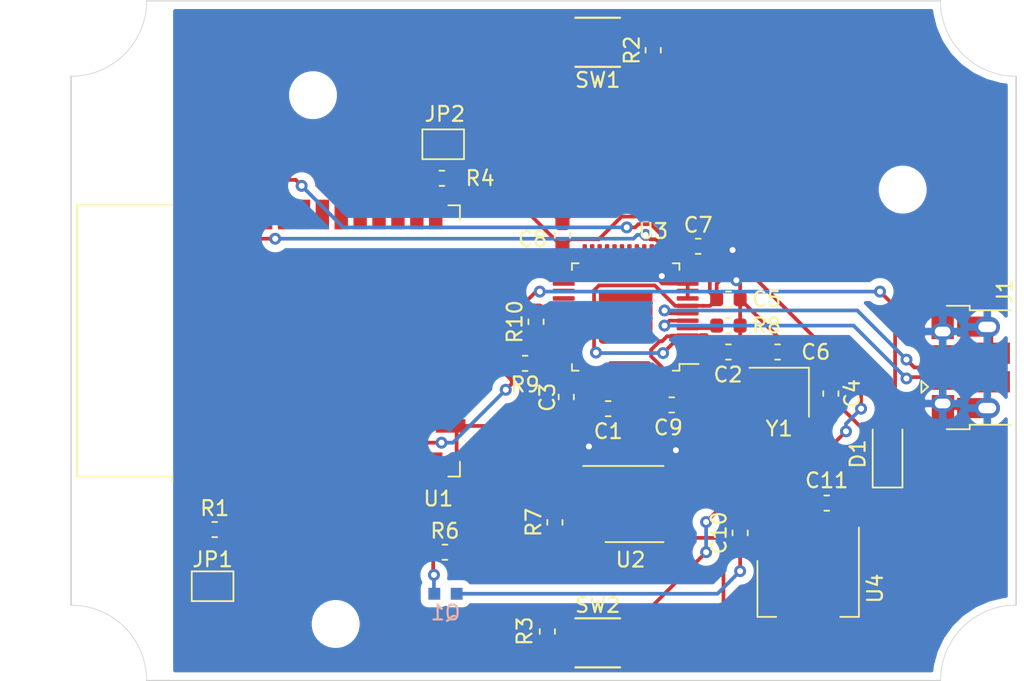
<source format=kicad_pcb>
(kicad_pcb (version 20171130) (host pcbnew "(5.1.0-0)")

  (general
    (thickness 1.6)
    (drawings 8)
    (tracks 359)
    (zones 0)
    (modules 35)
    (nets 70)
  )

  (page A4)
  (layers
    (0 F.Cu signal)
    (31 B.Cu signal)
    (32 B.Adhes user)
    (33 F.Adhes user)
    (34 B.Paste user)
    (35 F.Paste user)
    (36 B.SilkS user)
    (37 F.SilkS user)
    (38 B.Mask user)
    (39 F.Mask user)
    (40 Dwgs.User user)
    (41 Cmts.User user)
    (42 Eco1.User user)
    (43 Eco2.User user)
    (44 Edge.Cuts user)
    (45 Margin user)
    (46 B.CrtYd user)
    (47 F.CrtYd user)
    (48 B.Fab user)
    (49 F.Fab user hide)
  )

  (setup
    (last_trace_width 0.25)
    (trace_clearance 0.2)
    (zone_clearance 0.508)
    (zone_45_only no)
    (trace_min 0.2)
    (via_size 0.8)
    (via_drill 0.4)
    (via_min_size 0.4)
    (via_min_drill 0.3)
    (uvia_size 0.3)
    (uvia_drill 0.1)
    (uvias_allowed no)
    (uvia_min_size 0.2)
    (uvia_min_drill 0.1)
    (edge_width 0.05)
    (segment_width 0.2)
    (pcb_text_width 0.3)
    (pcb_text_size 1.5 1.5)
    (mod_edge_width 0.12)
    (mod_text_size 1 1)
    (mod_text_width 0.15)
    (pad_size 0.8 0.8)
    (pad_drill 0)
    (pad_to_mask_clearance 0.051)
    (solder_mask_min_width 0.25)
    (aux_axis_origin 0 0)
    (visible_elements FFFFFF7F)
    (pcbplotparams
      (layerselection 0x010fc_ffffffff)
      (usegerberextensions true)
      (usegerberattributes false)
      (usegerberadvancedattributes false)
      (creategerberjobfile false)
      (excludeedgelayer true)
      (linewidth 0.100000)
      (plotframeref false)
      (viasonmask false)
      (mode 1)
      (useauxorigin false)
      (hpglpennumber 1)
      (hpglpenspeed 20)
      (hpglpendiameter 15.000000)
      (psnegative false)
      (psa4output false)
      (plotreference true)
      (plotvalue true)
      (plotinvisibletext false)
      (padsonsilk false)
      (subtractmaskfromsilk false)
      (outputformat 1)
      (mirror false)
      (drillshape 0)
      (scaleselection 1)
      (outputdirectory "gerbers/"))
  )

  (net 0 "")
  (net 1 GND)
  (net 2 "Net-(C3-Pad1)")
  (net 3 "Net-(C4-Pad1)")
  (net 4 "Net-(C6-Pad1)")
  (net 5 +5V)
  (net 6 VBUS)
  (net 7 D-)
  (net 8 D+)
  (net 9 "Net-(J1-Pad4)")
  (net 10 "Net-(JP1-Pad2)")
  (net 11 "Net-(JP2-Pad1)")
  (net 12 left_lever)
  (net 13 right_lever)
  (net 14 light_sensor)
  (net 15 "Net-(R7-Pad1)")
  (net 16 DATA)
  (net 17 "Net-(R8-Pad1)")
  (net 18 "Net-(R9-Pad2)")
  (net 19 "Net-(R10-Pad2)")
  (net 20 "Net-(U1-Pad4)")
  (net 21 "Net-(U1-Pad5)")
  (net 22 "Net-(U1-Pad8)")
  (net 23 "Net-(U1-Pad10)")
  (net 24 "Net-(U1-Pad11)")
  (net 25 "Net-(U1-Pad12)")
  (net 26 "Net-(U1-Pad13)")
  (net 27 "Net-(U1-Pad14)")
  (net 28 "Net-(U1-Pad16)")
  (net 29 "Net-(U1-Pad17)")
  (net 30 "Net-(U1-Pad18)")
  (net 31 "Net-(U1-Pad19)")
  (net 32 "Net-(U1-Pad20)")
  (net 33 "Net-(U1-Pad21)")
  (net 34 "Net-(U1-Pad22)")
  (net 35 "Net-(U1-Pad23)")
  (net 36 "Net-(U1-Pad24)")
  (net 37 "Net-(U1-Pad27)")
  (net 38 "Net-(U1-Pad28)")
  (net 39 "Net-(U1-Pad29)")
  (net 40 "Net-(U1-Pad30)")
  (net 41 "Net-(U1-Pad31)")
  (net 42 "Net-(U1-Pad32)")
  (net 43 "Net-(U1-Pad33)")
  (net 44 TXD)
  (net 45 RXD)
  (net 46 "Net-(U1-Pad36)")
  (net 47 "Net-(U1-Pad37)")
  (net 48 CS)
  (net 49 CLK)
  (net 50 "Net-(U3-Pad15)")
  (net 51 "Net-(U3-Pad16)")
  (net 52 "Net-(U3-Pad17)")
  (net 53 "Net-(U3-Pad18)")
  (net 54 "Net-(U3-Pad19)")
  (net 55 "Net-(U3-Pad20)")
  (net 56 "Net-(U3-Pad21)")
  (net 57 "Net-(U3-Pad25)")
  (net 58 "Net-(U3-Pad26)")
  (net 59 "Net-(U3-Pad27)")
  (net 60 "Net-(U3-Pad28)")
  (net 61 "Net-(U3-Pad29)")
  (net 62 "Net-(U3-Pad30)")
  (net 63 "Net-(U3-Pad32)")
  (net 64 "Net-(U3-Pad33)")
  (net 65 "Net-(U2-Pad6)")
  (net 66 "Net-(U2-Pad7)")
  (net 67 VCORE)
  (net 68 VCCIO)
  (net 69 "Net-(U1-Pad7)")

  (net_class Default "This is the default net class."
    (clearance 0.2)
    (trace_width 0.25)
    (via_dia 0.8)
    (via_drill 0.4)
    (uvia_dia 0.3)
    (uvia_drill 0.1)
    (add_net +5V)
    (add_net CLK)
    (add_net CS)
    (add_net D+)
    (add_net D-)
    (add_net DATA)
    (add_net GND)
    (add_net "Net-(C3-Pad1)")
    (add_net "Net-(C4-Pad1)")
    (add_net "Net-(C6-Pad1)")
    (add_net "Net-(J1-Pad4)")
    (add_net "Net-(JP1-Pad2)")
    (add_net "Net-(JP2-Pad1)")
    (add_net "Net-(R10-Pad2)")
    (add_net "Net-(R7-Pad1)")
    (add_net "Net-(R8-Pad1)")
    (add_net "Net-(R9-Pad2)")
    (add_net "Net-(U1-Pad10)")
    (add_net "Net-(U1-Pad11)")
    (add_net "Net-(U1-Pad12)")
    (add_net "Net-(U1-Pad13)")
    (add_net "Net-(U1-Pad14)")
    (add_net "Net-(U1-Pad16)")
    (add_net "Net-(U1-Pad17)")
    (add_net "Net-(U1-Pad18)")
    (add_net "Net-(U1-Pad19)")
    (add_net "Net-(U1-Pad20)")
    (add_net "Net-(U1-Pad21)")
    (add_net "Net-(U1-Pad22)")
    (add_net "Net-(U1-Pad23)")
    (add_net "Net-(U1-Pad24)")
    (add_net "Net-(U1-Pad27)")
    (add_net "Net-(U1-Pad28)")
    (add_net "Net-(U1-Pad29)")
    (add_net "Net-(U1-Pad30)")
    (add_net "Net-(U1-Pad31)")
    (add_net "Net-(U1-Pad32)")
    (add_net "Net-(U1-Pad33)")
    (add_net "Net-(U1-Pad36)")
    (add_net "Net-(U1-Pad37)")
    (add_net "Net-(U1-Pad4)")
    (add_net "Net-(U1-Pad5)")
    (add_net "Net-(U1-Pad7)")
    (add_net "Net-(U1-Pad8)")
    (add_net "Net-(U2-Pad6)")
    (add_net "Net-(U2-Pad7)")
    (add_net "Net-(U3-Pad15)")
    (add_net "Net-(U3-Pad16)")
    (add_net "Net-(U3-Pad17)")
    (add_net "Net-(U3-Pad18)")
    (add_net "Net-(U3-Pad19)")
    (add_net "Net-(U3-Pad20)")
    (add_net "Net-(U3-Pad21)")
    (add_net "Net-(U3-Pad25)")
    (add_net "Net-(U3-Pad26)")
    (add_net "Net-(U3-Pad27)")
    (add_net "Net-(U3-Pad28)")
    (add_net "Net-(U3-Pad29)")
    (add_net "Net-(U3-Pad30)")
    (add_net "Net-(U3-Pad32)")
    (add_net "Net-(U3-Pad33)")
    (add_net RXD)
    (add_net TXD)
    (add_net VBUS)
    (add_net VCCIO)
    (add_net VCORE)
    (add_net left_lever)
    (add_net light_sensor)
    (add_net right_lever)
  )

  (module Package_TO_SOT_SMD:SOT-223 (layer F.Cu) (tedit 5A02FF57) (tstamp 5CC1634F)
    (at 163.83 125.882 270)
    (descr "module CMS SOT223 4 pins")
    (tags "CMS SOT")
    (path /5CC1D004)
    (attr smd)
    (fp_text reference U4 (at 0 -4.5 270) (layer F.SilkS)
      (effects (font (size 1 1) (thickness 0.15)))
    )
    (fp_text value LM1117-3.3 (at 0 4.5 270) (layer F.Fab)
      (effects (font (size 1 1) (thickness 0.15)))
    )
    (fp_line (start 1.85 -3.35) (end 1.85 3.35) (layer F.Fab) (width 0.1))
    (fp_line (start -1.85 3.35) (end 1.85 3.35) (layer F.Fab) (width 0.1))
    (fp_line (start -4.1 -3.41) (end 1.91 -3.41) (layer F.SilkS) (width 0.12))
    (fp_line (start -0.8 -3.35) (end 1.85 -3.35) (layer F.Fab) (width 0.1))
    (fp_line (start -1.85 3.41) (end 1.91 3.41) (layer F.SilkS) (width 0.12))
    (fp_line (start -1.85 -2.3) (end -1.85 3.35) (layer F.Fab) (width 0.1))
    (fp_line (start -4.4 -3.6) (end -4.4 3.6) (layer F.CrtYd) (width 0.05))
    (fp_line (start -4.4 3.6) (end 4.4 3.6) (layer F.CrtYd) (width 0.05))
    (fp_line (start 4.4 3.6) (end 4.4 -3.6) (layer F.CrtYd) (width 0.05))
    (fp_line (start 4.4 -3.6) (end -4.4 -3.6) (layer F.CrtYd) (width 0.05))
    (fp_line (start 1.91 -3.41) (end 1.91 -2.15) (layer F.SilkS) (width 0.12))
    (fp_line (start 1.91 3.41) (end 1.91 2.15) (layer F.SilkS) (width 0.12))
    (fp_line (start -1.85 -2.3) (end -0.8 -3.35) (layer F.Fab) (width 0.1))
    (fp_text user %R (at 0 0) (layer F.Fab)
      (effects (font (size 0.8 0.8) (thickness 0.12)))
    )
    (pad 1 smd rect (at -3.15 -2.3 270) (size 2 1.5) (layers F.Cu F.Paste F.Mask)
      (net 1 GND))
    (pad 3 smd rect (at -3.15 2.3 270) (size 2 1.5) (layers F.Cu F.Paste F.Mask)
      (net 5 +5V))
    (pad 2 smd rect (at -3.15 0 270) (size 2 1.5) (layers F.Cu F.Paste F.Mask)
      (net 68 VCCIO))
    (pad 4 smd rect (at 3.15 0 270) (size 2 3.8) (layers F.Cu F.Paste F.Mask))
    (model ${KISYS3DMOD}/Package_TO_SOT_SMD.3dshapes/SOT-223.wrl
      (at (xyz 0 0 0))
      (scale (xyz 1 1 1))
      (rotate (xyz 0 0 0))
    )
  )

  (module MountingHole:MountingHole_2.2mm_M2 (layer F.Cu) (tedit 56D1B4CB) (tstamp 5CC0B687)
    (at 170.18 99.06)
    (descr "Mounting Hole 2.2mm, no annular, M2")
    (tags "mounting hole 2.2mm no annular m2")
    (path /5CC86862)
    (attr virtual)
    (fp_text reference H3 (at 0 -3.2) (layer F.SilkS) hide
      (effects (font (size 1 1) (thickness 0.15)))
    )
    (fp_text value MountingHole (at 0 3.2) (layer F.Fab)
      (effects (font (size 1 1) (thickness 0.15)))
    )
    (fp_text user %R (at 0.3 0) (layer F.Fab)
      (effects (font (size 1 1) (thickness 0.15)))
    )
    (fp_circle (center 0 0) (end 2.2 0) (layer Cmts.User) (width 0.15))
    (fp_circle (center 0 0) (end 2.45 0) (layer F.CrtYd) (width 0.05))
    (pad 1 np_thru_hole circle (at 0 0) (size 2.2 2.2) (drill 2.2) (layers *.Cu *.Mask))
  )

  (module MountingHole:MountingHole_2.2mm_M2 (layer F.Cu) (tedit 56D1B4CB) (tstamp 5CC0B67F)
    (at 132.08 128.27)
    (descr "Mounting Hole 2.2mm, no annular, M2")
    (tags "mounting hole 2.2mm no annular m2")
    (path /5CC866F7)
    (attr virtual)
    (fp_text reference H2 (at 0 -3.2) (layer F.SilkS) hide
      (effects (font (size 1 1) (thickness 0.15)))
    )
    (fp_text value MountingHole (at 0 3.2) (layer F.Fab)
      (effects (font (size 1 1) (thickness 0.15)))
    )
    (fp_circle (center 0 0) (end 2.45 0) (layer F.CrtYd) (width 0.05))
    (fp_circle (center 0 0) (end 2.2 0) (layer Cmts.User) (width 0.15))
    (fp_text user %R (at 0.3 0) (layer F.Fab)
      (effects (font (size 1 1) (thickness 0.15)))
    )
    (pad 1 np_thru_hole circle (at 0 0) (size 2.2 2.2) (drill 2.2) (layers *.Cu *.Mask))
  )

  (module MountingHole:MountingHole_2.2mm_M2 (layer F.Cu) (tedit 56D1B4CB) (tstamp 5CC0BACD)
    (at 130.556 92.71)
    (descr "Mounting Hole 2.2mm, no annular, M2")
    (tags "mounting hole 2.2mm no annular m2")
    (path /5CC84DA9)
    (attr virtual)
    (fp_text reference H1 (at 0 -3.2) (layer F.SilkS) hide
      (effects (font (size 1 1) (thickness 0.15)))
    )
    (fp_text value MountingHole (at 0 3.2) (layer F.Fab)
      (effects (font (size 1 1) (thickness 0.15)))
    )
    (fp_circle (center 0 0) (end 2.45 0) (layer F.CrtYd) (width 0.05))
    (fp_circle (center 0 0) (end 2.2 0) (layer Cmts.User) (width 0.15))
    (fp_text user %R (at 0.3 0) (layer F.Fab)
      (effects (font (size 1 1) (thickness 0.15)))
    )
    (pad 1 np_thru_hole circle (at 0 0) (size 2.2 2.2) (drill 2.2) (layers *.Cu *.Mask))
  )

  (module Capacitor_SMD:C_0603_1608Metric (layer F.Cu) (tedit 5B301BBE) (tstamp 5CBD7B5A)
    (at 165.0745 120.142)
    (descr "Capacitor SMD 0603 (1608 Metric), square (rectangular) end terminal, IPC_7351 nominal, (Body size source: http://www.tortai-tech.com/upload/download/2011102023233369053.pdf), generated with kicad-footprint-generator")
    (tags capacitor)
    (path /5CBD0AE4)
    (attr smd)
    (fp_text reference C11 (at 0 -1.524) (layer F.SilkS)
      (effects (font (size 1 1) (thickness 0.15)))
    )
    (fp_text value 10uF (at 0 1.43) (layer F.Fab)
      (effects (font (size 1 1) (thickness 0.15)))
    )
    (fp_text user %R (at 0 0) (layer F.Fab)
      (effects (font (size 0.4 0.4) (thickness 0.06)))
    )
    (fp_line (start 1.48 0.73) (end -1.48 0.73) (layer F.CrtYd) (width 0.05))
    (fp_line (start 1.48 -0.73) (end 1.48 0.73) (layer F.CrtYd) (width 0.05))
    (fp_line (start -1.48 -0.73) (end 1.48 -0.73) (layer F.CrtYd) (width 0.05))
    (fp_line (start -1.48 0.73) (end -1.48 -0.73) (layer F.CrtYd) (width 0.05))
    (fp_line (start -0.162779 0.51) (end 0.162779 0.51) (layer F.SilkS) (width 0.12))
    (fp_line (start -0.162779 -0.51) (end 0.162779 -0.51) (layer F.SilkS) (width 0.12))
    (fp_line (start 0.8 0.4) (end -0.8 0.4) (layer F.Fab) (width 0.1))
    (fp_line (start 0.8 -0.4) (end 0.8 0.4) (layer F.Fab) (width 0.1))
    (fp_line (start -0.8 -0.4) (end 0.8 -0.4) (layer F.Fab) (width 0.1))
    (fp_line (start -0.8 0.4) (end -0.8 -0.4) (layer F.Fab) (width 0.1))
    (pad 2 smd roundrect (at 0.7875 0) (size 0.875 0.95) (layers F.Cu F.Paste F.Mask) (roundrect_rratio 0.25)
      (net 1 GND))
    (pad 1 smd roundrect (at -0.7875 0) (size 0.875 0.95) (layers F.Cu F.Paste F.Mask) (roundrect_rratio 0.25)
      (net 68 VCCIO))
    (model ${KISYS3DMOD}/Capacitor_SMD.3dshapes/C_0603_1608Metric.wrl
      (at (xyz 0 0 0))
      (scale (xyz 1 1 1))
      (rotate (xyz 0 0 0))
    )
  )

  (module Capacitor_SMD:C_0603_1608Metric (layer F.Cu) (tedit 5B301BBE) (tstamp 5CBD7B49)
    (at 159.258 122.1485 90)
    (descr "Capacitor SMD 0603 (1608 Metric), square (rectangular) end terminal, IPC_7351 nominal, (Body size source: http://www.tortai-tech.com/upload/download/2011102023233369053.pdf), generated with kicad-footprint-generator")
    (tags capacitor)
    (path /5CBD01B8)
    (attr smd)
    (fp_text reference C10 (at 0 -1.43 90) (layer F.SilkS)
      (effects (font (size 1 1) (thickness 0.15)))
    )
    (fp_text value 10uF (at 0 1.43 90) (layer F.Fab)
      (effects (font (size 1 1) (thickness 0.15)))
    )
    (fp_text user %R (at 0 0 90) (layer F.Fab)
      (effects (font (size 0.4 0.4) (thickness 0.06)))
    )
    (fp_line (start 1.48 0.73) (end -1.48 0.73) (layer F.CrtYd) (width 0.05))
    (fp_line (start 1.48 -0.73) (end 1.48 0.73) (layer F.CrtYd) (width 0.05))
    (fp_line (start -1.48 -0.73) (end 1.48 -0.73) (layer F.CrtYd) (width 0.05))
    (fp_line (start -1.48 0.73) (end -1.48 -0.73) (layer F.CrtYd) (width 0.05))
    (fp_line (start -0.162779 0.51) (end 0.162779 0.51) (layer F.SilkS) (width 0.12))
    (fp_line (start -0.162779 -0.51) (end 0.162779 -0.51) (layer F.SilkS) (width 0.12))
    (fp_line (start 0.8 0.4) (end -0.8 0.4) (layer F.Fab) (width 0.1))
    (fp_line (start 0.8 -0.4) (end 0.8 0.4) (layer F.Fab) (width 0.1))
    (fp_line (start -0.8 -0.4) (end 0.8 -0.4) (layer F.Fab) (width 0.1))
    (fp_line (start -0.8 0.4) (end -0.8 -0.4) (layer F.Fab) (width 0.1))
    (pad 2 smd roundrect (at 0.7875 0 90) (size 0.875 0.95) (layers F.Cu F.Paste F.Mask) (roundrect_rratio 0.25)
      (net 1 GND))
    (pad 1 smd roundrect (at -0.7875 0 90) (size 0.875 0.95) (layers F.Cu F.Paste F.Mask) (roundrect_rratio 0.25)
      (net 5 +5V))
    (model ${KISYS3DMOD}/Capacitor_SMD.3dshapes/C_0603_1608Metric.wrl
      (at (xyz 0 0 0))
      (scale (xyz 1 1 1))
      (rotate (xyz 0 0 0))
    )
  )

  (module Connector_USB:USB_Micro-B_Amphenol_10103594-0001LF_Horizontal (layer F.Cu) (tedit 5A1DC0BD) (tstamp 5CBD7BA3)
    (at 174.752 110.998 90)
    (descr "Micro USB Type B 10103594-0001LF, http://cdn.amphenol-icc.com/media/wysiwyg/files/drawing/10103594.pdf")
    (tags "USB USB_B USB_micro USB_OTG")
    (path /5CBB2623)
    (attr smd)
    (fp_text reference J1 (at 5.08 2.286 90) (layer F.SilkS)
      (effects (font (size 1 1) (thickness 0.15)))
    )
    (fp_text value USB_B_Micro (at -0.025 4.435 90) (layer F.Fab)
      (effects (font (size 1 1) (thickness 0.15)))
    )
    (fp_line (start 4.14 3.58) (end -4.13 3.58) (layer F.CrtYd) (width 0.05))
    (fp_line (start 4.14 3.58) (end 4.14 -2.88) (layer F.CrtYd) (width 0.05))
    (fp_line (start -4.13 -2.88) (end -4.13 3.58) (layer F.CrtYd) (width 0.05))
    (fp_line (start -4.13 -2.88) (end 4.14 -2.88) (layer F.CrtYd) (width 0.05))
    (fp_line (start -4.025 2.835) (end 3.975 2.835) (layer Dwgs.User) (width 0.1))
    (fp_line (start -3.775 3.335) (end -3.775 -0.865) (layer F.Fab) (width 0.12))
    (fp_line (start -2.975 -1.615) (end 3.725 -1.615) (layer F.Fab) (width 0.12))
    (fp_line (start 3.725 -1.615) (end 3.725 3.335) (layer F.Fab) (width 0.12))
    (fp_line (start 3.725 3.335) (end -3.775 3.335) (layer F.Fab) (width 0.12))
    (fp_line (start -3.775 -0.865) (end -2.975 -1.615) (layer F.Fab) (width 0.12))
    (fp_line (start -1.325 -2.865) (end -1.725 -3.315) (layer F.SilkS) (width 0.12))
    (fp_line (start -1.725 -3.315) (end -0.925 -3.315) (layer F.SilkS) (width 0.12))
    (fp_line (start -0.925 -3.315) (end -1.325 -2.865) (layer F.SilkS) (width 0.12))
    (fp_line (start 3.825 2.735) (end 3.825 -0.065) (layer F.SilkS) (width 0.12))
    (fp_line (start 3.825 -0.065) (end 4.125 -0.065) (layer F.SilkS) (width 0.12))
    (fp_line (start 4.125 -0.065) (end 4.125 -1.615) (layer F.SilkS) (width 0.12))
    (fp_line (start -3.875 2.735) (end -3.875 -0.065) (layer F.SilkS) (width 0.12))
    (fp_line (start -4.175 -0.065) (end -3.875 -0.065) (layer F.SilkS) (width 0.12))
    (fp_line (start -4.175 -0.065) (end -4.175 -1.615) (layer F.SilkS) (width 0.12))
    (fp_text user %R (at -0.025 -0.015 90) (layer F.Fab)
      (effects (font (size 1 1) (thickness 0.15)))
    )
    (fp_text user "PCB edge" (at -0.025 2.235 90) (layer Dwgs.User)
      (effects (font (size 0.5 0.5) (thickness 0.075)))
    )
    (pad 6 smd rect (at 0.935 1.385 180) (size 2.5 1.43) (layers F.Cu F.Paste F.Mask)
      (net 1 GND))
    (pad 6 smd rect (at -0.985 1.385 180) (size 2.5 1.43) (layers F.Cu F.Paste F.Mask)
      (net 1 GND))
    (pad 6 thru_hole oval (at 2.705 1.115 180) (size 1.7 1.35) (drill oval 1.2 0.7) (layers *.Cu *.Mask)
      (net 1 GND))
    (pad 6 thru_hole oval (at -2.755 1.115 180) (size 1.7 1.35) (drill oval 1.2 0.7) (layers *.Cu *.Mask)
      (net 1 GND))
    (pad 6 thru_hole oval (at 2.395 -1.885 180) (size 1.5 1.1) (drill oval 1.05 0.65) (layers *.Cu *.Mask)
      (net 1 GND))
    (pad 6 thru_hole oval (at -2.445 -1.885 180) (size 1.5 1.1) (drill oval 1.05 0.65) (layers *.Cu *.Mask)
      (net 1 GND))
    (pad 5 smd rect (at 1.275 -1.765 180) (size 1.65 0.4) (layers F.Cu F.Paste F.Mask)
      (net 1 GND))
    (pad 4 smd rect (at 0.625 -1.765 180) (size 1.65 0.4) (layers F.Cu F.Paste F.Mask)
      (net 9 "Net-(J1-Pad4)"))
    (pad 3 smd rect (at -0.025 -1.765 180) (size 1.65 0.4) (layers F.Cu F.Paste F.Mask)
      (net 8 D+))
    (pad 2 smd rect (at -0.675 -1.765 180) (size 1.65 0.4) (layers F.Cu F.Paste F.Mask)
      (net 7 D-))
    (pad 1 smd rect (at -1.325 -1.765 180) (size 1.65 0.4) (layers F.Cu F.Paste F.Mask)
      (net 6 VBUS))
    (pad 6 smd rect (at 2.875 -1.885 90) (size 2 1.5) (layers F.Cu F.Paste F.Mask)
      (net 1 GND))
    (pad 6 smd rect (at -2.875 -1.865 90) (size 2 1.5) (layers F.Cu F.Paste F.Mask)
      (net 1 GND))
    (pad 6 smd rect (at 2.975 -0.565 90) (size 1.825 0.7) (layers F.Cu F.Paste F.Mask)
      (net 1 GND))
    (pad 6 smd rect (at -2.975 -0.565 90) (size 1.825 0.7) (layers F.Cu F.Paste F.Mask)
      (net 1 GND))
    (pad 6 smd rect (at -2.755 0.185 90) (size 1.35 2) (layers F.Cu F.Paste F.Mask)
      (net 1 GND))
    (pad 6 smd rect (at 2.725 0.185 90) (size 1.35 2) (layers F.Cu F.Paste F.Mask)
      (net 1 GND))
    (model ${KISYS3DMOD}/Connector_USB.3dshapes/USB_Micro-B_Amphenol_10103594-0001LF_Horizontal.wrl
      (at (xyz 0 0 0))
      (scale (xyz 1 1 1))
      (rotate (xyz 0 0 0))
    )
  )

  (module the-intercept:ALS-PT19 (layer B.Cu) (tedit 5CBE9B38) (tstamp 5CBEAA84)
    (at 139.458 126.238 180)
    (path /5D1FA62A)
    (fp_text reference Q1 (at 0 -1.27 180) (layer B.SilkS)
      (effects (font (size 1 1) (thickness 0.15)) (justify mirror))
    )
    (fp_text value Q_Photo_NPN (at 0 1.27 180) (layer B.Fab)
      (effects (font (size 1 1) (thickness 0.15)) (justify mirror))
    )
    (pad 2 smd rect (at 0.75 0 180) (size 0.8 0.8) (layers B.Cu B.Paste B.Mask)
      (net 14 light_sensor))
    (pad 1 smd rect (at -0.75 0 180) (size 0.8 0.8) (layers B.Cu B.Paste B.Mask)
      (net 5 +5V))
  )

  (module the-intercept:D3SH (layer F.Cu) (tedit 5CBE8F3D) (tstamp 5CBEAF2E)
    (at 149.69 129.54)
    (path /5CC3C862)
    (fp_text reference SW2 (at 0 -2.54) (layer F.SilkS)
      (effects (font (size 1 1) (thickness 0.15)))
    )
    (fp_text value SW_Push (at 0 -2.54) (layer F.Fab)
      (effects (font (size 1 1) (thickness 0.15)))
    )
    (fp_line (start 1.5 1.65) (end -1.5 1.65) (layer F.SilkS) (width 0.15))
    (fp_line (start -1.5 -1.65) (end 1.5 -1.65) (layer F.SilkS) (width 0.15))
    (pad 2 smd rect (at 1.1 0.075) (size 1.1 0.95) (layers F.Cu F.Paste F.Mask)
      (net 1 GND))
    (pad 1 smd rect (at -1.1 0) (size 1.1 1.1) (layers F.Cu F.Paste F.Mask)
      (net 13 right_lever))
  )

  (module the-intercept:D3SH (layer F.Cu) (tedit 5CBE8F3D) (tstamp 5CBD7C67)
    (at 149.69 89.154)
    (path /5CC3BBC1)
    (fp_text reference SW1 (at 0 2.54) (layer F.SilkS)
      (effects (font (size 1 1) (thickness 0.15)))
    )
    (fp_text value SW_Push (at 0 -2.54) (layer F.Fab)
      (effects (font (size 1 1) (thickness 0.15)))
    )
    (fp_line (start 1.5 1.65) (end -1.5 1.65) (layer F.SilkS) (width 0.15))
    (fp_line (start -1.5 -1.65) (end 1.5 -1.65) (layer F.SilkS) (width 0.15))
    (pad 2 smd rect (at 1.1 0.075) (size 1.1 0.95) (layers F.Cu F.Paste F.Mask)
      (net 1 GND))
    (pad 1 smd rect (at -1.1 0) (size 1.1 1.1) (layers F.Cu F.Paste F.Mask)
      (net 12 left_lever))
  )

  (module Diode_SMD:D_SOD-123 (layer F.Cu) (tedit 58645DC7) (tstamp 5CBD7B79)
    (at 169.164 116.84 90)
    (descr SOD-123)
    (tags SOD-123)
    (path /5CBE9859)
    (attr smd)
    (fp_text reference D1 (at 0 -2 90) (layer F.SilkS)
      (effects (font (size 1 1) (thickness 0.15)))
    )
    (fp_text value 1N5819 (at 0 2.1 90) (layer F.Fab)
      (effects (font (size 1 1) (thickness 0.15)))
    )
    (fp_line (start -2.25 -1) (end 1.65 -1) (layer F.SilkS) (width 0.12))
    (fp_line (start -2.25 1) (end 1.65 1) (layer F.SilkS) (width 0.12))
    (fp_line (start -2.35 -1.15) (end -2.35 1.15) (layer F.CrtYd) (width 0.05))
    (fp_line (start 2.35 1.15) (end -2.35 1.15) (layer F.CrtYd) (width 0.05))
    (fp_line (start 2.35 -1.15) (end 2.35 1.15) (layer F.CrtYd) (width 0.05))
    (fp_line (start -2.35 -1.15) (end 2.35 -1.15) (layer F.CrtYd) (width 0.05))
    (fp_line (start -1.4 -0.9) (end 1.4 -0.9) (layer F.Fab) (width 0.1))
    (fp_line (start 1.4 -0.9) (end 1.4 0.9) (layer F.Fab) (width 0.1))
    (fp_line (start 1.4 0.9) (end -1.4 0.9) (layer F.Fab) (width 0.1))
    (fp_line (start -1.4 0.9) (end -1.4 -0.9) (layer F.Fab) (width 0.1))
    (fp_line (start -0.75 0) (end -0.35 0) (layer F.Fab) (width 0.1))
    (fp_line (start -0.35 0) (end -0.35 -0.55) (layer F.Fab) (width 0.1))
    (fp_line (start -0.35 0) (end -0.35 0.55) (layer F.Fab) (width 0.1))
    (fp_line (start -0.35 0) (end 0.25 -0.4) (layer F.Fab) (width 0.1))
    (fp_line (start 0.25 -0.4) (end 0.25 0.4) (layer F.Fab) (width 0.1))
    (fp_line (start 0.25 0.4) (end -0.35 0) (layer F.Fab) (width 0.1))
    (fp_line (start 0.25 0) (end 0.75 0) (layer F.Fab) (width 0.1))
    (fp_line (start -2.25 -1) (end -2.25 1) (layer F.SilkS) (width 0.12))
    (fp_text user %R (at 0 -2 90) (layer F.Fab)
      (effects (font (size 1 1) (thickness 0.15)))
    )
    (pad 2 smd rect (at 1.65 0 90) (size 0.9 1.2) (layers F.Cu F.Paste F.Mask)
      (net 6 VBUS))
    (pad 1 smd rect (at -1.65 0 90) (size 0.9 1.2) (layers F.Cu F.Paste F.Mask)
      (net 5 +5V))
    (model ${KISYS3DMOD}/Diode_SMD.3dshapes/D_SOD-123.wrl
      (at (xyz 0 0 0))
      (scale (xyz 1 1 1))
      (rotate (xyz 0 0 0))
    )
  )

  (module Package_SO:SOIC-8-1EP_3.9x4.9mm_P1.27mm_EP2.29x3mm (layer F.Cu) (tedit 5C56E16F) (tstamp 5CBDD6FC)
    (at 152.158 120.204)
    (descr "SOIC, 8 Pin (https://www.analog.com/media/en/technical-documentation/data-sheets/ada4898-1_4898-2.pdf#page=29), generated with kicad-footprint-generator ipc_gullwing_generator.py")
    (tags "SOIC SO")
    (path /5D1A17AE)
    (attr smd)
    (fp_text reference U2 (at -0.266 3.748) (layer F.SilkS)
      (effects (font (size 1 1) (thickness 0.15)))
    )
    (fp_text value 93LCxxB (at 0 3.4) (layer F.Fab)
      (effects (font (size 1 1) (thickness 0.15)))
    )
    (fp_text user %R (at 0 0) (layer F.Fab)
      (effects (font (size 0.98 0.98) (thickness 0.15)))
    )
    (fp_line (start 3.7 -2.7) (end -3.7 -2.7) (layer F.CrtYd) (width 0.05))
    (fp_line (start 3.7 2.7) (end 3.7 -2.7) (layer F.CrtYd) (width 0.05))
    (fp_line (start -3.7 2.7) (end 3.7 2.7) (layer F.CrtYd) (width 0.05))
    (fp_line (start -3.7 -2.7) (end -3.7 2.7) (layer F.CrtYd) (width 0.05))
    (fp_line (start -1.95 -1.475) (end -0.975 -2.45) (layer F.Fab) (width 0.1))
    (fp_line (start -1.95 2.45) (end -1.95 -1.475) (layer F.Fab) (width 0.1))
    (fp_line (start 1.95 2.45) (end -1.95 2.45) (layer F.Fab) (width 0.1))
    (fp_line (start 1.95 -2.45) (end 1.95 2.45) (layer F.Fab) (width 0.1))
    (fp_line (start -0.975 -2.45) (end 1.95 -2.45) (layer F.Fab) (width 0.1))
    (fp_line (start 0 -2.56) (end -3.45 -2.56) (layer F.SilkS) (width 0.12))
    (fp_line (start 0 -2.56) (end 1.95 -2.56) (layer F.SilkS) (width 0.12))
    (fp_line (start 0 2.56) (end -1.95 2.56) (layer F.SilkS) (width 0.12))
    (fp_line (start 0 2.56) (end 1.95 2.56) (layer F.SilkS) (width 0.12))
    (pad 8 smd roundrect (at 2.475 -1.905) (size 1.95 0.6) (layers F.Cu F.Paste F.Mask) (roundrect_rratio 0.25)
      (net 68 VCCIO))
    (pad 7 smd roundrect (at 2.475 -0.635) (size 1.95 0.6) (layers F.Cu F.Paste F.Mask) (roundrect_rratio 0.25)
      (net 66 "Net-(U2-Pad7)"))
    (pad 6 smd roundrect (at 2.475 0.635) (size 1.95 0.6) (layers F.Cu F.Paste F.Mask) (roundrect_rratio 0.25)
      (net 65 "Net-(U2-Pad6)"))
    (pad 5 smd roundrect (at 2.475 1.905) (size 1.95 0.6) (layers F.Cu F.Paste F.Mask) (roundrect_rratio 0.25)
      (net 1 GND))
    (pad 4 smd roundrect (at -2.475 1.905) (size 1.95 0.6) (layers F.Cu F.Paste F.Mask) (roundrect_rratio 0.25)
      (net 15 "Net-(R7-Pad1)"))
    (pad 3 smd roundrect (at -2.475 0.635) (size 1.95 0.6) (layers F.Cu F.Paste F.Mask) (roundrect_rratio 0.25)
      (net 16 DATA))
    (pad 2 smd roundrect (at -2.475 -0.635) (size 1.95 0.6) (layers F.Cu F.Paste F.Mask) (roundrect_rratio 0.25)
      (net 49 CLK))
    (pad 1 smd roundrect (at -2.475 -1.905) (size 1.95 0.6) (layers F.Cu F.Paste F.Mask) (roundrect_rratio 0.25)
      (net 48 CS))
    (pad "" smd roundrect (at 0.57 0.75) (size 0.92 1.21) (layers F.Paste) (roundrect_rratio 0.25))
    (pad "" smd roundrect (at 0.57 -0.75) (size 0.92 1.21) (layers F.Paste) (roundrect_rratio 0.25))
    (pad "" smd roundrect (at -0.57 0.75) (size 0.92 1.21) (layers F.Paste) (roundrect_rratio 0.25))
    (pad "" smd roundrect (at -0.57 -0.75) (size 0.92 1.21) (layers F.Paste) (roundrect_rratio 0.25))
    (pad 9 smd roundrect (at 0 0) (size 2.29 3) (layers F.Cu F.Mask) (roundrect_rratio 0.10917))
    (model ${KISYS3DMOD}/Package_SO.3dshapes/SOIC-8-1EP_3.9x4.9mm_P1.27mm_EP2.29x3mm.wrl
      (at (xyz 0 0 0))
      (scale (xyz 1 1 1))
      (rotate (xyz 0 0 0))
    )
  )

  (module Capacitor_SMD:C_0603_1608Metric (layer F.Cu) (tedit 5B301BBE) (tstamp 5CBDF945)
    (at 150.3935 113.792)
    (descr "Capacitor SMD 0603 (1608 Metric), square (rectangular) end terminal, IPC_7351 nominal, (Body size source: http://www.tortai-tech.com/upload/download/2011102023233369053.pdf), generated with kicad-footprint-generator")
    (tags capacitor)
    (path /5CDEA671)
    (attr smd)
    (fp_text reference C1 (at 0 1.524) (layer F.SilkS)
      (effects (font (size 1 1) (thickness 0.15)))
    )
    (fp_text value 0.1uF (at 0 1.43) (layer F.Fab)
      (effects (font (size 1 1) (thickness 0.15)))
    )
    (fp_text user %R (at 0 0) (layer F.Fab)
      (effects (font (size 0.4 0.4) (thickness 0.06)))
    )
    (fp_line (start 1.48 0.73) (end -1.48 0.73) (layer F.CrtYd) (width 0.05))
    (fp_line (start 1.48 -0.73) (end 1.48 0.73) (layer F.CrtYd) (width 0.05))
    (fp_line (start -1.48 -0.73) (end 1.48 -0.73) (layer F.CrtYd) (width 0.05))
    (fp_line (start -1.48 0.73) (end -1.48 -0.73) (layer F.CrtYd) (width 0.05))
    (fp_line (start -0.162779 0.51) (end 0.162779 0.51) (layer F.SilkS) (width 0.12))
    (fp_line (start -0.162779 -0.51) (end 0.162779 -0.51) (layer F.SilkS) (width 0.12))
    (fp_line (start 0.8 0.4) (end -0.8 0.4) (layer F.Fab) (width 0.1))
    (fp_line (start 0.8 -0.4) (end 0.8 0.4) (layer F.Fab) (width 0.1))
    (fp_line (start -0.8 -0.4) (end 0.8 -0.4) (layer F.Fab) (width 0.1))
    (fp_line (start -0.8 0.4) (end -0.8 -0.4) (layer F.Fab) (width 0.1))
    (pad 2 smd roundrect (at 0.7875 0) (size 0.875 0.95) (layers F.Cu F.Paste F.Mask) (roundrect_rratio 0.25)
      (net 1 GND))
    (pad 1 smd roundrect (at -0.7875 0) (size 0.875 0.95) (layers F.Cu F.Paste F.Mask) (roundrect_rratio 0.25)
      (net 67 VCORE))
    (model ${KISYS3DMOD}/Capacitor_SMD.3dshapes/C_0603_1608Metric.wrl
      (at (xyz 0 0 0))
      (scale (xyz 1 1 1))
      (rotate (xyz 0 0 0))
    )
  )

  (module Capacitor_SMD:C_0603_1608Metric (layer F.Cu) (tedit 5B301BBE) (tstamp 5CBD7AC1)
    (at 158.4705 109.982)
    (descr "Capacitor SMD 0603 (1608 Metric), square (rectangular) end terminal, IPC_7351 nominal, (Body size source: http://www.tortai-tech.com/upload/download/2011102023233369053.pdf), generated with kicad-footprint-generator")
    (tags capacitor)
    (path /5CDD0D28)
    (attr smd)
    (fp_text reference C2 (at -0.0255 1.524) (layer F.SilkS)
      (effects (font (size 1 1) (thickness 0.15)))
    )
    (fp_text value 0.1uF (at 0 1.43) (layer F.Fab)
      (effects (font (size 1 1) (thickness 0.15)))
    )
    (fp_text user %R (at 0 0) (layer F.Fab)
      (effects (font (size 0.4 0.4) (thickness 0.06)))
    )
    (fp_line (start 1.48 0.73) (end -1.48 0.73) (layer F.CrtYd) (width 0.05))
    (fp_line (start 1.48 -0.73) (end 1.48 0.73) (layer F.CrtYd) (width 0.05))
    (fp_line (start -1.48 -0.73) (end 1.48 -0.73) (layer F.CrtYd) (width 0.05))
    (fp_line (start -1.48 0.73) (end -1.48 -0.73) (layer F.CrtYd) (width 0.05))
    (fp_line (start -0.162779 0.51) (end 0.162779 0.51) (layer F.SilkS) (width 0.12))
    (fp_line (start -0.162779 -0.51) (end 0.162779 -0.51) (layer F.SilkS) (width 0.12))
    (fp_line (start 0.8 0.4) (end -0.8 0.4) (layer F.Fab) (width 0.1))
    (fp_line (start 0.8 -0.4) (end 0.8 0.4) (layer F.Fab) (width 0.1))
    (fp_line (start -0.8 -0.4) (end 0.8 -0.4) (layer F.Fab) (width 0.1))
    (fp_line (start -0.8 0.4) (end -0.8 -0.4) (layer F.Fab) (width 0.1))
    (pad 2 smd roundrect (at 0.7875 0) (size 0.875 0.95) (layers F.Cu F.Paste F.Mask) (roundrect_rratio 0.25)
      (net 1 GND))
    (pad 1 smd roundrect (at -0.7875 0) (size 0.875 0.95) (layers F.Cu F.Paste F.Mask) (roundrect_rratio 0.25)
      (net 68 VCCIO))
    (model ${KISYS3DMOD}/Capacitor_SMD.3dshapes/C_0603_1608Metric.wrl
      (at (xyz 0 0 0))
      (scale (xyz 1 1 1))
      (rotate (xyz 0 0 0))
    )
  )

  (module Capacitor_SMD:C_0603_1608Metric (layer F.Cu) (tedit 5B301BBE) (tstamp 5CBD7AD2)
    (at 147.574 113.0045 270)
    (descr "Capacitor SMD 0603 (1608 Metric), square (rectangular) end terminal, IPC_7351 nominal, (Body size source: http://www.tortai-tech.com/upload/download/2011102023233369053.pdf), generated with kicad-footprint-generator")
    (tags capacitor)
    (path /5CD67CFD)
    (attr smd)
    (fp_text reference C3 (at 0.0255 1.27 270) (layer F.SilkS)
      (effects (font (size 1 1) (thickness 0.15)))
    )
    (fp_text value 0.1uF (at 0 1.43 270) (layer F.Fab)
      (effects (font (size 1 1) (thickness 0.15)))
    )
    (fp_text user %R (at 0 0 270) (layer F.Fab)
      (effects (font (size 0.4 0.4) (thickness 0.06)))
    )
    (fp_line (start 1.48 0.73) (end -1.48 0.73) (layer F.CrtYd) (width 0.05))
    (fp_line (start 1.48 -0.73) (end 1.48 0.73) (layer F.CrtYd) (width 0.05))
    (fp_line (start -1.48 -0.73) (end 1.48 -0.73) (layer F.CrtYd) (width 0.05))
    (fp_line (start -1.48 0.73) (end -1.48 -0.73) (layer F.CrtYd) (width 0.05))
    (fp_line (start -0.162779 0.51) (end 0.162779 0.51) (layer F.SilkS) (width 0.12))
    (fp_line (start -0.162779 -0.51) (end 0.162779 -0.51) (layer F.SilkS) (width 0.12))
    (fp_line (start 0.8 0.4) (end -0.8 0.4) (layer F.Fab) (width 0.1))
    (fp_line (start 0.8 -0.4) (end 0.8 0.4) (layer F.Fab) (width 0.1))
    (fp_line (start -0.8 -0.4) (end 0.8 -0.4) (layer F.Fab) (width 0.1))
    (fp_line (start -0.8 0.4) (end -0.8 -0.4) (layer F.Fab) (width 0.1))
    (pad 2 smd roundrect (at 0.7875 0 270) (size 0.875 0.95) (layers F.Cu F.Paste F.Mask) (roundrect_rratio 0.25)
      (net 1 GND))
    (pad 1 smd roundrect (at -0.7875 0 270) (size 0.875 0.95) (layers F.Cu F.Paste F.Mask) (roundrect_rratio 0.25)
      (net 2 "Net-(C3-Pad1)"))
    (model ${KISYS3DMOD}/Capacitor_SMD.3dshapes/C_0603_1608Metric.wrl
      (at (xyz 0 0 0))
      (scale (xyz 1 1 1))
      (rotate (xyz 0 0 0))
    )
  )

  (module Capacitor_SMD:C_0603_1608Metric (layer F.Cu) (tedit 5B301BBE) (tstamp 5CBD7AE3)
    (at 165.354 112.776 270)
    (descr "Capacitor SMD 0603 (1608 Metric), square (rectangular) end terminal, IPC_7351 nominal, (Body size source: http://www.tortai-tech.com/upload/download/2011102023233369053.pdf), generated with kicad-footprint-generator")
    (tags capacitor)
    (path /5CBC360A)
    (attr smd)
    (fp_text reference C4 (at 0 -1.43 270) (layer F.SilkS)
      (effects (font (size 1 1) (thickness 0.15)))
    )
    (fp_text value 27pF (at 0 1.43 270) (layer F.Fab)
      (effects (font (size 1 1) (thickness 0.15)))
    )
    (fp_text user %R (at 0 0 270) (layer F.Fab)
      (effects (font (size 0.4 0.4) (thickness 0.06)))
    )
    (fp_line (start 1.48 0.73) (end -1.48 0.73) (layer F.CrtYd) (width 0.05))
    (fp_line (start 1.48 -0.73) (end 1.48 0.73) (layer F.CrtYd) (width 0.05))
    (fp_line (start -1.48 -0.73) (end 1.48 -0.73) (layer F.CrtYd) (width 0.05))
    (fp_line (start -1.48 0.73) (end -1.48 -0.73) (layer F.CrtYd) (width 0.05))
    (fp_line (start -0.162779 0.51) (end 0.162779 0.51) (layer F.SilkS) (width 0.12))
    (fp_line (start -0.162779 -0.51) (end 0.162779 -0.51) (layer F.SilkS) (width 0.12))
    (fp_line (start 0.8 0.4) (end -0.8 0.4) (layer F.Fab) (width 0.1))
    (fp_line (start 0.8 -0.4) (end 0.8 0.4) (layer F.Fab) (width 0.1))
    (fp_line (start -0.8 -0.4) (end 0.8 -0.4) (layer F.Fab) (width 0.1))
    (fp_line (start -0.8 0.4) (end -0.8 -0.4) (layer F.Fab) (width 0.1))
    (pad 2 smd roundrect (at 0.7875 0 270) (size 0.875 0.95) (layers F.Cu F.Paste F.Mask) (roundrect_rratio 0.25)
      (net 1 GND))
    (pad 1 smd roundrect (at -0.7875 0 270) (size 0.875 0.95) (layers F.Cu F.Paste F.Mask) (roundrect_rratio 0.25)
      (net 3 "Net-(C4-Pad1)"))
    (model ${KISYS3DMOD}/Capacitor_SMD.3dshapes/C_0603_1608Metric.wrl
      (at (xyz 0 0 0))
      (scale (xyz 1 1 1))
      (rotate (xyz 0 0 0))
    )
  )

  (module Capacitor_SMD:C_0603_1608Metric (layer F.Cu) (tedit 5B301BBE) (tstamp 5CBD7AF4)
    (at 158.4705 106.426)
    (descr "Capacitor SMD 0603 (1608 Metric), square (rectangular) end terminal, IPC_7351 nominal, (Body size source: http://www.tortai-tech.com/upload/download/2011102023233369053.pdf), generated with kicad-footprint-generator")
    (tags capacitor)
    (path /5CDD0AFA)
    (attr smd)
    (fp_text reference C5 (at 2.5655 0 180) (layer F.SilkS)
      (effects (font (size 1 1) (thickness 0.15)))
    )
    (fp_text value 0.1uF (at 0 1.43) (layer F.Fab)
      (effects (font (size 1 1) (thickness 0.15)))
    )
    (fp_text user %R (at 0 0) (layer F.Fab)
      (effects (font (size 0.4 0.4) (thickness 0.06)))
    )
    (fp_line (start 1.48 0.73) (end -1.48 0.73) (layer F.CrtYd) (width 0.05))
    (fp_line (start 1.48 -0.73) (end 1.48 0.73) (layer F.CrtYd) (width 0.05))
    (fp_line (start -1.48 -0.73) (end 1.48 -0.73) (layer F.CrtYd) (width 0.05))
    (fp_line (start -1.48 0.73) (end -1.48 -0.73) (layer F.CrtYd) (width 0.05))
    (fp_line (start -0.162779 0.51) (end 0.162779 0.51) (layer F.SilkS) (width 0.12))
    (fp_line (start -0.162779 -0.51) (end 0.162779 -0.51) (layer F.SilkS) (width 0.12))
    (fp_line (start 0.8 0.4) (end -0.8 0.4) (layer F.Fab) (width 0.1))
    (fp_line (start 0.8 -0.4) (end 0.8 0.4) (layer F.Fab) (width 0.1))
    (fp_line (start -0.8 -0.4) (end 0.8 -0.4) (layer F.Fab) (width 0.1))
    (fp_line (start -0.8 0.4) (end -0.8 -0.4) (layer F.Fab) (width 0.1))
    (pad 2 smd roundrect (at 0.7875 0) (size 0.875 0.95) (layers F.Cu F.Paste F.Mask) (roundrect_rratio 0.25)
      (net 1 GND))
    (pad 1 smd roundrect (at -0.7875 0) (size 0.875 0.95) (layers F.Cu F.Paste F.Mask) (roundrect_rratio 0.25)
      (net 68 VCCIO))
    (model ${KISYS3DMOD}/Capacitor_SMD.3dshapes/C_0603_1608Metric.wrl
      (at (xyz 0 0 0))
      (scale (xyz 1 1 1))
      (rotate (xyz 0 0 0))
    )
  )

  (module Capacitor_SMD:C_0603_1608Metric (layer F.Cu) (tedit 5B301BBE) (tstamp 5CBD7B05)
    (at 161.7725 109.982)
    (descr "Capacitor SMD 0603 (1608 Metric), square (rectangular) end terminal, IPC_7351 nominal, (Body size source: http://www.tortai-tech.com/upload/download/2011102023233369053.pdf), generated with kicad-footprint-generator")
    (tags capacitor)
    (path /5CBC7E0D)
    (attr smd)
    (fp_text reference C6 (at 2.5655 0) (layer F.SilkS)
      (effects (font (size 1 1) (thickness 0.15)))
    )
    (fp_text value 27pF (at 0 1.43) (layer F.Fab)
      (effects (font (size 1 1) (thickness 0.15)))
    )
    (fp_text user %R (at 0 0) (layer F.Fab)
      (effects (font (size 0.4 0.4) (thickness 0.06)))
    )
    (fp_line (start 1.48 0.73) (end -1.48 0.73) (layer F.CrtYd) (width 0.05))
    (fp_line (start 1.48 -0.73) (end 1.48 0.73) (layer F.CrtYd) (width 0.05))
    (fp_line (start -1.48 -0.73) (end 1.48 -0.73) (layer F.CrtYd) (width 0.05))
    (fp_line (start -1.48 0.73) (end -1.48 -0.73) (layer F.CrtYd) (width 0.05))
    (fp_line (start -0.162779 0.51) (end 0.162779 0.51) (layer F.SilkS) (width 0.12))
    (fp_line (start -0.162779 -0.51) (end 0.162779 -0.51) (layer F.SilkS) (width 0.12))
    (fp_line (start 0.8 0.4) (end -0.8 0.4) (layer F.Fab) (width 0.1))
    (fp_line (start 0.8 -0.4) (end 0.8 0.4) (layer F.Fab) (width 0.1))
    (fp_line (start -0.8 -0.4) (end 0.8 -0.4) (layer F.Fab) (width 0.1))
    (fp_line (start -0.8 0.4) (end -0.8 -0.4) (layer F.Fab) (width 0.1))
    (pad 2 smd roundrect (at 0.7875 0) (size 0.875 0.95) (layers F.Cu F.Paste F.Mask) (roundrect_rratio 0.25)
      (net 1 GND))
    (pad 1 smd roundrect (at -0.7875 0) (size 0.875 0.95) (layers F.Cu F.Paste F.Mask) (roundrect_rratio 0.25)
      (net 4 "Net-(C6-Pad1)"))
    (model ${KISYS3DMOD}/Capacitor_SMD.3dshapes/C_0603_1608Metric.wrl
      (at (xyz 0 0 0))
      (scale (xyz 1 1 1))
      (rotate (xyz 0 0 0))
    )
  )

  (module Capacitor_SMD:C_0603_1608Metric (layer F.Cu) (tedit 5B301BBE) (tstamp 5CBD7B16)
    (at 156.4385 102.87)
    (descr "Capacitor SMD 0603 (1608 Metric), square (rectangular) end terminal, IPC_7351 nominal, (Body size source: http://www.tortai-tech.com/upload/download/2011102023233369053.pdf), generated with kicad-footprint-generator")
    (tags capacitor)
    (path /5CDAF9D7)
    (attr smd)
    (fp_text reference C7 (at 0 -1.43) (layer F.SilkS)
      (effects (font (size 1 1) (thickness 0.15)))
    )
    (fp_text value 0.1uF (at 0 1.43) (layer F.Fab)
      (effects (font (size 1 1) (thickness 0.15)))
    )
    (fp_text user %R (at 0 0) (layer F.Fab)
      (effects (font (size 0.4 0.4) (thickness 0.06)))
    )
    (fp_line (start 1.48 0.73) (end -1.48 0.73) (layer F.CrtYd) (width 0.05))
    (fp_line (start 1.48 -0.73) (end 1.48 0.73) (layer F.CrtYd) (width 0.05))
    (fp_line (start -1.48 -0.73) (end 1.48 -0.73) (layer F.CrtYd) (width 0.05))
    (fp_line (start -1.48 0.73) (end -1.48 -0.73) (layer F.CrtYd) (width 0.05))
    (fp_line (start -0.162779 0.51) (end 0.162779 0.51) (layer F.SilkS) (width 0.12))
    (fp_line (start -0.162779 -0.51) (end 0.162779 -0.51) (layer F.SilkS) (width 0.12))
    (fp_line (start 0.8 0.4) (end -0.8 0.4) (layer F.Fab) (width 0.1))
    (fp_line (start 0.8 -0.4) (end 0.8 0.4) (layer F.Fab) (width 0.1))
    (fp_line (start -0.8 -0.4) (end 0.8 -0.4) (layer F.Fab) (width 0.1))
    (fp_line (start -0.8 0.4) (end -0.8 -0.4) (layer F.Fab) (width 0.1))
    (pad 2 smd roundrect (at 0.7875 0) (size 0.875 0.95) (layers F.Cu F.Paste F.Mask) (roundrect_rratio 0.25)
      (net 1 GND))
    (pad 1 smd roundrect (at -0.7875 0) (size 0.875 0.95) (layers F.Cu F.Paste F.Mask) (roundrect_rratio 0.25)
      (net 68 VCCIO))
    (model ${KISYS3DMOD}/Capacitor_SMD.3dshapes/C_0603_1608Metric.wrl
      (at (xyz 0 0 0))
      (scale (xyz 1 1 1))
      (rotate (xyz 0 0 0))
    )
  )

  (module Capacitor_SMD:C_0603_1608Metric (layer F.Cu) (tedit 5B301BBE) (tstamp 5CBD7B27)
    (at 147.32 102.1335 90)
    (descr "Capacitor SMD 0603 (1608 Metric), square (rectangular) end terminal, IPC_7351 nominal, (Body size source: http://www.tortai-tech.com/upload/download/2011102023233369053.pdf), generated with kicad-footprint-generator")
    (tags capacitor)
    (path /5CDAEEE0)
    (attr smd)
    (fp_text reference C8 (at -0.254 -2.0065 180) (layer F.SilkS)
      (effects (font (size 1 1) (thickness 0.15)))
    )
    (fp_text value 0.1uF (at 0 1.43 90) (layer F.Fab)
      (effects (font (size 1 1) (thickness 0.15)))
    )
    (fp_text user %R (at 0 0 90) (layer F.Fab)
      (effects (font (size 0.4 0.4) (thickness 0.06)))
    )
    (fp_line (start 1.48 0.73) (end -1.48 0.73) (layer F.CrtYd) (width 0.05))
    (fp_line (start 1.48 -0.73) (end 1.48 0.73) (layer F.CrtYd) (width 0.05))
    (fp_line (start -1.48 -0.73) (end 1.48 -0.73) (layer F.CrtYd) (width 0.05))
    (fp_line (start -1.48 0.73) (end -1.48 -0.73) (layer F.CrtYd) (width 0.05))
    (fp_line (start -0.162779 0.51) (end 0.162779 0.51) (layer F.SilkS) (width 0.12))
    (fp_line (start -0.162779 -0.51) (end 0.162779 -0.51) (layer F.SilkS) (width 0.12))
    (fp_line (start 0.8 0.4) (end -0.8 0.4) (layer F.Fab) (width 0.1))
    (fp_line (start 0.8 -0.4) (end 0.8 0.4) (layer F.Fab) (width 0.1))
    (fp_line (start -0.8 -0.4) (end 0.8 -0.4) (layer F.Fab) (width 0.1))
    (fp_line (start -0.8 0.4) (end -0.8 -0.4) (layer F.Fab) (width 0.1))
    (pad 2 smd roundrect (at 0.7875 0 90) (size 0.875 0.95) (layers F.Cu F.Paste F.Mask) (roundrect_rratio 0.25)
      (net 1 GND))
    (pad 1 smd roundrect (at -0.7875 0 90) (size 0.875 0.95) (layers F.Cu F.Paste F.Mask) (roundrect_rratio 0.25)
      (net 68 VCCIO))
    (model ${KISYS3DMOD}/Capacitor_SMD.3dshapes/C_0603_1608Metric.wrl
      (at (xyz 0 0 0))
      (scale (xyz 1 1 1))
      (rotate (xyz 0 0 0))
    )
  )

  (module Capacitor_SMD:C_0603_1608Metric (layer F.Cu) (tedit 5B301BBE) (tstamp 5CBD7B38)
    (at 154.6605 113.538)
    (descr "Capacitor SMD 0603 (1608 Metric), square (rectangular) end terminal, IPC_7351 nominal, (Body size source: http://www.tortai-tech.com/upload/download/2011102023233369053.pdf), generated with kicad-footprint-generator")
    (tags capacitor)
    (path /5CDAF3B5)
    (attr smd)
    (fp_text reference C9 (at -0.2285 1.524) (layer F.SilkS)
      (effects (font (size 1 1) (thickness 0.15)))
    )
    (fp_text value 0.1uF (at 0 1.43) (layer F.Fab)
      (effects (font (size 1 1) (thickness 0.15)))
    )
    (fp_text user %R (at 0 0) (layer F.Fab)
      (effects (font (size 0.4 0.4) (thickness 0.06)))
    )
    (fp_line (start 1.48 0.73) (end -1.48 0.73) (layer F.CrtYd) (width 0.05))
    (fp_line (start 1.48 -0.73) (end 1.48 0.73) (layer F.CrtYd) (width 0.05))
    (fp_line (start -1.48 -0.73) (end 1.48 -0.73) (layer F.CrtYd) (width 0.05))
    (fp_line (start -1.48 0.73) (end -1.48 -0.73) (layer F.CrtYd) (width 0.05))
    (fp_line (start -0.162779 0.51) (end 0.162779 0.51) (layer F.SilkS) (width 0.12))
    (fp_line (start -0.162779 -0.51) (end 0.162779 -0.51) (layer F.SilkS) (width 0.12))
    (fp_line (start 0.8 0.4) (end -0.8 0.4) (layer F.Fab) (width 0.1))
    (fp_line (start 0.8 -0.4) (end 0.8 0.4) (layer F.Fab) (width 0.1))
    (fp_line (start -0.8 -0.4) (end 0.8 -0.4) (layer F.Fab) (width 0.1))
    (fp_line (start -0.8 0.4) (end -0.8 -0.4) (layer F.Fab) (width 0.1))
    (pad 2 smd roundrect (at 0.7875 0) (size 0.875 0.95) (layers F.Cu F.Paste F.Mask) (roundrect_rratio 0.25)
      (net 1 GND))
    (pad 1 smd roundrect (at -0.7875 0) (size 0.875 0.95) (layers F.Cu F.Paste F.Mask) (roundrect_rratio 0.25)
      (net 68 VCCIO))
    (model ${KISYS3DMOD}/Capacitor_SMD.3dshapes/C_0603_1608Metric.wrl
      (at (xyz 0 0 0))
      (scale (xyz 1 1 1))
      (rotate (xyz 0 0 0))
    )
  )

  (module Jumper:SolderJumper-2_P1.3mm_Open_Pad1.0x1.5mm (layer F.Cu) (tedit 5A3EABFC) (tstamp 5CBD7BB1)
    (at 123.81 125.73)
    (descr "SMD Solder Jumper, 1x1.5mm Pads, 0.3mm gap, open")
    (tags "solder jumper open")
    (path /5CF48A82)
    (attr virtual)
    (fp_text reference JP1 (at 0 -1.8) (layer F.SilkS)
      (effects (font (size 1 1) (thickness 0.15)))
    )
    (fp_text value reset (at 0 1.9) (layer F.Fab)
      (effects (font (size 1 1) (thickness 0.15)))
    )
    (fp_line (start 1.65 1.25) (end -1.65 1.25) (layer F.CrtYd) (width 0.05))
    (fp_line (start 1.65 1.25) (end 1.65 -1.25) (layer F.CrtYd) (width 0.05))
    (fp_line (start -1.65 -1.25) (end -1.65 1.25) (layer F.CrtYd) (width 0.05))
    (fp_line (start -1.65 -1.25) (end 1.65 -1.25) (layer F.CrtYd) (width 0.05))
    (fp_line (start -1.4 -1) (end 1.4 -1) (layer F.SilkS) (width 0.12))
    (fp_line (start 1.4 -1) (end 1.4 1) (layer F.SilkS) (width 0.12))
    (fp_line (start 1.4 1) (end -1.4 1) (layer F.SilkS) (width 0.12))
    (fp_line (start -1.4 1) (end -1.4 -1) (layer F.SilkS) (width 0.12))
    (pad 1 smd rect (at -0.65 0) (size 1 1.5) (layers F.Cu F.Mask)
      (net 1 GND))
    (pad 2 smd rect (at 0.65 0) (size 1 1.5) (layers F.Cu F.Mask)
      (net 10 "Net-(JP1-Pad2)"))
  )

  (module Jumper:SolderJumper-2_P1.3mm_Open_Pad1.0x1.5mm (layer F.Cu) (tedit 5A3EABFC) (tstamp 5CBD7BBF)
    (at 139.304 96.012)
    (descr "SMD Solder Jumper, 1x1.5mm Pads, 0.3mm gap, open")
    (tags "solder jumper open")
    (path /5CF65218)
    (attr virtual)
    (fp_text reference JP2 (at 0.112 -2.032) (layer F.SilkS)
      (effects (font (size 1 1) (thickness 0.15)))
    )
    (fp_text value reset (at 0 1.9) (layer F.Fab)
      (effects (font (size 1 1) (thickness 0.15)))
    )
    (fp_line (start 1.65 1.25) (end -1.65 1.25) (layer F.CrtYd) (width 0.05))
    (fp_line (start 1.65 1.25) (end 1.65 -1.25) (layer F.CrtYd) (width 0.05))
    (fp_line (start -1.65 -1.25) (end -1.65 1.25) (layer F.CrtYd) (width 0.05))
    (fp_line (start -1.65 -1.25) (end 1.65 -1.25) (layer F.CrtYd) (width 0.05))
    (fp_line (start -1.4 -1) (end 1.4 -1) (layer F.SilkS) (width 0.12))
    (fp_line (start 1.4 -1) (end 1.4 1) (layer F.SilkS) (width 0.12))
    (fp_line (start 1.4 1) (end -1.4 1) (layer F.SilkS) (width 0.12))
    (fp_line (start -1.4 1) (end -1.4 -1) (layer F.SilkS) (width 0.12))
    (pad 1 smd rect (at -0.65 0) (size 1 1.5) (layers F.Cu F.Mask)
      (net 11 "Net-(JP2-Pad1)"))
    (pad 2 smd rect (at 0.65 0) (size 1 1.5) (layers F.Cu F.Mask)
      (net 1 GND))
  )

  (module Resistor_SMD:R_0603_1608Metric (layer F.Cu) (tedit 5B301BBD) (tstamp 5CBD7BD0)
    (at 123.952 121.92)
    (descr "Resistor SMD 0603 (1608 Metric), square (rectangular) end terminal, IPC_7351 nominal, (Body size source: http://www.tortai-tech.com/upload/download/2011102023233369053.pdf), generated with kicad-footprint-generator")
    (tags resistor)
    (path /5CF473BE)
    (attr smd)
    (fp_text reference R1 (at 0 -1.43) (layer F.SilkS)
      (effects (font (size 1 1) (thickness 0.15)))
    )
    (fp_text value 10k (at 0 1.43) (layer F.Fab)
      (effects (font (size 1 1) (thickness 0.15)))
    )
    (fp_text user %R (at 0 0) (layer F.Fab)
      (effects (font (size 0.4 0.4) (thickness 0.06)))
    )
    (fp_line (start 1.48 0.73) (end -1.48 0.73) (layer F.CrtYd) (width 0.05))
    (fp_line (start 1.48 -0.73) (end 1.48 0.73) (layer F.CrtYd) (width 0.05))
    (fp_line (start -1.48 -0.73) (end 1.48 -0.73) (layer F.CrtYd) (width 0.05))
    (fp_line (start -1.48 0.73) (end -1.48 -0.73) (layer F.CrtYd) (width 0.05))
    (fp_line (start -0.162779 0.51) (end 0.162779 0.51) (layer F.SilkS) (width 0.12))
    (fp_line (start -0.162779 -0.51) (end 0.162779 -0.51) (layer F.SilkS) (width 0.12))
    (fp_line (start 0.8 0.4) (end -0.8 0.4) (layer F.Fab) (width 0.1))
    (fp_line (start 0.8 -0.4) (end 0.8 0.4) (layer F.Fab) (width 0.1))
    (fp_line (start -0.8 -0.4) (end 0.8 -0.4) (layer F.Fab) (width 0.1))
    (fp_line (start -0.8 0.4) (end -0.8 -0.4) (layer F.Fab) (width 0.1))
    (pad 2 smd roundrect (at 0.7875 0) (size 0.875 0.95) (layers F.Cu F.Paste F.Mask) (roundrect_rratio 0.25)
      (net 10 "Net-(JP1-Pad2)"))
    (pad 1 smd roundrect (at -0.7875 0) (size 0.875 0.95) (layers F.Cu F.Paste F.Mask) (roundrect_rratio 0.25)
      (net 68 VCCIO))
    (model ${KISYS3DMOD}/Resistor_SMD.3dshapes/R_0603_1608Metric.wrl
      (at (xyz 0 0 0))
      (scale (xyz 1 1 1))
      (rotate (xyz 0 0 0))
    )
  )

  (module Resistor_SMD:R_0603_1608Metric (layer F.Cu) (tedit 5B301BBD) (tstamp 5CBD7BE1)
    (at 153.416 89.6875 90)
    (descr "Resistor SMD 0603 (1608 Metric), square (rectangular) end terminal, IPC_7351 nominal, (Body size source: http://www.tortai-tech.com/upload/download/2011102023233369053.pdf), generated with kicad-footprint-generator")
    (tags resistor)
    (path /5CC4C855)
    (attr smd)
    (fp_text reference R2 (at 0 -1.43 90) (layer F.SilkS)
      (effects (font (size 1 1) (thickness 0.15)))
    )
    (fp_text value 10k (at 0 1.43 90) (layer F.Fab)
      (effects (font (size 1 1) (thickness 0.15)))
    )
    (fp_text user %R (at 0 0 90) (layer F.Fab)
      (effects (font (size 0.4 0.4) (thickness 0.06)))
    )
    (fp_line (start 1.48 0.73) (end -1.48 0.73) (layer F.CrtYd) (width 0.05))
    (fp_line (start 1.48 -0.73) (end 1.48 0.73) (layer F.CrtYd) (width 0.05))
    (fp_line (start -1.48 -0.73) (end 1.48 -0.73) (layer F.CrtYd) (width 0.05))
    (fp_line (start -1.48 0.73) (end -1.48 -0.73) (layer F.CrtYd) (width 0.05))
    (fp_line (start -0.162779 0.51) (end 0.162779 0.51) (layer F.SilkS) (width 0.12))
    (fp_line (start -0.162779 -0.51) (end 0.162779 -0.51) (layer F.SilkS) (width 0.12))
    (fp_line (start 0.8 0.4) (end -0.8 0.4) (layer F.Fab) (width 0.1))
    (fp_line (start 0.8 -0.4) (end 0.8 0.4) (layer F.Fab) (width 0.1))
    (fp_line (start -0.8 -0.4) (end 0.8 -0.4) (layer F.Fab) (width 0.1))
    (fp_line (start -0.8 0.4) (end -0.8 -0.4) (layer F.Fab) (width 0.1))
    (pad 2 smd roundrect (at 0.7875 0 90) (size 0.875 0.95) (layers F.Cu F.Paste F.Mask) (roundrect_rratio 0.25)
      (net 12 left_lever))
    (pad 1 smd roundrect (at -0.7875 0 90) (size 0.875 0.95) (layers F.Cu F.Paste F.Mask) (roundrect_rratio 0.25)
      (net 68 VCCIO))
    (model ${KISYS3DMOD}/Resistor_SMD.3dshapes/R_0603_1608Metric.wrl
      (at (xyz 0 0 0))
      (scale (xyz 1 1 1))
      (rotate (xyz 0 0 0))
    )
  )

  (module Resistor_SMD:R_0603_1608Metric (layer F.Cu) (tedit 5B301BBD) (tstamp 5CBD7BF2)
    (at 146.304 128.778 270)
    (descr "Resistor SMD 0603 (1608 Metric), square (rectangular) end terminal, IPC_7351 nominal, (Body size source: http://www.tortai-tech.com/upload/download/2011102023233369053.pdf), generated with kicad-footprint-generator")
    (tags resistor)
    (path /5CC4CF4E)
    (attr smd)
    (fp_text reference R3 (at -0.0255 1.524 270) (layer F.SilkS)
      (effects (font (size 1 1) (thickness 0.15)))
    )
    (fp_text value 10k (at 0 1.43 270) (layer F.Fab)
      (effects (font (size 1 1) (thickness 0.15)))
    )
    (fp_text user %R (at 0 0 270) (layer F.Fab)
      (effects (font (size 0.4 0.4) (thickness 0.06)))
    )
    (fp_line (start 1.48 0.73) (end -1.48 0.73) (layer F.CrtYd) (width 0.05))
    (fp_line (start 1.48 -0.73) (end 1.48 0.73) (layer F.CrtYd) (width 0.05))
    (fp_line (start -1.48 -0.73) (end 1.48 -0.73) (layer F.CrtYd) (width 0.05))
    (fp_line (start -1.48 0.73) (end -1.48 -0.73) (layer F.CrtYd) (width 0.05))
    (fp_line (start -0.162779 0.51) (end 0.162779 0.51) (layer F.SilkS) (width 0.12))
    (fp_line (start -0.162779 -0.51) (end 0.162779 -0.51) (layer F.SilkS) (width 0.12))
    (fp_line (start 0.8 0.4) (end -0.8 0.4) (layer F.Fab) (width 0.1))
    (fp_line (start 0.8 -0.4) (end 0.8 0.4) (layer F.Fab) (width 0.1))
    (fp_line (start -0.8 -0.4) (end 0.8 -0.4) (layer F.Fab) (width 0.1))
    (fp_line (start -0.8 0.4) (end -0.8 -0.4) (layer F.Fab) (width 0.1))
    (pad 2 smd roundrect (at 0.7875 0 270) (size 0.875 0.95) (layers F.Cu F.Paste F.Mask) (roundrect_rratio 0.25)
      (net 13 right_lever))
    (pad 1 smd roundrect (at -0.7875 0 270) (size 0.875 0.95) (layers F.Cu F.Paste F.Mask) (roundrect_rratio 0.25)
      (net 68 VCCIO))
    (model ${KISYS3DMOD}/Resistor_SMD.3dshapes/R_0603_1608Metric.wrl
      (at (xyz 0 0 0))
      (scale (xyz 1 1 1))
      (rotate (xyz 0 0 0))
    )
  )

  (module Resistor_SMD:R_0603_1608Metric (layer F.Cu) (tedit 5B301BBD) (tstamp 5CBD7C03)
    (at 139.2175 98.298 180)
    (descr "Resistor SMD 0603 (1608 Metric), square (rectangular) end terminal, IPC_7351 nominal, (Body size source: http://www.tortai-tech.com/upload/download/2011102023233369053.pdf), generated with kicad-footprint-generator")
    (tags resistor)
    (path /5CF63BF1)
    (attr smd)
    (fp_text reference R4 (at -2.5655 0 180) (layer F.SilkS)
      (effects (font (size 1 1) (thickness 0.15)))
    )
    (fp_text value 10k (at 0 1.43 180) (layer F.Fab)
      (effects (font (size 1 1) (thickness 0.15)))
    )
    (fp_text user %R (at 0 0 180) (layer F.Fab)
      (effects (font (size 0.4 0.4) (thickness 0.06)))
    )
    (fp_line (start 1.48 0.73) (end -1.48 0.73) (layer F.CrtYd) (width 0.05))
    (fp_line (start 1.48 -0.73) (end 1.48 0.73) (layer F.CrtYd) (width 0.05))
    (fp_line (start -1.48 -0.73) (end 1.48 -0.73) (layer F.CrtYd) (width 0.05))
    (fp_line (start -1.48 0.73) (end -1.48 -0.73) (layer F.CrtYd) (width 0.05))
    (fp_line (start -0.162779 0.51) (end 0.162779 0.51) (layer F.SilkS) (width 0.12))
    (fp_line (start -0.162779 -0.51) (end 0.162779 -0.51) (layer F.SilkS) (width 0.12))
    (fp_line (start 0.8 0.4) (end -0.8 0.4) (layer F.Fab) (width 0.1))
    (fp_line (start 0.8 -0.4) (end 0.8 0.4) (layer F.Fab) (width 0.1))
    (fp_line (start -0.8 -0.4) (end 0.8 -0.4) (layer F.Fab) (width 0.1))
    (fp_line (start -0.8 0.4) (end -0.8 -0.4) (layer F.Fab) (width 0.1))
    (pad 2 smd roundrect (at 0.7875 0 180) (size 0.875 0.95) (layers F.Cu F.Paste F.Mask) (roundrect_rratio 0.25)
      (net 11 "Net-(JP2-Pad1)"))
    (pad 1 smd roundrect (at -0.7875 0 180) (size 0.875 0.95) (layers F.Cu F.Paste F.Mask) (roundrect_rratio 0.25)
      (net 68 VCCIO))
    (model ${KISYS3DMOD}/Resistor_SMD.3dshapes/R_0603_1608Metric.wrl
      (at (xyz 0 0 0))
      (scale (xyz 1 1 1))
      (rotate (xyz 0 0 0))
    )
  )

  (module Resistor_SMD:R_0603_1608Metric (layer F.Cu) (tedit 5B301BBD) (tstamp 5CBD7C14)
    (at 139.4205 123.444)
    (descr "Resistor SMD 0603 (1608 Metric), square (rectangular) end terminal, IPC_7351 nominal, (Body size source: http://www.tortai-tech.com/upload/download/2011102023233369053.pdf), generated with kicad-footprint-generator")
    (tags resistor)
    (path /5CC98A36)
    (attr smd)
    (fp_text reference R6 (at 0 -1.43) (layer F.SilkS)
      (effects (font (size 1 1) (thickness 0.15)))
    )
    (fp_text value 10k (at 0 1.43) (layer F.Fab)
      (effects (font (size 1 1) (thickness 0.15)))
    )
    (fp_text user %R (at 0 0) (layer F.Fab)
      (effects (font (size 0.4 0.4) (thickness 0.06)))
    )
    (fp_line (start 1.48 0.73) (end -1.48 0.73) (layer F.CrtYd) (width 0.05))
    (fp_line (start 1.48 -0.73) (end 1.48 0.73) (layer F.CrtYd) (width 0.05))
    (fp_line (start -1.48 -0.73) (end 1.48 -0.73) (layer F.CrtYd) (width 0.05))
    (fp_line (start -1.48 0.73) (end -1.48 -0.73) (layer F.CrtYd) (width 0.05))
    (fp_line (start -0.162779 0.51) (end 0.162779 0.51) (layer F.SilkS) (width 0.12))
    (fp_line (start -0.162779 -0.51) (end 0.162779 -0.51) (layer F.SilkS) (width 0.12))
    (fp_line (start 0.8 0.4) (end -0.8 0.4) (layer F.Fab) (width 0.1))
    (fp_line (start 0.8 -0.4) (end 0.8 0.4) (layer F.Fab) (width 0.1))
    (fp_line (start -0.8 -0.4) (end 0.8 -0.4) (layer F.Fab) (width 0.1))
    (fp_line (start -0.8 0.4) (end -0.8 -0.4) (layer F.Fab) (width 0.1))
    (pad 2 smd roundrect (at 0.7875 0) (size 0.875 0.95) (layers F.Cu F.Paste F.Mask) (roundrect_rratio 0.25)
      (net 1 GND))
    (pad 1 smd roundrect (at -0.7875 0) (size 0.875 0.95) (layers F.Cu F.Paste F.Mask) (roundrect_rratio 0.25)
      (net 14 light_sensor))
    (model ${KISYS3DMOD}/Resistor_SMD.3dshapes/R_0603_1608Metric.wrl
      (at (xyz 0 0 0))
      (scale (xyz 1 1 1))
      (rotate (xyz 0 0 0))
    )
  )

  (module Resistor_SMD:R_0603_1608Metric (layer F.Cu) (tedit 5B301BBD) (tstamp 5CBD7C25)
    (at 146.812 121.4375 90)
    (descr "Resistor SMD 0603 (1608 Metric), square (rectangular) end terminal, IPC_7351 nominal, (Body size source: http://www.tortai-tech.com/upload/download/2011102023233369053.pdf), generated with kicad-footprint-generator")
    (tags resistor)
    (path /5CE2C99B)
    (attr smd)
    (fp_text reference R7 (at 0 -1.43 90) (layer F.SilkS)
      (effects (font (size 1 1) (thickness 0.15)))
    )
    (fp_text value 2k (at 0 1.43 90) (layer F.Fab)
      (effects (font (size 1 1) (thickness 0.15)))
    )
    (fp_text user %R (at 0 0 90) (layer F.Fab)
      (effects (font (size 0.4 0.4) (thickness 0.06)))
    )
    (fp_line (start 1.48 0.73) (end -1.48 0.73) (layer F.CrtYd) (width 0.05))
    (fp_line (start 1.48 -0.73) (end 1.48 0.73) (layer F.CrtYd) (width 0.05))
    (fp_line (start -1.48 -0.73) (end 1.48 -0.73) (layer F.CrtYd) (width 0.05))
    (fp_line (start -1.48 0.73) (end -1.48 -0.73) (layer F.CrtYd) (width 0.05))
    (fp_line (start -0.162779 0.51) (end 0.162779 0.51) (layer F.SilkS) (width 0.12))
    (fp_line (start -0.162779 -0.51) (end 0.162779 -0.51) (layer F.SilkS) (width 0.12))
    (fp_line (start 0.8 0.4) (end -0.8 0.4) (layer F.Fab) (width 0.1))
    (fp_line (start 0.8 -0.4) (end 0.8 0.4) (layer F.Fab) (width 0.1))
    (fp_line (start -0.8 -0.4) (end 0.8 -0.4) (layer F.Fab) (width 0.1))
    (fp_line (start -0.8 0.4) (end -0.8 -0.4) (layer F.Fab) (width 0.1))
    (pad 2 smd roundrect (at 0.7875 0 90) (size 0.875 0.95) (layers F.Cu F.Paste F.Mask) (roundrect_rratio 0.25)
      (net 16 DATA))
    (pad 1 smd roundrect (at -0.7875 0 90) (size 0.875 0.95) (layers F.Cu F.Paste F.Mask) (roundrect_rratio 0.25)
      (net 15 "Net-(R7-Pad1)"))
    (model ${KISYS3DMOD}/Resistor_SMD.3dshapes/R_0603_1608Metric.wrl
      (at (xyz 0 0 0))
      (scale (xyz 1 1 1))
      (rotate (xyz 0 0 0))
    )
  )

  (module Resistor_SMD:R_0603_1608Metric (layer F.Cu) (tedit 5B301BBD) (tstamp 5CBD7C36)
    (at 158.4705 108.204)
    (descr "Resistor SMD 0603 (1608 Metric), square (rectangular) end terminal, IPC_7351 nominal, (Body size source: http://www.tortai-tech.com/upload/download/2011102023233369053.pdf), generated with kicad-footprint-generator")
    (tags resistor)
    (path /5CD337FF)
    (attr smd)
    (fp_text reference R8 (at 2.5655 0) (layer F.SilkS)
      (effects (font (size 1 1) (thickness 0.15)))
    )
    (fp_text value 12k (at 0 1.43) (layer F.Fab)
      (effects (font (size 1 1) (thickness 0.15)))
    )
    (fp_text user %R (at 0 0) (layer F.Fab)
      (effects (font (size 0.4 0.4) (thickness 0.06)))
    )
    (fp_line (start 1.48 0.73) (end -1.48 0.73) (layer F.CrtYd) (width 0.05))
    (fp_line (start 1.48 -0.73) (end 1.48 0.73) (layer F.CrtYd) (width 0.05))
    (fp_line (start -1.48 -0.73) (end 1.48 -0.73) (layer F.CrtYd) (width 0.05))
    (fp_line (start -1.48 0.73) (end -1.48 -0.73) (layer F.CrtYd) (width 0.05))
    (fp_line (start -0.162779 0.51) (end 0.162779 0.51) (layer F.SilkS) (width 0.12))
    (fp_line (start -0.162779 -0.51) (end 0.162779 -0.51) (layer F.SilkS) (width 0.12))
    (fp_line (start 0.8 0.4) (end -0.8 0.4) (layer F.Fab) (width 0.1))
    (fp_line (start 0.8 -0.4) (end 0.8 0.4) (layer F.Fab) (width 0.1))
    (fp_line (start -0.8 -0.4) (end 0.8 -0.4) (layer F.Fab) (width 0.1))
    (fp_line (start -0.8 0.4) (end -0.8 -0.4) (layer F.Fab) (width 0.1))
    (pad 2 smd roundrect (at 0.7875 0) (size 0.875 0.95) (layers F.Cu F.Paste F.Mask) (roundrect_rratio 0.25)
      (net 1 GND))
    (pad 1 smd roundrect (at -0.7875 0) (size 0.875 0.95) (layers F.Cu F.Paste F.Mask) (roundrect_rratio 0.25)
      (net 17 "Net-(R8-Pad1)"))
    (model ${KISYS3DMOD}/Resistor_SMD.3dshapes/R_0603_1608Metric.wrl
      (at (xyz 0 0 0))
      (scale (xyz 1 1 1))
      (rotate (xyz 0 0 0))
    )
  )

  (module Resistor_SMD:R_0603_1608Metric (layer F.Cu) (tedit 5B301BBD) (tstamp 5CBD7C47)
    (at 144.8055 110.744 180)
    (descr "Resistor SMD 0603 (1608 Metric), square (rectangular) end terminal, IPC_7351 nominal, (Body size source: http://www.tortai-tech.com/upload/download/2011102023233369053.pdf), generated with kicad-footprint-generator")
    (tags resistor)
    (path /5CCA4783)
    (attr smd)
    (fp_text reference R9 (at 0 -1.43 180) (layer F.SilkS)
      (effects (font (size 1 1) (thickness 0.15)))
    )
    (fp_text value 10k (at 0 1.43 180) (layer F.Fab)
      (effects (font (size 1 1) (thickness 0.15)))
    )
    (fp_text user %R (at 0 0 180) (layer F.Fab)
      (effects (font (size 0.4 0.4) (thickness 0.06)))
    )
    (fp_line (start 1.48 0.73) (end -1.48 0.73) (layer F.CrtYd) (width 0.05))
    (fp_line (start 1.48 -0.73) (end 1.48 0.73) (layer F.CrtYd) (width 0.05))
    (fp_line (start -1.48 -0.73) (end 1.48 -0.73) (layer F.CrtYd) (width 0.05))
    (fp_line (start -1.48 0.73) (end -1.48 -0.73) (layer F.CrtYd) (width 0.05))
    (fp_line (start -0.162779 0.51) (end 0.162779 0.51) (layer F.SilkS) (width 0.12))
    (fp_line (start -0.162779 -0.51) (end 0.162779 -0.51) (layer F.SilkS) (width 0.12))
    (fp_line (start 0.8 0.4) (end -0.8 0.4) (layer F.Fab) (width 0.1))
    (fp_line (start 0.8 -0.4) (end 0.8 0.4) (layer F.Fab) (width 0.1))
    (fp_line (start -0.8 -0.4) (end 0.8 -0.4) (layer F.Fab) (width 0.1))
    (fp_line (start -0.8 0.4) (end -0.8 -0.4) (layer F.Fab) (width 0.1))
    (pad 2 smd roundrect (at 0.7875 0 180) (size 0.875 0.95) (layers F.Cu F.Paste F.Mask) (roundrect_rratio 0.25)
      (net 18 "Net-(R9-Pad2)"))
    (pad 1 smd roundrect (at -0.7875 0 180) (size 0.875 0.95) (layers F.Cu F.Paste F.Mask) (roundrect_rratio 0.25)
      (net 68 VCCIO))
    (model ${KISYS3DMOD}/Resistor_SMD.3dshapes/R_0603_1608Metric.wrl
      (at (xyz 0 0 0))
      (scale (xyz 1 1 1))
      (rotate (xyz 0 0 0))
    )
  )

  (module Resistor_SMD:R_0603_1608Metric (layer F.Cu) (tedit 5B301BBD) (tstamp 5CBD7C58)
    (at 145.542 107.95 90)
    (descr "Resistor SMD 0603 (1608 Metric), square (rectangular) end terminal, IPC_7351 nominal, (Body size source: http://www.tortai-tech.com/upload/download/2011102023233369053.pdf), generated with kicad-footprint-generator")
    (tags resistor)
    (path /5CF26A1B)
    (attr smd)
    (fp_text reference R10 (at 0 -1.43 90) (layer F.SilkS)
      (effects (font (size 1 1) (thickness 0.15)))
    )
    (fp_text value 39k (at 0 1.43 90) (layer F.Fab)
      (effects (font (size 1 1) (thickness 0.15)))
    )
    (fp_text user %R (at 0 0 90) (layer F.Fab)
      (effects (font (size 0.4 0.4) (thickness 0.06)))
    )
    (fp_line (start 1.48 0.73) (end -1.48 0.73) (layer F.CrtYd) (width 0.05))
    (fp_line (start 1.48 -0.73) (end 1.48 0.73) (layer F.CrtYd) (width 0.05))
    (fp_line (start -1.48 -0.73) (end 1.48 -0.73) (layer F.CrtYd) (width 0.05))
    (fp_line (start -1.48 0.73) (end -1.48 -0.73) (layer F.CrtYd) (width 0.05))
    (fp_line (start -0.162779 0.51) (end 0.162779 0.51) (layer F.SilkS) (width 0.12))
    (fp_line (start -0.162779 -0.51) (end 0.162779 -0.51) (layer F.SilkS) (width 0.12))
    (fp_line (start 0.8 0.4) (end -0.8 0.4) (layer F.Fab) (width 0.1))
    (fp_line (start 0.8 -0.4) (end 0.8 0.4) (layer F.Fab) (width 0.1))
    (fp_line (start -0.8 -0.4) (end 0.8 -0.4) (layer F.Fab) (width 0.1))
    (fp_line (start -0.8 0.4) (end -0.8 -0.4) (layer F.Fab) (width 0.1))
    (pad 2 smd roundrect (at 0.7875 0 90) (size 0.875 0.95) (layers F.Cu F.Paste F.Mask) (roundrect_rratio 0.25)
      (net 19 "Net-(R10-Pad2)"))
    (pad 1 smd roundrect (at -0.7875 0 90) (size 0.875 0.95) (layers F.Cu F.Paste F.Mask) (roundrect_rratio 0.25)
      (net 6 VBUS))
    (model ${KISYS3DMOD}/Resistor_SMD.3dshapes/R_0603_1608Metric.wrl
      (at (xyz 0 0 0))
      (scale (xyz 1 1 1))
      (rotate (xyz 0 0 0))
    )
  )

  (module RF_Module:ESP32-WROOM-32 (layer F.Cu) (tedit 5B5B4654) (tstamp 5CBEB0FD)
    (at 130.549 109.236 90)
    (descr "Single 2.4 GHz Wi-Fi and Bluetooth combo chip https://www.espressif.com/sites/default/files/documentation/esp32-wroom-32_datasheet_en.pdf")
    (tags "Single 2.4 GHz Wi-Fi and Bluetooth combo  chip")
    (path /5CBAABCB)
    (attr smd)
    (fp_text reference U1 (at -10.61 8.43 180) (layer F.SilkS)
      (effects (font (size 1 1) (thickness 0.15)))
    )
    (fp_text value ESP32-WROOM-32D (at 0 11.5 90) (layer F.Fab)
      (effects (font (size 1 1) (thickness 0.15)))
    )
    (fp_line (start -9.12 -9.445) (end -9.5 -9.445) (layer F.SilkS) (width 0.12))
    (fp_line (start -9.12 -15.865) (end -9.12 -9.445) (layer F.SilkS) (width 0.12))
    (fp_line (start 9.12 -15.865) (end 9.12 -9.445) (layer F.SilkS) (width 0.12))
    (fp_line (start -9.12 -15.865) (end 9.12 -15.865) (layer F.SilkS) (width 0.12))
    (fp_line (start 9.12 9.88) (end 8.12 9.88) (layer F.SilkS) (width 0.12))
    (fp_line (start 9.12 9.1) (end 9.12 9.88) (layer F.SilkS) (width 0.12))
    (fp_line (start -9.12 9.88) (end -8.12 9.88) (layer F.SilkS) (width 0.12))
    (fp_line (start -9.12 9.1) (end -9.12 9.88) (layer F.SilkS) (width 0.12))
    (fp_line (start 8.4 -20.6) (end 8.2 -20.4) (layer Cmts.User) (width 0.1))
    (fp_line (start 8.4 -16) (end 8.4 -20.6) (layer Cmts.User) (width 0.1))
    (fp_line (start 8.4 -20.6) (end 8.6 -20.4) (layer Cmts.User) (width 0.1))
    (fp_line (start 8.4 -16) (end 8.6 -16.2) (layer Cmts.User) (width 0.1))
    (fp_line (start 8.4 -16) (end 8.2 -16.2) (layer Cmts.User) (width 0.1))
    (fp_line (start -9.2 -13.875) (end -9.4 -14.075) (layer Cmts.User) (width 0.1))
    (fp_line (start -13.8 -13.875) (end -9.2 -13.875) (layer Cmts.User) (width 0.1))
    (fp_line (start -9.2 -13.875) (end -9.4 -13.675) (layer Cmts.User) (width 0.1))
    (fp_line (start -13.8 -13.875) (end -13.6 -13.675) (layer Cmts.User) (width 0.1))
    (fp_line (start -13.8 -13.875) (end -13.6 -14.075) (layer Cmts.User) (width 0.1))
    (fp_line (start 9.2 -13.875) (end 9.4 -13.675) (layer Cmts.User) (width 0.1))
    (fp_line (start 9.2 -13.875) (end 9.4 -14.075) (layer Cmts.User) (width 0.1))
    (fp_line (start 13.8 -13.875) (end 13.6 -13.675) (layer Cmts.User) (width 0.1))
    (fp_line (start 13.8 -13.875) (end 13.6 -14.075) (layer Cmts.User) (width 0.1))
    (fp_line (start 9.2 -13.875) (end 13.8 -13.875) (layer Cmts.User) (width 0.1))
    (fp_line (start 14 -11.585) (end 12 -9.97) (layer Dwgs.User) (width 0.1))
    (fp_line (start 14 -13.2) (end 10 -9.97) (layer Dwgs.User) (width 0.1))
    (fp_line (start 14 -14.815) (end 8 -9.97) (layer Dwgs.User) (width 0.1))
    (fp_line (start 14 -16.43) (end 6 -9.97) (layer Dwgs.User) (width 0.1))
    (fp_line (start 14 -18.045) (end 4 -9.97) (layer Dwgs.User) (width 0.1))
    (fp_line (start 14 -19.66) (end 2 -9.97) (layer Dwgs.User) (width 0.1))
    (fp_line (start 13.475 -20.75) (end 0 -9.97) (layer Dwgs.User) (width 0.1))
    (fp_line (start 11.475 -20.75) (end -2 -9.97) (layer Dwgs.User) (width 0.1))
    (fp_line (start 9.475 -20.75) (end -4 -9.97) (layer Dwgs.User) (width 0.1))
    (fp_line (start 7.475 -20.75) (end -6 -9.97) (layer Dwgs.User) (width 0.1))
    (fp_line (start -8 -9.97) (end 5.475 -20.75) (layer Dwgs.User) (width 0.1))
    (fp_line (start 3.475 -20.75) (end -10 -9.97) (layer Dwgs.User) (width 0.1))
    (fp_line (start 1.475 -20.75) (end -12 -9.97) (layer Dwgs.User) (width 0.1))
    (fp_line (start -0.525 -20.75) (end -14 -9.97) (layer Dwgs.User) (width 0.1))
    (fp_line (start -2.525 -20.75) (end -14 -11.585) (layer Dwgs.User) (width 0.1))
    (fp_line (start -4.525 -20.75) (end -14 -13.2) (layer Dwgs.User) (width 0.1))
    (fp_line (start -6.525 -20.75) (end -14 -14.815) (layer Dwgs.User) (width 0.1))
    (fp_line (start -8.525 -20.75) (end -14 -16.43) (layer Dwgs.User) (width 0.1))
    (fp_line (start -10.525 -20.75) (end -14 -18.045) (layer Dwgs.User) (width 0.1))
    (fp_line (start -12.525 -20.75) (end -14 -19.66) (layer Dwgs.User) (width 0.1))
    (fp_line (start 9.75 -9.72) (end 14.25 -9.72) (layer F.CrtYd) (width 0.05))
    (fp_line (start -14.25 -9.72) (end -9.75 -9.72) (layer F.CrtYd) (width 0.05))
    (fp_line (start 14.25 -21) (end 14.25 -9.72) (layer F.CrtYd) (width 0.05))
    (fp_line (start -14.25 -21) (end -14.25 -9.72) (layer F.CrtYd) (width 0.05))
    (fp_line (start 14 -20.75) (end -14 -20.75) (layer Dwgs.User) (width 0.1))
    (fp_line (start 14 -9.97) (end 14 -20.75) (layer Dwgs.User) (width 0.1))
    (fp_line (start 14 -9.97) (end -14 -9.97) (layer Dwgs.User) (width 0.1))
    (fp_line (start -9 -9.02) (end -8.5 -9.52) (layer F.Fab) (width 0.1))
    (fp_line (start -8.5 -9.52) (end -9 -10.02) (layer F.Fab) (width 0.1))
    (fp_line (start -9 -9.02) (end -9 9.76) (layer F.Fab) (width 0.1))
    (fp_line (start -14.25 -21) (end 14.25 -21) (layer F.CrtYd) (width 0.05))
    (fp_line (start 9.75 -9.72) (end 9.75 10.5) (layer F.CrtYd) (width 0.05))
    (fp_line (start -9.75 10.5) (end 9.75 10.5) (layer F.CrtYd) (width 0.05))
    (fp_line (start -9.75 10.5) (end -9.75 -9.72) (layer F.CrtYd) (width 0.05))
    (fp_line (start -9 -15.745) (end 9 -15.745) (layer F.Fab) (width 0.1))
    (fp_line (start -9 -15.745) (end -9 -10.02) (layer F.Fab) (width 0.1))
    (fp_line (start -9 9.76) (end 9 9.76) (layer F.Fab) (width 0.1))
    (fp_line (start 9 9.76) (end 9 -15.745) (layer F.Fab) (width 0.1))
    (fp_line (start -14 -9.97) (end -14 -20.75) (layer Dwgs.User) (width 0.1))
    (fp_text user "5 mm" (at 11.8 -14.375 90) (layer Cmts.User)
      (effects (font (size 0.5 0.5) (thickness 0.1)))
    )
    (fp_text user "5 mm" (at -11.2 -14.375 90) (layer Cmts.User)
      (effects (font (size 0.5 0.5) (thickness 0.1)))
    )
    (fp_text user "5 mm" (at 11.8 -14.375 90) (layer Cmts.User)
      (effects (font (size 0.5 0.5) (thickness 0.1)))
    )
    (fp_text user Antenna (at 0 -13 90) (layer Cmts.User)
      (effects (font (size 1 1) (thickness 0.15)))
    )
    (fp_text user "KEEP-OUT ZONE" (at 0 -19 90) (layer Cmts.User)
      (effects (font (size 1 1) (thickness 0.15)))
    )
    (fp_text user %R (at 0 0 90) (layer F.Fab)
      (effects (font (size 1 1) (thickness 0.15)))
    )
    (pad 38 smd rect (at 8.5 -8.255 90) (size 2 0.9) (layers F.Cu F.Paste F.Mask)
      (net 1 GND))
    (pad 37 smd rect (at 8.5 -6.985 90) (size 2 0.9) (layers F.Cu F.Paste F.Mask)
      (net 47 "Net-(U1-Pad37)"))
    (pad 36 smd rect (at 8.5 -5.715 90) (size 2 0.9) (layers F.Cu F.Paste F.Mask)
      (net 46 "Net-(U1-Pad36)"))
    (pad 35 smd rect (at 8.5 -4.445 90) (size 2 0.9) (layers F.Cu F.Paste F.Mask)
      (net 45 RXD))
    (pad 34 smd rect (at 8.5 -3.175 90) (size 2 0.9) (layers F.Cu F.Paste F.Mask)
      (net 44 TXD))
    (pad 33 smd rect (at 8.5 -1.905 90) (size 2 0.9) (layers F.Cu F.Paste F.Mask)
      (net 43 "Net-(U1-Pad33)"))
    (pad 32 smd rect (at 8.5 -0.635 90) (size 2 0.9) (layers F.Cu F.Paste F.Mask)
      (net 42 "Net-(U1-Pad32)"))
    (pad 31 smd rect (at 8.5 0.635 90) (size 2 0.9) (layers F.Cu F.Paste F.Mask)
      (net 41 "Net-(U1-Pad31)"))
    (pad 30 smd rect (at 8.5 1.905 90) (size 2 0.9) (layers F.Cu F.Paste F.Mask)
      (net 40 "Net-(U1-Pad30)"))
    (pad 29 smd rect (at 8.5 3.175 90) (size 2 0.9) (layers F.Cu F.Paste F.Mask)
      (net 39 "Net-(U1-Pad29)"))
    (pad 28 smd rect (at 8.5 4.445 90) (size 2 0.9) (layers F.Cu F.Paste F.Mask)
      (net 38 "Net-(U1-Pad28)"))
    (pad 27 smd rect (at 8.5 5.715 90) (size 2 0.9) (layers F.Cu F.Paste F.Mask)
      (net 37 "Net-(U1-Pad27)"))
    (pad 26 smd rect (at 8.5 6.985 90) (size 2 0.9) (layers F.Cu F.Paste F.Mask)
      (net 12 left_lever))
    (pad 25 smd rect (at 8.5 8.255 90) (size 2 0.9) (layers F.Cu F.Paste F.Mask)
      (net 11 "Net-(JP2-Pad1)"))
    (pad 24 smd rect (at 5.715 9.255 180) (size 2 0.9) (layers F.Cu F.Paste F.Mask)
      (net 36 "Net-(U1-Pad24)"))
    (pad 23 smd rect (at 4.445 9.255 180) (size 2 0.9) (layers F.Cu F.Paste F.Mask)
      (net 35 "Net-(U1-Pad23)"))
    (pad 22 smd rect (at 3.175 9.255 180) (size 2 0.9) (layers F.Cu F.Paste F.Mask)
      (net 34 "Net-(U1-Pad22)"))
    (pad 21 smd rect (at 1.905 9.255 180) (size 2 0.9) (layers F.Cu F.Paste F.Mask)
      (net 33 "Net-(U1-Pad21)"))
    (pad 20 smd rect (at 0.635 9.255 180) (size 2 0.9) (layers F.Cu F.Paste F.Mask)
      (net 32 "Net-(U1-Pad20)"))
    (pad 19 smd rect (at -0.635 9.255 180) (size 2 0.9) (layers F.Cu F.Paste F.Mask)
      (net 31 "Net-(U1-Pad19)"))
    (pad 18 smd rect (at -1.905 9.255 180) (size 2 0.9) (layers F.Cu F.Paste F.Mask)
      (net 30 "Net-(U1-Pad18)"))
    (pad 17 smd rect (at -3.175 9.255 180) (size 2 0.9) (layers F.Cu F.Paste F.Mask)
      (net 29 "Net-(U1-Pad17)"))
    (pad 16 smd rect (at -4.445 9.255 180) (size 2 0.9) (layers F.Cu F.Paste F.Mask)
      (net 28 "Net-(U1-Pad16)"))
    (pad 15 smd rect (at -5.715 9.255 180) (size 2 0.9) (layers F.Cu F.Paste F.Mask)
      (net 1 GND))
    (pad 14 smd rect (at -8.5 8.255 90) (size 2 0.9) (layers F.Cu F.Paste F.Mask)
      (net 27 "Net-(U1-Pad14)"))
    (pad 13 smd rect (at -8.5 6.985 90) (size 2 0.9) (layers F.Cu F.Paste F.Mask)
      (net 26 "Net-(U1-Pad13)"))
    (pad 12 smd rect (at -8.5 5.715 90) (size 2 0.9) (layers F.Cu F.Paste F.Mask)
      (net 25 "Net-(U1-Pad12)"))
    (pad 11 smd rect (at -8.5 4.445 90) (size 2 0.9) (layers F.Cu F.Paste F.Mask)
      (net 24 "Net-(U1-Pad11)"))
    (pad 10 smd rect (at -8.5 3.175 90) (size 2 0.9) (layers F.Cu F.Paste F.Mask)
      (net 23 "Net-(U1-Pad10)"))
    (pad 9 smd rect (at -8.5 1.905 90) (size 2 0.9) (layers F.Cu F.Paste F.Mask)
      (net 14 light_sensor))
    (pad 8 smd rect (at -8.5 0.635 90) (size 2 0.9) (layers F.Cu F.Paste F.Mask)
      (net 22 "Net-(U1-Pad8)"))
    (pad 7 smd rect (at -8.5 -0.635 90) (size 2 0.9) (layers F.Cu F.Paste F.Mask)
      (net 69 "Net-(U1-Pad7)"))
    (pad 6 smd rect (at -8.5 -1.905 90) (size 2 0.9) (layers F.Cu F.Paste F.Mask)
      (net 13 right_lever))
    (pad 5 smd rect (at -8.5 -3.175 90) (size 2 0.9) (layers F.Cu F.Paste F.Mask)
      (net 21 "Net-(U1-Pad5)"))
    (pad 4 smd rect (at -8.5 -4.445 90) (size 2 0.9) (layers F.Cu F.Paste F.Mask)
      (net 20 "Net-(U1-Pad4)"))
    (pad 3 smd rect (at -8.5 -5.715 90) (size 2 0.9) (layers F.Cu F.Paste F.Mask)
      (net 10 "Net-(JP1-Pad2)"))
    (pad 2 smd rect (at -8.5 -6.985 90) (size 2 0.9) (layers F.Cu F.Paste F.Mask)
      (net 68 VCCIO))
    (pad 1 smd rect (at -8.5 -8.255 90) (size 2 0.9) (layers F.Cu F.Paste F.Mask)
      (net 1 GND))
    (pad 39 smd rect (at -1 -0.755 90) (size 5 5) (layers F.Cu F.Paste F.Mask))
    (model ${KISYS3DMOD}/RF_Module.3dshapes/ESP32-WROOM-32.wrl
      (at (xyz 0 0 0))
      (scale (xyz 1 1 1))
      (rotate (xyz 0 0 0))
    )
  )

  (module Package_QFP:LQFP-48-1EP_7x7mm_P0.5mm_EP3.6x3.6mm (layer F.Cu) (tedit 5B56F227) (tstamp 5CBD7D5F)
    (at 151.568 107.626 180)
    (descr "LQFP, 48 Pin (http://www.analog.com/media/en/technical-documentation/data-sheets/LTC7810.pdf), generated with kicad-footprint-generator ipc_qfp_generator.py")
    (tags "LQFP QFP")
    (path /5CBAEF22)
    (attr smd)
    (fp_text reference U3 (at -1.848 5.772 180) (layer F.SilkS)
      (effects (font (size 1 1) (thickness 0.15)))
    )
    (fp_text value FT232H (at 0 5.85 180) (layer F.Fab)
      (effects (font (size 1 1) (thickness 0.15)))
    )
    (fp_text user %R (at 0 0 180) (layer F.Fab)
      (effects (font (size 1 1) (thickness 0.15)))
    )
    (fp_line (start 5.15 3.15) (end 5.15 0) (layer F.CrtYd) (width 0.05))
    (fp_line (start 3.75 3.15) (end 5.15 3.15) (layer F.CrtYd) (width 0.05))
    (fp_line (start 3.75 3.75) (end 3.75 3.15) (layer F.CrtYd) (width 0.05))
    (fp_line (start 3.15 3.75) (end 3.75 3.75) (layer F.CrtYd) (width 0.05))
    (fp_line (start 3.15 5.15) (end 3.15 3.75) (layer F.CrtYd) (width 0.05))
    (fp_line (start 0 5.15) (end 3.15 5.15) (layer F.CrtYd) (width 0.05))
    (fp_line (start -5.15 3.15) (end -5.15 0) (layer F.CrtYd) (width 0.05))
    (fp_line (start -3.75 3.15) (end -5.15 3.15) (layer F.CrtYd) (width 0.05))
    (fp_line (start -3.75 3.75) (end -3.75 3.15) (layer F.CrtYd) (width 0.05))
    (fp_line (start -3.15 3.75) (end -3.75 3.75) (layer F.CrtYd) (width 0.05))
    (fp_line (start -3.15 5.15) (end -3.15 3.75) (layer F.CrtYd) (width 0.05))
    (fp_line (start 0 5.15) (end -3.15 5.15) (layer F.CrtYd) (width 0.05))
    (fp_line (start 5.15 -3.15) (end 5.15 0) (layer F.CrtYd) (width 0.05))
    (fp_line (start 3.75 -3.15) (end 5.15 -3.15) (layer F.CrtYd) (width 0.05))
    (fp_line (start 3.75 -3.75) (end 3.75 -3.15) (layer F.CrtYd) (width 0.05))
    (fp_line (start 3.15 -3.75) (end 3.75 -3.75) (layer F.CrtYd) (width 0.05))
    (fp_line (start 3.15 -5.15) (end 3.15 -3.75) (layer F.CrtYd) (width 0.05))
    (fp_line (start 0 -5.15) (end 3.15 -5.15) (layer F.CrtYd) (width 0.05))
    (fp_line (start -5.15 -3.15) (end -5.15 0) (layer F.CrtYd) (width 0.05))
    (fp_line (start -3.75 -3.15) (end -5.15 -3.15) (layer F.CrtYd) (width 0.05))
    (fp_line (start -3.75 -3.75) (end -3.75 -3.15) (layer F.CrtYd) (width 0.05))
    (fp_line (start -3.15 -3.75) (end -3.75 -3.75) (layer F.CrtYd) (width 0.05))
    (fp_line (start -3.15 -5.15) (end -3.15 -3.75) (layer F.CrtYd) (width 0.05))
    (fp_line (start 0 -5.15) (end -3.15 -5.15) (layer F.CrtYd) (width 0.05))
    (fp_line (start -3.5 -2.5) (end -2.5 -3.5) (layer F.Fab) (width 0.1))
    (fp_line (start -3.5 3.5) (end -3.5 -2.5) (layer F.Fab) (width 0.1))
    (fp_line (start 3.5 3.5) (end -3.5 3.5) (layer F.Fab) (width 0.1))
    (fp_line (start 3.5 -3.5) (end 3.5 3.5) (layer F.Fab) (width 0.1))
    (fp_line (start -2.5 -3.5) (end 3.5 -3.5) (layer F.Fab) (width 0.1))
    (fp_line (start -3.61 -3.16) (end -4.9 -3.16) (layer F.SilkS) (width 0.12))
    (fp_line (start 3.61 3.61) (end 3.61 3.16) (layer F.SilkS) (width 0.12))
    (fp_line (start 3.16 3.61) (end 3.61 3.61) (layer F.SilkS) (width 0.12))
    (fp_line (start -3.61 3.61) (end -3.61 3.16) (layer F.SilkS) (width 0.12))
    (fp_line (start -3.16 3.61) (end -3.61 3.61) (layer F.SilkS) (width 0.12))
    (fp_line (start 3.61 -3.61) (end 3.61 -3.16) (layer F.SilkS) (width 0.12))
    (fp_line (start 3.16 -3.61) (end 3.61 -3.61) (layer F.SilkS) (width 0.12))
    (fp_line (start -3.61 -3.61) (end -3.61 -3.16) (layer F.SilkS) (width 0.12))
    (fp_line (start -3.16 -3.61) (end -3.61 -3.61) (layer F.SilkS) (width 0.12))
    (pad 48 smd roundrect (at -2.75 -4.1625 180) (size 0.3 1.475) (layers F.Cu F.Paste F.Mask) (roundrect_rratio 0.25)
      (net 1 GND))
    (pad 47 smd roundrect (at -2.25 -4.1625 180) (size 0.3 1.475) (layers F.Cu F.Paste F.Mask) (roundrect_rratio 0.25)
      (net 1 GND))
    (pad 46 smd roundrect (at -1.75 -4.1625 180) (size 0.3 1.475) (layers F.Cu F.Paste F.Mask) (roundrect_rratio 0.25)
      (net 68 VCCIO))
    (pad 45 smd roundrect (at -1.25 -4.1625 180) (size 0.3 1.475) (layers F.Cu F.Paste F.Mask) (roundrect_rratio 0.25)
      (net 48 CS))
    (pad 44 smd roundrect (at -0.75 -4.1625 180) (size 0.3 1.475) (layers F.Cu F.Paste F.Mask) (roundrect_rratio 0.25)
      (net 49 CLK))
    (pad 43 smd roundrect (at -0.25 -4.1625 180) (size 0.3 1.475) (layers F.Cu F.Paste F.Mask) (roundrect_rratio 0.25)
      (net 16 DATA))
    (pad 42 smd roundrect (at 0.25 -4.1625 180) (size 0.3 1.475) (layers F.Cu F.Paste F.Mask) (roundrect_rratio 0.25)
      (net 1 GND))
    (pad 41 smd roundrect (at 0.75 -4.1625 180) (size 0.3 1.475) (layers F.Cu F.Paste F.Mask) (roundrect_rratio 0.25)
      (net 1 GND))
    (pad 40 smd roundrect (at 1.25 -4.1625 180) (size 0.3 1.475) (layers F.Cu F.Paste F.Mask) (roundrect_rratio 0.25)
      (net 68 VCCIO))
    (pad 39 smd roundrect (at 1.75 -4.1625 180) (size 0.3 1.475) (layers F.Cu F.Paste F.Mask) (roundrect_rratio 0.25)
      (net 68 VCCIO))
    (pad 38 smd roundrect (at 2.25 -4.1625 180) (size 0.3 1.475) (layers F.Cu F.Paste F.Mask) (roundrect_rratio 0.25)
      (net 67 VCORE))
    (pad 37 smd roundrect (at 2.75 -4.1625 180) (size 0.3 1.475) (layers F.Cu F.Paste F.Mask) (roundrect_rratio 0.25)
      (net 2 "Net-(C3-Pad1)"))
    (pad 36 smd roundrect (at 4.1625 -2.75 180) (size 1.475 0.3) (layers F.Cu F.Paste F.Mask) (roundrect_rratio 0.25)
      (net 1 GND))
    (pad 35 smd roundrect (at 4.1625 -2.25 180) (size 1.475 0.3) (layers F.Cu F.Paste F.Mask) (roundrect_rratio 0.25)
      (net 1 GND))
    (pad 34 smd roundrect (at 4.1625 -1.75 180) (size 1.475 0.3) (layers F.Cu F.Paste F.Mask) (roundrect_rratio 0.25)
      (net 18 "Net-(R9-Pad2)"))
    (pad 33 smd roundrect (at 4.1625 -1.25 180) (size 1.475 0.3) (layers F.Cu F.Paste F.Mask) (roundrect_rratio 0.25)
      (net 64 "Net-(U3-Pad33)"))
    (pad 32 smd roundrect (at 4.1625 -0.75 180) (size 1.475 0.3) (layers F.Cu F.Paste F.Mask) (roundrect_rratio 0.25)
      (net 63 "Net-(U3-Pad32)"))
    (pad 31 smd roundrect (at 4.1625 -0.25 180) (size 1.475 0.3) (layers F.Cu F.Paste F.Mask) (roundrect_rratio 0.25)
      (net 19 "Net-(R10-Pad2)"))
    (pad 30 smd roundrect (at 4.1625 0.25 180) (size 1.475 0.3) (layers F.Cu F.Paste F.Mask) (roundrect_rratio 0.25)
      (net 62 "Net-(U3-Pad30)"))
    (pad 29 smd roundrect (at 4.1625 0.75 180) (size 1.475 0.3) (layers F.Cu F.Paste F.Mask) (roundrect_rratio 0.25)
      (net 61 "Net-(U3-Pad29)"))
    (pad 28 smd roundrect (at 4.1625 1.25 180) (size 1.475 0.3) (layers F.Cu F.Paste F.Mask) (roundrect_rratio 0.25)
      (net 60 "Net-(U3-Pad28)"))
    (pad 27 smd roundrect (at 4.1625 1.75 180) (size 1.475 0.3) (layers F.Cu F.Paste F.Mask) (roundrect_rratio 0.25)
      (net 59 "Net-(U3-Pad27)"))
    (pad 26 smd roundrect (at 4.1625 2.25 180) (size 1.475 0.3) (layers F.Cu F.Paste F.Mask) (roundrect_rratio 0.25)
      (net 58 "Net-(U3-Pad26)"))
    (pad 25 smd roundrect (at 4.1625 2.75 180) (size 1.475 0.3) (layers F.Cu F.Paste F.Mask) (roundrect_rratio 0.25)
      (net 57 "Net-(U3-Pad25)"))
    (pad 24 smd roundrect (at 2.75 4.1625 180) (size 0.3 1.475) (layers F.Cu F.Paste F.Mask) (roundrect_rratio 0.25)
      (net 68 VCCIO))
    (pad 23 smd roundrect (at 2.25 4.1625 180) (size 0.3 1.475) (layers F.Cu F.Paste F.Mask) (roundrect_rratio 0.25)
      (net 1 GND))
    (pad 22 smd roundrect (at 1.75 4.1625 180) (size 0.3 1.475) (layers F.Cu F.Paste F.Mask) (roundrect_rratio 0.25)
      (net 1 GND))
    (pad 21 smd roundrect (at 1.25 4.1625 180) (size 0.3 1.475) (layers F.Cu F.Paste F.Mask) (roundrect_rratio 0.25)
      (net 56 "Net-(U3-Pad21)"))
    (pad 20 smd roundrect (at 0.75 4.1625 180) (size 0.3 1.475) (layers F.Cu F.Paste F.Mask) (roundrect_rratio 0.25)
      (net 55 "Net-(U3-Pad20)"))
    (pad 19 smd roundrect (at 0.25 4.1625 180) (size 0.3 1.475) (layers F.Cu F.Paste F.Mask) (roundrect_rratio 0.25)
      (net 54 "Net-(U3-Pad19)"))
    (pad 18 smd roundrect (at -0.25 4.1625 180) (size 0.3 1.475) (layers F.Cu F.Paste F.Mask) (roundrect_rratio 0.25)
      (net 53 "Net-(U3-Pad18)"))
    (pad 17 smd roundrect (at -0.75 4.1625 180) (size 0.3 1.475) (layers F.Cu F.Paste F.Mask) (roundrect_rratio 0.25)
      (net 52 "Net-(U3-Pad17)"))
    (pad 16 smd roundrect (at -1.25 4.1625 180) (size 0.3 1.475) (layers F.Cu F.Paste F.Mask) (roundrect_rratio 0.25)
      (net 51 "Net-(U3-Pad16)"))
    (pad 15 smd roundrect (at -1.75 4.1625 180) (size 0.3 1.475) (layers F.Cu F.Paste F.Mask) (roundrect_rratio 0.25)
      (net 50 "Net-(U3-Pad15)"))
    (pad 14 smd roundrect (at -2.25 4.1625 180) (size 0.3 1.475) (layers F.Cu F.Paste F.Mask) (roundrect_rratio 0.25)
      (net 45 RXD))
    (pad 13 smd roundrect (at -2.75 4.1625 180) (size 0.3 1.475) (layers F.Cu F.Paste F.Mask) (roundrect_rratio 0.25)
      (net 44 TXD))
    (pad 12 smd roundrect (at -4.1625 2.75 180) (size 1.475 0.3) (layers F.Cu F.Paste F.Mask) (roundrect_rratio 0.25)
      (net 68 VCCIO))
    (pad 11 smd roundrect (at -4.1625 2.25 180) (size 1.475 0.3) (layers F.Cu F.Paste F.Mask) (roundrect_rratio 0.25)
      (net 1 GND))
    (pad 10 smd roundrect (at -4.1625 1.75 180) (size 1.475 0.3) (layers F.Cu F.Paste F.Mask) (roundrect_rratio 0.25)
      (net 1 GND))
    (pad 9 smd roundrect (at -4.1625 1.25 180) (size 1.475 0.3) (layers F.Cu F.Paste F.Mask) (roundrect_rratio 0.25)
      (net 1 GND))
    (pad 8 smd roundrect (at -4.1625 0.75 180) (size 1.475 0.3) (layers F.Cu F.Paste F.Mask) (roundrect_rratio 0.25)
      (net 68 VCCIO))
    (pad 7 smd roundrect (at -4.1625 0.25 180) (size 1.475 0.3) (layers F.Cu F.Paste F.Mask) (roundrect_rratio 0.25)
      (net 8 D+))
    (pad 6 smd roundrect (at -4.1625 -0.25 180) (size 1.475 0.3) (layers F.Cu F.Paste F.Mask) (roundrect_rratio 0.25)
      (net 7 D-))
    (pad 5 smd roundrect (at -4.1625 -0.75 180) (size 1.475 0.3) (layers F.Cu F.Paste F.Mask) (roundrect_rratio 0.25)
      (net 17 "Net-(R8-Pad1)"))
    (pad 4 smd roundrect (at -4.1625 -1.25 180) (size 1.475 0.3) (layers F.Cu F.Paste F.Mask) (roundrect_rratio 0.25)
      (net 1 GND))
    (pad 3 smd roundrect (at -4.1625 -1.75 180) (size 1.475 0.3) (layers F.Cu F.Paste F.Mask) (roundrect_rratio 0.25)
      (net 68 VCCIO))
    (pad 2 smd roundrect (at -4.1625 -2.25 180) (size 1.475 0.3) (layers F.Cu F.Paste F.Mask) (roundrect_rratio 0.25)
      (net 4 "Net-(C6-Pad1)"))
    (pad 1 smd roundrect (at -4.1625 -2.75 180) (size 1.475 0.3) (layers F.Cu F.Paste F.Mask) (roundrect_rratio 0.25)
      (net 3 "Net-(C4-Pad1)"))
    (pad "" smd roundrect (at 1.2 1.2 180) (size 0.97 0.97) (layers F.Paste) (roundrect_rratio 0.25))
    (pad "" smd roundrect (at 1.2 0 180) (size 0.97 0.97) (layers F.Paste) (roundrect_rratio 0.25))
    (pad "" smd roundrect (at 1.2 -1.2 180) (size 0.97 0.97) (layers F.Paste) (roundrect_rratio 0.25))
    (pad "" smd roundrect (at 0 1.2 180) (size 0.97 0.97) (layers F.Paste) (roundrect_rratio 0.25))
    (pad "" smd roundrect (at 0 0 180) (size 0.97 0.97) (layers F.Paste) (roundrect_rratio 0.25))
    (pad "" smd roundrect (at 0 -1.2 180) (size 0.97 0.97) (layers F.Paste) (roundrect_rratio 0.25))
    (pad "" smd roundrect (at -1.2 1.2 180) (size 0.97 0.97) (layers F.Paste) (roundrect_rratio 0.25))
    (pad "" smd roundrect (at -1.2 0 180) (size 0.97 0.97) (layers F.Paste) (roundrect_rratio 0.25))
    (pad "" smd roundrect (at -1.2 -1.2 180) (size 0.97 0.97) (layers F.Paste) (roundrect_rratio 0.25))
    (pad 49 smd roundrect (at 0 0 180) (size 3.6 3.6) (layers F.Cu F.Mask) (roundrect_rratio 0.06944400000000001))
    (model ${KISYS3DMOD}/Package_QFP.3dshapes/LQFP-48-1EP_7x7mm_P0.5mm_EP3.6x3.6mm.wrl
      (at (xyz 0 0 0))
      (scale (xyz 1 1 1))
      (rotate (xyz 0 0 0))
    )
  )

  (module Crystal:Crystal_SMD_Abracon_ABM8G-4Pin_3.2x2.5mm (layer F.Cu) (tedit 5A0FD1B2) (tstamp 5CBD7D8D)
    (at 161.882 112.688 180)
    (descr "Abracon Miniature Ceramic Smd Crystal ABM8G http://www.abracon.com/Resonators/ABM8G.pdf, 3.2x2.5mm^2 package")
    (tags "SMD SMT crystal")
    (path /5CBBFE5E)
    (attr smd)
    (fp_text reference Y1 (at 0 -2.45 180) (layer F.SilkS)
      (effects (font (size 1 1) (thickness 0.15)))
    )
    (fp_text value 12MHz (at 0 2.45 180) (layer F.Fab)
      (effects (font (size 1 1) (thickness 0.15)))
    )
    (fp_line (start 2.1 -1.7) (end -2.1 -1.7) (layer F.CrtYd) (width 0.05))
    (fp_line (start 2.1 1.7) (end 2.1 -1.7) (layer F.CrtYd) (width 0.05))
    (fp_line (start -2.1 1.7) (end 2.1 1.7) (layer F.CrtYd) (width 0.05))
    (fp_line (start -2.1 -1.7) (end -2.1 1.7) (layer F.CrtYd) (width 0.05))
    (fp_line (start -2 1.65) (end 2 1.65) (layer F.SilkS) (width 0.12))
    (fp_line (start -2 -1.65) (end -2 1.65) (layer F.SilkS) (width 0.12))
    (fp_line (start -1.6 0.25) (end -0.6 1.25) (layer F.Fab) (width 0.1))
    (fp_line (start -1.6 -1.05) (end -1.4 -1.25) (layer F.Fab) (width 0.1))
    (fp_line (start -1.6 1.05) (end -1.6 -1.05) (layer F.Fab) (width 0.1))
    (fp_line (start -1.4 1.25) (end -1.6 1.05) (layer F.Fab) (width 0.1))
    (fp_line (start 1.4 1.25) (end -1.4 1.25) (layer F.Fab) (width 0.1))
    (fp_line (start 1.6 1.05) (end 1.4 1.25) (layer F.Fab) (width 0.1))
    (fp_line (start 1.6 -1.05) (end 1.6 1.05) (layer F.Fab) (width 0.1))
    (fp_line (start 1.4 -1.25) (end 1.6 -1.05) (layer F.Fab) (width 0.1))
    (fp_line (start -1.4 -1.25) (end 1.4 -1.25) (layer F.Fab) (width 0.1))
    (fp_text user %R (at 0 0 180) (layer F.Fab)
      (effects (font (size 0.7 0.7) (thickness 0.105)))
    )
    (pad 4 smd rect (at -1.1 -0.85 180) (size 1.4 1.2) (layers F.Cu F.Paste F.Mask))
    (pad 3 smd rect (at 1.1 -0.85 180) (size 1.4 1.2) (layers F.Cu F.Paste F.Mask))
    (pad 2 smd rect (at 1.1 0.85 180) (size 1.4 1.2) (layers F.Cu F.Paste F.Mask)
      (net 4 "Net-(C6-Pad1)"))
    (pad 1 smd rect (at -1.1 0.85 180) (size 1.4 1.2) (layers F.Cu F.Paste F.Mask)
      (net 3 "Net-(C4-Pad1)"))
    (model ${KISYS3DMOD}/Crystal.3dshapes/Crystal_SMD_Abracon_ABM8G-4Pin_3.2x2.5mm.wrl
      (at (xyz 0 0 0))
      (scale (xyz 1 1 1))
      (rotate (xyz 0 0 0))
    )
  )

  (gr_arc (start 114.3 86.36) (end 114.3 91.44) (angle -90) (layer Edge.Cuts) (width 0.05))
  (gr_arc (start 177.8 86.36) (end 172.72 86.36) (angle -90) (layer Edge.Cuts) (width 0.05))
  (gr_arc (start 177.8 132.08) (end 177.8 127) (angle -90) (layer Edge.Cuts) (width 0.05))
  (gr_arc (start 114.3 132.08) (end 119.38 132.08) (angle -90) (layer Edge.Cuts) (width 0.05))
  (gr_line (start 114.3 91.44) (end 114.3 127) (layer Edge.Cuts) (width 0.1))
  (gr_line (start 172.72 86.36) (end 119.38 86.36) (layer Edge.Cuts) (width 0.1))
  (gr_line (start 177.8 127) (end 177.8 91.44) (layer Edge.Cuts) (width 0.1))
  (gr_line (start 119.38 132.08) (end 172.72 132.08) (layer Edge.Cuts) (width 0.1))

  (segment (start 151.181 111.9255) (end 151.318 111.7885) (width 0.25) (layer F.Cu) (net 1) (status 30))
  (segment (start 151.181 113.792) (end 151.181 111.9255) (width 0.25) (layer F.Cu) (net 1) (status 30))
  (segment (start 148.37401 114.59201) (end 150.38099 114.59201) (width 0.25) (layer F.Cu) (net 1))
  (segment (start 150.38099 114.59201) (end 151.181 113.792) (width 0.25) (layer F.Cu) (net 1) (status 20))
  (segment (start 147.574 113.792) (end 148.37401 114.59201) (width 0.25) (layer F.Cu) (net 1) (status 10))
  (segment (start 163.490999 110.912999) (end 162.56 109.982) (width 0.25) (layer F.Cu) (net 1) (status 20))
  (segment (start 165.522493 110.912999) (end 163.490999 110.912999) (width 0.25) (layer F.Cu) (net 1))
  (segment (start 166.15401 111.544516) (end 165.522493 110.912999) (width 0.25) (layer F.Cu) (net 1))
  (segment (start 166.15401 112.76349) (end 166.15401 111.544516) (width 0.25) (layer F.Cu) (net 1))
  (segment (start 172.887 114.123) (end 172.887 113.873) (width 0.25) (layer F.Cu) (net 1) (status 30))
  (segment (start 171.044999 115.965001) (end 172.887 114.123) (width 0.25) (layer F.Cu) (net 1) (status 20))
  (segment (start 168.303999 115.965001) (end 171.044999 115.965001) (width 0.25) (layer F.Cu) (net 1))
  (segment (start 166.00175 113.662752) (end 168.303999 115.965001) (width 0.25) (layer F.Cu) (net 1))
  (segment (start 166.00175 112.91575) (end 166.00175 113.662752) (width 0.25) (layer F.Cu) (net 1))
  (segment (start 165.354 113.5635) (end 166.00175 112.91575) (width 0.25) (layer F.Cu) (net 1) (status 10))
  (segment (start 166.00175 112.91575) (end 166.15401 112.76349) (width 0.25) (layer F.Cu) (net 1))
  (segment (start 166.323612 117.945388) (end 168.303999 115.965001) (width 0.25) (layer F.Cu) (net 1))
  (segment (start 166.323612 119.680388) (end 166.323612 117.945388) (width 0.25) (layer F.Cu) (net 1))
  (segment (start 165.862 120.142) (end 166.323612 119.680388) (width 0.25) (layer F.Cu) (net 1) (status 10))
  (segment (start 165.862 122.464) (end 166.13 122.732) (width 0.25) (layer F.Cu) (net 1) (status 30))
  (segment (start 165.862 120.142) (end 165.862 122.464) (width 0.25) (layer F.Cu) (net 1) (status 30))
  (segment (start 155.00371 122.47971) (end 158.13929 122.47971) (width 0.25) (layer F.Cu) (net 1))
  (segment (start 158.13929 122.47971) (end 159.258 121.361) (width 0.25) (layer F.Cu) (net 1) (status 20))
  (segment (start 154.633 122.109) (end 155.00371 122.47971) (width 0.25) (layer F.Cu) (net 1) (status 10))
  (segment (start 172.887 126.579) (end 172.887 113.873) (width 0.25) (layer F.Cu) (net 1) (status 20))
  (segment (start 169.108999 130.357001) (end 172.887 126.579) (width 0.25) (layer F.Cu) (net 1))
  (segment (start 161.599001 130.357001) (end 169.108999 130.357001) (width 0.25) (layer F.Cu) (net 1))
  (segment (start 158.13929 126.89729) (end 161.599001 130.357001) (width 0.25) (layer F.Cu) (net 1))
  (segment (start 158.13929 122.47971) (end 158.13929 126.89729) (width 0.25) (layer F.Cu) (net 1))
  (segment (start 159.258 106.426) (end 159.258 108.204) (width 0.25) (layer F.Cu) (net 1) (status 30))
  (segment (start 159.258 108.204) (end 159.258 109.982) (width 0.25) (layer F.Cu) (net 1) (status 30))
  (segment (start 122.294 123.864) (end 122.294 117.736) (width 0.25) (layer F.Cu) (net 1) (status 20))
  (segment (start 123.16 124.73) (end 122.294 123.864) (width 0.25) (layer F.Cu) (net 1))
  (segment (start 123.16 125.73) (end 123.16 124.73) (width 0.25) (layer F.Cu) (net 1) (status 10))
  (segment (start 159.258 106.426) (end 162.56 109.728) (width 0.25) (layer F.Cu) (net 1) (status 30))
  (segment (start 162.56 109.728) (end 162.56 109.982) (width 0.25) (layer F.Cu) (net 1) (status 30))
  (segment (start 141.986 96.012) (end 139.954 96.012) (width 0.25) (layer F.Cu) (net 1) (status 20))
  (segment (start 147.32 101.346) (end 141.986 96.012) (width 0.25) (layer F.Cu) (net 1) (status 10))
  (segment (start 176.137 108.563) (end 175.867 108.293) (width 0.25) (layer F.Cu) (net 1) (status 30))
  (segment (start 176.137 110.063) (end 176.137 108.563) (width 0.25) (layer F.Cu) (net 1) (status 30))
  (segment (start 150.79 129.615) (end 155.42158 129.615) (width 0.25) (layer F.Cu) (net 1) (status 10))
  (segment (start 155.42158 129.615) (end 158.13929 126.89729) (width 0.25) (layer F.Cu) (net 1))
  (segment (start 155.7305 105.376) (end 155.7305 105.876) (width 0.25) (layer F.Cu) (net 1) (status 30))
  (segment (start 155.7305 105.876) (end 155.7305 106.376) (width 0.25) (layer F.Cu) (net 1) (status 30))
  (segment (start 154.318 111.7885) (end 153.818 111.7885) (width 0.25) (layer F.Cu) (net 1) (status 30))
  (segment (start 151.318 111.7885) (end 150.818 111.7885) (width 0.25) (layer F.Cu) (net 1) (status 30))
  (segment (start 149.318 103.4635) (end 149.818 103.4635) (width 0.25) (layer F.Cu) (net 1) (status 30))
  (segment (start 122.294 117.736) (end 122.294 100.736) (width 0.25) (layer F.Cu) (net 1) (status 30))
  (segment (start 122.294 116.486) (end 123.829 114.951) (width 0.25) (layer F.Cu) (net 1))
  (segment (start 123.829 114.951) (end 139.804 114.951) (width 0.25) (layer F.Cu) (net 1) (status 20))
  (segment (start 122.294 117.736) (end 122.294 116.486) (width 0.25) (layer F.Cu) (net 1) (status 10))
  (segment (start 146.415 114.951) (end 147.574 113.792) (width 0.25) (layer F.Cu) (net 1) (status 20))
  (segment (start 139.804 114.951) (end 146.415 114.951) (width 0.25) (layer F.Cu) (net 1) (status 10))
  (segment (start 140.208 115.355) (end 139.804 114.951) (width 0.25) (layer F.Cu) (net 1) (status 30))
  (segment (start 140.208 123.444) (end 140.208 115.355) (width 0.25) (layer F.Cu) (net 1) (status 30))
  (segment (start 176.137 110.063) (end 176.137 111.983) (width 0.25) (layer F.Cu) (net 1) (status 30))
  (segment (start 175.867 112.253) (end 176.137 111.983) (width 0.25) (layer F.Cu) (net 1) (status 30))
  (segment (start 175.867 113.753) (end 175.867 112.253) (width 0.25) (layer F.Cu) (net 1) (status 30))
  (segment (start 173.177 113.753) (end 172.867 113.443) (width 0.25) (layer F.Cu) (net 1) (status 30))
  (segment (start 175.867 113.753) (end 173.177 113.753) (width 0.25) (layer F.Cu) (net 1) (status 30))
  (segment (start 175.557 108.603) (end 175.867 108.293) (width 0.25) (layer F.Cu) (net 1) (status 30))
  (segment (start 172.867 108.603) (end 175.557 108.603) (width 0.25) (layer F.Cu) (net 1) (status 30))
  (segment (start 172.987 108.723) (end 172.867 108.603) (width 0.25) (layer F.Cu) (net 1) (status 30))
  (segment (start 172.987 109.723) (end 172.987 108.723) (width 0.25) (layer F.Cu) (net 1) (status 30))
  (segment (start 159.258 105.41) (end 159.004 105.156) (width 0.25) (layer F.Cu) (net 1))
  (via (at 159.004 105.156) (size 0.8) (drill 0.4) (layers F.Cu B.Cu) (net 1))
  (segment (start 159.258 106.426) (end 159.258 105.41) (width 0.25) (layer F.Cu) (net 1) (status 10))
  (via (at 153.993616 104.87435) (size 0.8) (drill 0.4) (layers F.Cu B.Cu) (net 1))
  (segment (start 154.275266 105.156) (end 153.993616 104.87435) (width 0.25) (layer B.Cu) (net 1))
  (segment (start 159.004 105.156) (end 154.275266 105.156) (width 0.25) (layer B.Cu) (net 1))
  (segment (start 154.495266 105.376) (end 155.7305 105.376) (width 0.25) (layer F.Cu) (net 1) (status 20))
  (segment (start 153.993616 104.87435) (end 154.495266 105.376) (width 0.25) (layer F.Cu) (net 1))
  (segment (start 155.448 112.9185) (end 154.318 111.7885) (width 0.25) (layer F.Cu) (net 1) (status 20))
  (segment (start 155.448 113.538) (end 155.448 112.9185) (width 0.25) (layer F.Cu) (net 1) (status 10))
  (via (at 154.94 116.586) (size 0.8) (drill 0.4) (layers F.Cu B.Cu) (net 1))
  (segment (start 155.448 116.078) (end 154.94 116.586) (width 0.25) (layer F.Cu) (net 1))
  (segment (start 155.448 113.538) (end 155.448 116.078) (width 0.25) (layer F.Cu) (net 1) (status 10))
  (via (at 149.098 116.332) (size 0.8) (drill 0.4) (layers F.Cu B.Cu) (net 1))
  (segment (start 149.352 116.586) (end 149.098 116.332) (width 0.25) (layer B.Cu) (net 1))
  (segment (start 154.94 116.586) (end 149.352 116.586) (width 0.25) (layer B.Cu) (net 1))
  (segment (start 148.37401 115.042325) (end 148.37401 114.59201) (width 0.25) (layer F.Cu) (net 1))
  (segment (start 149.098 115.766315) (end 148.37401 115.042325) (width 0.25) (layer F.Cu) (net 1))
  (segment (start 149.098 116.332) (end 149.098 115.766315) (width 0.25) (layer F.Cu) (net 1))
  (via (at 158.75 103.124) (size 0.8) (drill 0.4) (layers F.Cu B.Cu) (net 1))
  (segment (start 159.004 103.378) (end 158.75 103.124) (width 0.25) (layer B.Cu) (net 1))
  (segment (start 159.004 105.156) (end 159.004 103.378) (width 0.25) (layer B.Cu) (net 1))
  (segment (start 157.48 103.124) (end 157.226 102.87) (width 0.25) (layer F.Cu) (net 1) (status 30))
  (segment (start 158.75 103.124) (end 157.48 103.124) (width 0.25) (layer F.Cu) (net 1) (status 20))
  (segment (start 154.780987 100.424987) (end 157.226 102.87) (width 0.25) (layer F.Cu) (net 1) (status 20))
  (segment (start 148.241013 100.424987) (end 154.780987 100.424987) (width 0.25) (layer F.Cu) (net 1))
  (segment (start 147.32 101.346) (end 148.241013 100.424987) (width 0.25) (layer F.Cu) (net 1) (status 10))
  (segment (start 146.77399 111.00751) (end 147.4055 110.376) (width 0.25) (layer F.Cu) (net 1) (status 20))
  (segment (start 146.77399 112.99199) (end 146.77399 111.00751) (width 0.25) (layer F.Cu) (net 1))
  (segment (start 147.574 113.792) (end 146.77399 112.99199) (width 0.25) (layer F.Cu) (net 1) (status 10))
  (segment (start 147.4055 110.376) (end 147.4055 109.876) (width 0.25) (layer F.Cu) (net 1) (status 30))
  (segment (start 143.932 96.012) (end 141.986 96.012) (width 0.25) (layer F.Cu) (net 1))
  (segment (start 150.715 89.229) (end 143.932 96.012) (width 0.25) (layer F.Cu) (net 1) (status 10))
  (segment (start 150.79 89.229) (end 150.715 89.229) (width 0.25) (layer F.Cu) (net 1) (status 30))
  (segment (start 155.7305 105.376) (end 154.029411 105.376) (width 0.25) (layer F.Cu) (net 1) (status 10))
  (segment (start 149.818 104.301) (end 149.818 103.4635) (width 0.25) (layer F.Cu) (net 1) (status 20))
  (segment (start 154.029411 105.376) (end 153.70439 105.050979) (width 0.25) (layer F.Cu) (net 1))
  (segment (start 153.70439 105.050979) (end 150.567979 105.050979) (width 0.25) (layer F.Cu) (net 1))
  (segment (start 150.567979 105.050979) (end 149.818 104.301) (width 0.25) (layer F.Cu) (net 1))
  (segment (start 158.45799 109.18199) (end 157.3164 109.18199) (width 0.25) (layer F.Cu) (net 1))
  (segment (start 156.979411 108.845001) (end 156.606609 108.845001) (width 0.25) (layer F.Cu) (net 1))
  (segment (start 159.258 109.982) (end 158.45799 109.18199) (width 0.25) (layer F.Cu) (net 1) (status 10))
  (segment (start 156.55062 108.90099) (end 155.75549 108.90099) (width 0.25) (layer F.Cu) (net 1) (status 20))
  (segment (start 157.3164 109.18199) (end 156.979411 108.845001) (width 0.25) (layer F.Cu) (net 1))
  (segment (start 155.75549 108.90099) (end 155.7305 108.876) (width 0.25) (layer F.Cu) (net 1) (status 30))
  (segment (start 156.606609 108.845001) (end 156.55062 108.90099) (width 0.25) (layer F.Cu) (net 1))
  (segment (start 153.850192 109.256998) (end 153.279391 109.827799) (width 0.25) (layer F.Cu) (net 1))
  (segment (start 154.5976 108.925989) (end 154.3436 108.925989) (width 0.25) (layer F.Cu) (net 1))
  (segment (start 154.3436 108.925989) (end 154.012592 109.256998) (width 0.25) (layer F.Cu) (net 1))
  (segment (start 154.012592 109.256998) (end 153.850192 109.256998) (width 0.25) (layer F.Cu) (net 1))
  (segment (start 155.7305 108.876) (end 154.647589 108.876) (width 0.25) (layer F.Cu) (net 1) (status 10))
  (segment (start 154.09729 111.09388) (end 154.09729 111.56779) (width 0.25) (layer F.Cu) (net 1))
  (segment (start 154.09729 111.56779) (end 154.318 111.7885) (width 0.25) (layer F.Cu) (net 1) (status 20))
  (segment (start 153.279391 109.827799) (end 153.279391 110.275981) (width 0.25) (layer F.Cu) (net 1))
  (segment (start 154.647589 108.876) (end 154.5976 108.925989) (width 0.25) (layer F.Cu) (net 1))
  (segment (start 153.279391 110.275981) (end 154.09729 111.09388) (width 0.25) (layer F.Cu) (net 1))
  (segment (start 148.3895 112.217) (end 148.818 111.7885) (width 0.25) (layer F.Cu) (net 2) (status 20))
  (segment (start 147.574 112.217) (end 148.3895 112.217) (width 0.25) (layer F.Cu) (net 2) (status 10))
  (segment (start 163.1325 111.9885) (end 162.982 111.838) (width 0.25) (layer F.Cu) (net 3) (status 30))
  (segment (start 165.354 111.9885) (end 163.1325 111.9885) (width 0.25) (layer F.Cu) (net 3) (status 30))
  (segment (start 162.882 111.838) (end 162.982 111.838) (width 0.25) (layer F.Cu) (net 3) (status 30))
  (segment (start 162.032 111.838) (end 162.982 111.838) (width 0.25) (layer F.Cu) (net 3) (status 20))
  (segment (start 161.544 114.554) (end 161.956999 114.141001) (width 0.25) (layer F.Cu) (net 3))
  (segment (start 161.956999 114.141001) (end 161.956999 111.913001) (width 0.25) (layer F.Cu) (net 3))
  (segment (start 159.9085 114.554) (end 161.544 114.554) (width 0.25) (layer F.Cu) (net 3))
  (segment (start 161.956999 111.913001) (end 162.032 111.838) (width 0.25) (layer F.Cu) (net 3))
  (segment (start 155.7305 110.376) (end 159.9085 114.554) (width 0.25) (layer F.Cu) (net 3) (status 10))
  (segment (start 160.985 111.635) (end 160.782 111.838) (width 0.25) (layer F.Cu) (net 4) (status 30))
  (segment (start 160.985 109.982) (end 160.985 111.635) (width 0.25) (layer F.Cu) (net 4) (status 30))
  (segment (start 156.92049 110.22849) (end 156.92049 110.463484) (width 0.25) (layer F.Cu) (net 4))
  (segment (start 155.7305 109.876) (end 156.568 109.876) (width 0.25) (layer F.Cu) (net 4) (status 10))
  (segment (start 156.568 109.876) (end 156.92049 110.22849) (width 0.25) (layer F.Cu) (net 4))
  (segment (start 156.92049 110.463484) (end 158.295006 111.838) (width 0.25) (layer F.Cu) (net 4))
  (segment (start 158.295006 111.838) (end 160.782 111.838) (width 0.25) (layer F.Cu) (net 4) (status 20))
  (segment (start 159.462 122.732) (end 159.258 122.936) (width 0.25) (layer F.Cu) (net 5) (status 30))
  (segment (start 161.53 122.732) (end 159.462 122.732) (width 0.25) (layer F.Cu) (net 5) (status 30))
  (segment (start 162.987002 125.439002) (end 161.53 123.982) (width 0.25) (layer F.Cu) (net 5))
  (segment (start 169.164 121.92) (end 165.644998 125.439002) (width 0.25) (layer F.Cu) (net 5))
  (segment (start 165.644998 125.439002) (end 162.987002 125.439002) (width 0.25) (layer F.Cu) (net 5))
  (segment (start 169.164 118.49) (end 169.164 121.92) (width 0.25) (layer F.Cu) (net 5) (status 10))
  (segment (start 161.53 123.982) (end 161.53 122.732) (width 0.25) (layer F.Cu) (net 5) (status 20))
  (segment (start 169.164 118.49) (end 169.314 118.49) (width 0.25) (layer F.Cu) (net 5) (status 30))
  (via (at 159.258 124.714) (size 0.8) (drill 0.4) (layers F.Cu B.Cu) (net 5))
  (segment (start 157.734 126.238) (end 159.258 124.714) (width 0.25) (layer B.Cu) (net 5))
  (segment (start 140.208 126.238) (end 157.734 126.238) (width 0.25) (layer B.Cu) (net 5) (status 10))
  (segment (start 159.258 124.714) (end 159.258 122.936) (width 0.25) (layer F.Cu) (net 5) (status 20))
  (segment (start 169.164 115.071) (end 169.164 115.19) (width 0.25) (layer F.Cu) (net 6) (status 30))
  (segment (start 171.912 112.323) (end 169.164 115.071) (width 0.25) (layer F.Cu) (net 6) (status 20))
  (segment (start 172.987 112.323) (end 171.912 112.323) (width 0.25) (layer F.Cu) (net 6) (status 10))
  (segment (start 145.542506 105.918) (end 145.796 105.918) (width 0.25) (layer F.Cu) (net 6))
  (segment (start 144.74199 106.718516) (end 145.542506 105.918) (width 0.25) (layer F.Cu) (net 6))
  (segment (start 144.74199 107.93749) (end 144.74199 106.718516) (width 0.25) (layer F.Cu) (net 6))
  (via (at 145.796 105.918) (size 0.8) (drill 0.4) (layers F.Cu B.Cu) (net 6))
  (segment (start 145.542 108.7375) (end 144.74199 107.93749) (width 0.25) (layer F.Cu) (net 6) (status 10))
  (via (at 168.656 105.918) (size 0.8) (drill 0.4) (layers F.Cu B.Cu) (net 6))
  (segment (start 145.796 105.918) (end 168.656 105.918) (width 0.25) (layer B.Cu) (net 6))
  (segment (start 169.164 113.284) (end 169.164 115.19) (width 0.25) (layer F.Cu) (net 6) (status 20))
  (segment (start 169.672 112.776) (end 169.164 113.284) (width 0.25) (layer F.Cu) (net 6))
  (segment (start 169.672 106.934) (end 168.656 105.918) (width 0.25) (layer F.Cu) (net 6))
  (segment (start 169.672 112.776) (end 169.672 106.934) (width 0.25) (layer F.Cu) (net 6))
  (via (at 170.434 111.76) (size 0.8) (drill 0.4) (layers F.Cu B.Cu) (net 7))
  (segment (start 170.521 111.673) (end 170.434 111.76) (width 0.25) (layer F.Cu) (net 7))
  (segment (start 172.987 111.673) (end 170.521 111.673) (width 0.25) (layer F.Cu) (net 7) (status 10))
  (segment (start 170.434 111.76) (end 166.878 108.204) (width 0.25) (layer B.Cu) (net 7))
  (via (at 154.178 108.204) (size 0.8) (drill 0.4) (layers F.Cu B.Cu) (net 7))
  (segment (start 154.178 108.204) (end 154.506 107.876) (width 0.25) (layer F.Cu) (net 7))
  (segment (start 154.506 107.876) (end 155.7305 107.876) (width 0.25) (layer F.Cu) (net 7) (status 20))
  (segment (start 166.878 108.204) (end 154.178 108.204) (width 0.25) (layer B.Cu) (net 7))
  (via (at 170.434 110.49) (size 0.8) (drill 0.4) (layers F.Cu B.Cu) (net 8))
  (segment (start 170.967 111.023) (end 170.434 110.49) (width 0.25) (layer F.Cu) (net 8))
  (segment (start 172.987 111.023) (end 170.967 111.023) (width 0.25) (layer F.Cu) (net 8) (status 10))
  (segment (start 167.132 107.188) (end 170.434 110.49) (width 0.25) (layer B.Cu) (net 8))
  (via (at 154.178 107.188) (size 0.8) (drill 0.4) (layers F.Cu B.Cu) (net 8))
  (segment (start 154.366 107.376) (end 155.7305 107.376) (width 0.25) (layer F.Cu) (net 8) (status 20))
  (segment (start 154.178 107.188) (end 154.366 107.376) (width 0.25) (layer F.Cu) (net 8))
  (segment (start 154.178 107.188) (end 167.132 107.188) (width 0.25) (layer B.Cu) (net 8))
  (segment (start 124.834 121.8255) (end 124.7395 121.92) (width 0.25) (layer F.Cu) (net 10) (status 30))
  (segment (start 124.834 117.736) (end 124.834 121.8255) (width 0.25) (layer F.Cu) (net 10) (status 30))
  (segment (start 124.46 122.1995) (end 124.7395 121.92) (width 0.25) (layer F.Cu) (net 10) (status 30))
  (segment (start 124.46 125.73) (end 124.46 122.1995) (width 0.25) (layer F.Cu) (net 10) (status 30))
  (segment (start 138.804 98.672) (end 138.43 98.298) (width 0.25) (layer F.Cu) (net 11) (status 30))
  (segment (start 138.804 100.736) (end 138.804 98.672) (width 0.25) (layer F.Cu) (net 11) (status 30))
  (segment (start 138.43 96.236) (end 138.654 96.012) (width 0.25) (layer F.Cu) (net 11) (status 30))
  (segment (start 138.43 98.298) (end 138.43 96.236) (width 0.25) (layer F.Cu) (net 11) (status 30))
  (segment (start 137.16 93.472) (end 141.478 89.154) (width 0.25) (layer F.Cu) (net 12))
  (segment (start 137.16 99.112) (end 137.16 93.472) (width 0.25) (layer F.Cu) (net 12))
  (segment (start 137.534 99.486) (end 137.16 99.112) (width 0.25) (layer F.Cu) (net 12))
  (segment (start 137.534 100.736) (end 137.534 99.486) (width 0.25) (layer F.Cu) (net 12) (status 10))
  (segment (start 146.812 89.154) (end 146.558 89.154) (width 0.25) (layer F.Cu) (net 12))
  (segment (start 141.478 89.154) (end 146.812 89.154) (width 0.25) (layer F.Cu) (net 12))
  (segment (start 148.59 89.154) (end 146.812 89.154) (width 0.25) (layer F.Cu) (net 12) (status 10))
  (segment (start 152.944999 88.428999) (end 153.416 88.9) (width 0.25) (layer F.Cu) (net 12) (status 20))
  (segment (start 149.315001 88.428999) (end 152.944999 88.428999) (width 0.25) (layer F.Cu) (net 12))
  (segment (start 148.59 89.154) (end 149.315001 88.428999) (width 0.25) (layer F.Cu) (net 12) (status 10))
  (segment (start 146.3295 129.54) (end 146.304 129.5655) (width 0.25) (layer F.Cu) (net 13) (status 30))
  (segment (start 148.59 129.54) (end 146.3295 129.54) (width 0.25) (layer F.Cu) (net 13) (status 30))
  (segment (start 128.644 118.986) (end 128.644 117.736) (width 0.25) (layer F.Cu) (net 13) (status 20))
  (segment (start 139.2235 129.5655) (end 128.644 118.986) (width 0.25) (layer F.Cu) (net 13))
  (segment (start 146.304 129.5655) (end 139.2235 129.5655) (width 0.25) (layer F.Cu) (net 13) (status 10))
  (segment (start 136.912 123.444) (end 132.454 118.986) (width 0.25) (layer F.Cu) (net 14))
  (segment (start 132.454 118.986) (end 132.454 117.736) (width 0.25) (layer F.Cu) (net 14) (status 20))
  (segment (start 138.633 123.444) (end 136.912 123.444) (width 0.25) (layer F.Cu) (net 14) (status 10))
  (via (at 138.684 124.968) (size 0.8) (drill 0.4) (layers F.Cu B.Cu) (net 14))
  (segment (start 138.633 124.917) (end 138.684 124.968) (width 0.25) (layer F.Cu) (net 14))
  (segment (start 138.633 123.444) (end 138.633 124.917) (width 0.25) (layer F.Cu) (net 14) (status 10))
  (segment (start 138.684 126.214) (end 138.708 126.238) (width 0.25) (layer B.Cu) (net 14) (status 30))
  (segment (start 138.684 124.968) (end 138.684 126.214) (width 0.25) (layer B.Cu) (net 14) (status 20))
  (segment (start 146.928 122.109) (end 146.812 122.225) (width 0.25) (layer F.Cu) (net 15) (status 30))
  (segment (start 149.683 122.109) (end 146.928 122.109) (width 0.25) (layer F.Cu) (net 15) (status 30))
  (segment (start 146.812 118.886821) (end 146.812 120.65) (width 0.25) (layer F.Cu) (net 16) (status 20))
  (segment (start 149.485201 117.223979) (end 148.474842 117.223979) (width 0.25) (layer F.Cu) (net 16))
  (segment (start 151.94351 113.310516) (end 151.94351 114.76567) (width 0.25) (layer F.Cu) (net 16))
  (segment (start 151.94351 114.76567) (end 149.485201 117.223979) (width 0.25) (layer F.Cu) (net 16))
  (segment (start 148.474842 117.223979) (end 146.812 118.886821) (width 0.25) (layer F.Cu) (net 16))
  (segment (start 151.818 113.185006) (end 151.94351 113.310516) (width 0.25) (layer F.Cu) (net 16))
  (segment (start 151.818 111.7885) (end 151.818 113.185006) (width 0.25) (layer F.Cu) (net 16) (status 10))
  (segment (start 149.494 120.65) (end 149.683 120.839) (width 0.25) (layer F.Cu) (net 16) (status 30))
  (segment (start 146.812 120.65) (end 149.494 120.65) (width 0.25) (layer F.Cu) (net 16) (status 30))
  (segment (start 157.511 108.376) (end 155.7305 108.376) (width 0.25) (layer F.Cu) (net 17) (status 30))
  (segment (start 157.683 108.204) (end 157.511 108.376) (width 0.25) (layer F.Cu) (net 17) (status 30))
  (segment (start 146.568 109.376) (end 147.4055 109.376) (width 0.25) (layer F.Cu) (net 18) (status 20))
  (segment (start 146.00001 109.94399) (end 146.568 109.376) (width 0.25) (layer F.Cu) (net 18))
  (segment (start 144.81801 109.94399) (end 146.00001 109.94399) (width 0.25) (layer F.Cu) (net 18))
  (segment (start 144.018 110.744) (end 144.81801 109.94399) (width 0.25) (layer F.Cu) (net 18) (status 10))
  (segment (start 146.2555 107.876) (end 147.4055 107.876) (width 0.25) (layer F.Cu) (net 19) (status 20))
  (segment (start 145.542 107.1625) (end 146.2555 107.876) (width 0.25) (layer F.Cu) (net 19) (status 10))
  (via (at 151.638 101.6) (size 0.8) (drill 0.4) (layers F.Cu B.Cu) (net 44))
  (via (at 129.794 98.806) (size 0.8) (drill 0.4) (layers F.Cu B.Cu) (net 44))
  (segment (start 132.588 101.6) (end 129.794 98.806) (width 0.25) (layer B.Cu) (net 44))
  (segment (start 151.638 101.6) (end 132.588 101.6) (width 0.25) (layer B.Cu) (net 44))
  (segment (start 127.374 99.486) (end 127.374 100.736) (width 0.25) (layer F.Cu) (net 44) (status 20))
  (segment (start 128.453999 98.406001) (end 127.374 99.486) (width 0.25) (layer F.Cu) (net 44))
  (segment (start 129.394001 98.406001) (end 128.453999 98.406001) (width 0.25) (layer F.Cu) (net 44))
  (segment (start 129.794 98.806) (end 129.394001 98.406001) (width 0.25) (layer F.Cu) (net 44))
  (segment (start 154.318 102.444996) (end 153.256002 101.382998) (width 0.25) (layer F.Cu) (net 44))
  (segment (start 153.256002 101.382998) (end 152.420687 101.382998) (width 0.25) (layer F.Cu) (net 44))
  (segment (start 152.420687 101.382998) (end 152.203685 101.6) (width 0.25) (layer F.Cu) (net 44))
  (segment (start 154.318 103.4635) (end 154.318 102.444996) (width 0.25) (layer F.Cu) (net 44) (status 10))
  (segment (start 152.203685 101.6) (end 151.638 101.6) (width 0.25) (layer F.Cu) (net 44))
  (via (at 152.908 102.108) (size 0.8) (drill 0.4) (layers F.Cu B.Cu) (net 45))
  (segment (start 153.20099 102.40099) (end 152.908 102.108) (width 0.25) (layer F.Cu) (net 45))
  (segment (start 153.818 102.626) (end 153.59299 102.40099) (width 0.25) (layer F.Cu) (net 45))
  (segment (start 153.818 103.4635) (end 153.818 102.626) (width 0.25) (layer F.Cu) (net 45) (status 10))
  (segment (start 153.59299 102.40099) (end 153.20099 102.40099) (width 0.25) (layer F.Cu) (net 45))
  (via (at 128.016 102.362) (size 0.8) (drill 0.4) (layers F.Cu B.Cu) (net 45))
  (segment (start 152.088315 102.362) (end 128.016 102.362) (width 0.25) (layer B.Cu) (net 45))
  (segment (start 152.342315 102.108) (end 152.088315 102.362) (width 0.25) (layer B.Cu) (net 45))
  (segment (start 152.908 102.108) (end 152.342315 102.108) (width 0.25) (layer B.Cu) (net 45))
  (segment (start 126.104 101.986) (end 126.104 100.736) (width 0.25) (layer F.Cu) (net 45) (status 20))
  (segment (start 126.48 102.362) (end 126.104 101.986) (width 0.25) (layer F.Cu) (net 45))
  (segment (start 128.016 102.362) (end 126.48 102.362) (width 0.25) (layer F.Cu) (net 45))
  (segment (start 152.843532 115.138468) (end 149.683 118.299) (width 0.25) (layer F.Cu) (net 48) (status 20))
  (segment (start 152.818 111.7885) (end 152.818 112.912184) (width 0.25) (layer F.Cu) (net 48) (status 10))
  (segment (start 152.818 112.912184) (end 152.843532 112.937716) (width 0.25) (layer F.Cu) (net 48))
  (segment (start 152.843532 112.937716) (end 152.843532 115.138468) (width 0.25) (layer F.Cu) (net 48))
  (segment (start 149.671601 117.67399) (end 148.661242 117.67399) (width 0.25) (layer F.Cu) (net 49))
  (segment (start 148.608 119.569) (end 149.683 119.569) (width 0.25) (layer F.Cu) (net 49) (status 20))
  (segment (start 152.318 111.7885) (end 152.318 113.048595) (width 0.25) (layer F.Cu) (net 49) (status 10))
  (segment (start 152.318 113.048595) (end 152.393521 113.124116) (width 0.25) (layer F.Cu) (net 49))
  (segment (start 148.661242 117.67399) (end 148.38299 117.952242) (width 0.25) (layer F.Cu) (net 49))
  (segment (start 148.38299 117.952242) (end 148.38299 119.34399) (width 0.25) (layer F.Cu) (net 49))
  (segment (start 148.38299 119.34399) (end 148.608 119.569) (width 0.25) (layer F.Cu) (net 49))
  (segment (start 152.393521 114.95207) (end 149.671601 117.67399) (width 0.25) (layer F.Cu) (net 49))
  (segment (start 152.393521 113.124116) (end 152.393521 114.95207) (width 0.25) (layer F.Cu) (net 49))
  (segment (start 149.318 113.504) (end 149.318 111.7885) (width 0.25) (layer F.Cu) (net 67) (status 30))
  (segment (start 149.606 113.792) (end 149.318 113.504) (width 0.25) (layer F.Cu) (net 67) (status 30))
  (segment (start 163.83 120.599) (end 164.287 120.142) (width 0.25) (layer F.Cu) (net 68) (status 20))
  (segment (start 163.83 122.732) (end 163.83 120.599) (width 0.25) (layer F.Cu) (net 68) (status 10))
  (segment (start 162.444 118.299) (end 154.633 118.299) (width 0.25) (layer F.Cu) (net 68) (status 20))
  (segment (start 153.318 112.983) (end 153.318 111.7885) (width 0.25) (layer F.Cu) (net 68) (status 20))
  (segment (start 153.873 113.538) (end 153.318 112.983) (width 0.25) (layer F.Cu) (net 68) (status 10))
  (segment (start 155.651 104.7965) (end 155.7305 104.876) (width 0.25) (layer F.Cu) (net 68) (status 30))
  (segment (start 155.651 102.87) (end 155.651 104.7965) (width 0.25) (layer F.Cu) (net 68) (status 30))
  (segment (start 164.287 120.142) (end 162.444 118.299) (width 0.25) (layer F.Cu) (net 68) (status 10))
  (segment (start 157.233 106.876) (end 157.683 106.426) (width 0.25) (layer F.Cu) (net 68) (status 20))
  (segment (start 156.79301 109.29501) (end 156.874 109.376) (width 0.25) (layer F.Cu) (net 68))
  (segment (start 156.874 109.376) (end 155.7305 109.376) (width 0.25) (layer F.Cu) (net 68) (status 20))
  (segment (start 156.776 106.876) (end 156.79301 106.89301) (width 0.25) (layer F.Cu) (net 68))
  (segment (start 155.7305 106.876) (end 156.776 106.876) (width 0.25) (layer F.Cu) (net 68) (status 10))
  (segment (start 156.776 106.876) (end 157.233 106.876) (width 0.25) (layer F.Cu) (net 68))
  (segment (start 123.1645 118.1355) (end 123.564 117.736) (width 0.25) (layer F.Cu) (net 68) (status 30))
  (segment (start 123.1645 121.92) (end 123.1645 118.1355) (width 0.25) (layer F.Cu) (net 68) (status 30))
  (segment (start 140.005 98.298) (end 143.002 98.298) (width 0.25) (layer F.Cu) (net 68) (status 10))
  (segment (start 157.221388 104.440388) (end 155.651 102.87) (width 0.25) (layer F.Cu) (net 68) (status 20))
  (segment (start 157.221388 105.964388) (end 157.221388 104.440388) (width 0.25) (layer F.Cu) (net 68))
  (segment (start 157.683 106.426) (end 157.221388 105.964388) (width 0.25) (layer F.Cu) (net 68) (status 10))
  (via (at 166.37 115.316) (size 0.8) (drill 0.4) (layers F.Cu B.Cu) (net 68))
  (segment (start 164.287 117.399) (end 166.37 115.316) (width 0.25) (layer F.Cu) (net 68))
  (segment (start 164.287 120.142) (end 164.287 117.399) (width 0.25) (layer F.Cu) (net 68) (status 10))
  (via (at 167.386 113.792) (size 0.8) (drill 0.4) (layers F.Cu B.Cu) (net 68))
  (segment (start 166.37 114.808) (end 167.386 113.792) (width 0.25) (layer B.Cu) (net 68))
  (segment (start 166.37 115.316) (end 166.37 114.808) (width 0.25) (layer B.Cu) (net 68))
  (segment (start 143.002 98.603) (end 147.32 102.921) (width 0.25) (layer F.Cu) (net 68) (status 20))
  (segment (start 143.002 98.298) (end 143.002 98.603) (width 0.25) (layer F.Cu) (net 68))
  (segment (start 144.79299 111.54401) (end 145.593 110.744) (width 0.25) (layer F.Cu) (net 68) (status 20))
  (segment (start 143.002 110.971994) (end 143.574016 111.54401) (width 0.25) (layer F.Cu) (net 68))
  (segment (start 143.002 107.239) (end 143.002 110.971994) (width 0.25) (layer F.Cu) (net 68))
  (segment (start 143.574016 111.54401) (end 144.79299 111.54401) (width 0.25) (layer F.Cu) (net 68))
  (segment (start 147.32 102.921) (end 143.002 107.239) (width 0.25) (layer F.Cu) (net 68) (status 10))
  (via (at 156.972 123.444) (size 0.8) (drill 0.4) (layers F.Cu B.Cu) (net 68))
  (segment (start 146.304 127.9905) (end 152.4255 127.9905) (width 0.25) (layer F.Cu) (net 68) (status 10))
  (segment (start 152.4255 127.9905) (end 156.972 123.444) (width 0.25) (layer F.Cu) (net 68))
  (segment (start 156.972 123.444) (end 156.972 121.412) (width 0.25) (layer B.Cu) (net 68))
  (via (at 156.972 121.412) (size 0.8) (drill 0.4) (layers F.Cu B.Cu) (net 68))
  (segment (start 158.242 120.142) (end 164.287 120.142) (width 0.25) (layer F.Cu) (net 68) (status 20))
  (segment (start 156.972 121.412) (end 158.242 120.142) (width 0.25) (layer F.Cu) (net 68))
  (segment (start 150.318 110.951) (end 150.318 111.7885) (width 0.25) (layer F.Cu) (net 68) (status 20))
  (segment (start 153.318 110.951) (end 153.09299 110.72599) (width 0.25) (layer F.Cu) (net 68))
  (segment (start 150.54301 110.72599) (end 150.318 110.951) (width 0.25) (layer F.Cu) (net 68))
  (segment (start 153.09299 110.72599) (end 150.54301 110.72599) (width 0.25) (layer F.Cu) (net 68))
  (segment (start 153.318 111.7885) (end 153.318 110.951) (width 0.25) (layer F.Cu) (net 68) (status 10))
  (segment (start 149.818 111.7885) (end 150.318 111.7885) (width 0.25) (layer F.Cu) (net 68) (status 30))
  (segment (start 157.683 109.982) (end 157.333001 109.632001) (width 0.25) (layer F.Cu) (net 68) (status 30))
  (segment (start 157.333001 109.632001) (end 157.13 109.632001) (width 0.25) (layer F.Cu) (net 68) (status 10))
  (segment (start 157.13 109.632001) (end 156.874 109.376) (width 0.25) (layer F.Cu) (net 68))
  (segment (start 157.683 105.403996) (end 157.683 106.426) (width 0.25) (layer F.Cu) (net 68) (status 20))
  (segment (start 158.655998 104.430998) (end 157.683 105.403996) (width 0.25) (layer F.Cu) (net 68))
  (segment (start 167.386 113.792) (end 167.386 112.140095) (width 0.25) (layer F.Cu) (net 68))
  (segment (start 159.676903 104.430998) (end 158.655998 104.430998) (width 0.25) (layer F.Cu) (net 68))
  (segment (start 154.633 118.299) (end 153.873 117.539) (width 0.25) (layer F.Cu) (net 68) (status 10))
  (segment (start 153.873 117.539) (end 153.873 113.538) (width 0.25) (layer F.Cu) (net 68) (status 20))
  (segment (start 147.84001 102.40099) (end 147.32 102.921) (width 0.25) (layer F.Cu) (net 68) (status 20))
  (segment (start 153.655998 100.874998) (end 151.289998 100.874998) (width 0.25) (layer F.Cu) (net 68))
  (segment (start 155.651 102.87) (end 153.655998 100.874998) (width 0.25) (layer F.Cu) (net 68) (status 10))
  (segment (start 151.289998 100.874998) (end 149.764006 102.40099) (width 0.25) (layer F.Cu) (net 68))
  (segment (start 149.764006 102.40099) (end 147.84001 102.40099) (width 0.25) (layer F.Cu) (net 68))
  (via (at 139.192 116.078) (size 0.8) (drill 0.4) (layers F.Cu B.Cu) (net 68))
  (segment (start 123.564 116.486) (end 123.972 116.078) (width 0.25) (layer F.Cu) (net 68))
  (segment (start 123.972 116.078) (end 139.192 116.078) (width 0.25) (layer F.Cu) (net 68))
  (segment (start 123.564 117.736) (end 123.564 116.486) (width 0.25) (layer F.Cu) (net 68) (status 10))
  (via (at 143.51 112.522) (size 0.8) (drill 0.4) (layers F.Cu B.Cu) (net 68))
  (segment (start 139.954 116.078) (end 143.51 112.522) (width 0.25) (layer B.Cu) (net 68))
  (segment (start 139.192 116.078) (end 139.954 116.078) (width 0.25) (layer B.Cu) (net 68))
  (segment (start 143.909999 112.122001) (end 143.909999 111.879993) (width 0.25) (layer F.Cu) (net 68))
  (segment (start 143.909999 111.879993) (end 143.574016 111.54401) (width 0.25) (layer F.Cu) (net 68))
  (segment (start 143.51 112.522) (end 143.909999 112.122001) (width 0.25) (layer F.Cu) (net 68))
  (segment (start 148.737112 103.382612) (end 148.818 103.4635) (width 0.25) (layer F.Cu) (net 68) (status 30))
  (segment (start 147.781612 103.382612) (end 148.737112 103.382612) (width 0.25) (layer F.Cu) (net 68) (status 20))
  (segment (start 147.32 102.921) (end 147.781612 103.382612) (width 0.25) (layer F.Cu) (net 68) (status 10))
  (segment (start 159.702953 96.761953) (end 159.702953 104.457047) (width 0.25) (layer F.Cu) (net 68))
  (segment (start 153.416 90.475) (end 159.702953 96.761953) (width 0.25) (layer F.Cu) (net 68) (status 10))
  (segment (start 159.702953 104.457047) (end 159.676903 104.430998) (width 0.25) (layer F.Cu) (net 68))
  (segment (start 167.386 112.140095) (end 159.702953 104.457047) (width 0.25) (layer F.Cu) (net 68))
  (segment (start 154.75651 109.376) (end 154.08062 110.05189) (width 0.25) (layer F.Cu) (net 68))
  (segment (start 155.7305 109.376) (end 154.75651 109.376) (width 0.25) (layer F.Cu) (net 68) (status 10))
  (via (at 154.08062 110.05189) (size 0.8) (drill 0.4) (layers F.Cu B.Cu) (net 68))
  (via (at 149.567669 110.016721) (size 0.8) (drill 0.4) (layers F.Cu B.Cu) (net 68))
  (segment (start 149.602838 110.05189) (end 149.567669 110.016721) (width 0.25) (layer B.Cu) (net 68))
  (segment (start 154.08062 110.05189) (end 149.602838 110.05189) (width 0.25) (layer B.Cu) (net 68))
  (segment (start 149.77982 105.50099) (end 149.44299 105.83782) (width 0.25) (layer F.Cu) (net 68))
  (segment (start 149.44299 109.892042) (end 149.567669 110.016721) (width 0.25) (layer F.Cu) (net 68))
  (segment (start 153.51799 105.50099) (end 149.77982 105.50099) (width 0.25) (layer F.Cu) (net 68))
  (segment (start 149.44299 105.83782) (end 149.44299 109.892042) (width 0.25) (layer F.Cu) (net 68))
  (segment (start 154.893 106.876) (end 153.51799 105.50099) (width 0.25) (layer F.Cu) (net 68))
  (segment (start 155.7305 106.876) (end 154.893 106.876) (width 0.25) (layer F.Cu) (net 68) (status 10))

  (zone (net 1) (net_name GND) (layer B.Cu) (tstamp 5CC185C0) (hatch edge 0.508)
    (connect_pads (clearance 0.508))
    (min_thickness 0.254)
    (fill yes (arc_segments 32) (thermal_gap 0.508) (thermal_bridge_width 0.508))
    (polygon
      (pts
        (xy 121.158 86.36) (xy 121.158 132.08) (xy 178.054 132.08) (xy 177.8 86.36)
      )
    )
    (filled_polygon
      (pts
        (xy 172.116269 87.150439) (xy 172.118788 87.165819) (xy 172.119277 87.181391) (xy 172.132733 87.256175) (xy 172.343572 88.134386)
        (xy 172.350194 88.154062) (xy 172.354512 88.174379) (xy 172.380992 88.24558) (xy 172.380998 88.245598) (xy 172.380999 88.245599)
        (xy 172.744025 89.072595) (xy 172.754029 89.090793) (xy 172.761875 89.110018) (xy 172.800554 89.175421) (xy 173.304291 89.92506)
        (xy 173.317356 89.941194) (xy 173.328485 89.95873) (xy 173.378135 90.01625) (xy 174.006659 90.664837) (xy 174.022378 90.678405)
        (xy 174.036435 90.693692) (xy 174.095486 90.741511) (xy 174.828933 91.268544) (xy 174.846804 91.279113) (xy 174.863346 91.291669)
        (xy 174.929932 91.328275) (xy 175.745116 91.717099) (xy 175.764579 91.724337) (xy 175.783082 91.733765) (xy 175.855087 91.757997)
        (xy 175.855097 91.758001) (xy 175.8551 91.758002) (xy 176.726254 91.996322) (xy 176.746691 91.999999) (xy 176.76657 92.006001)
        (xy 176.84174 92.017101) (xy 177.115001 92.041489) (xy 177.115001 107.544915) (xy 177.075478 107.482804) (xy 176.897559 107.29675)
        (xy 176.686761 107.148981) (xy 176.451185 107.045176) (xy 176.199884 106.989325) (xy 175.994 107.139427) (xy 175.994 108.166)
        (xy 176.014 108.166) (xy 176.014 108.42) (xy 175.994 108.42) (xy 175.994 109.446573) (xy 176.199884 109.596675)
        (xy 176.451185 109.540824) (xy 176.686761 109.437019) (xy 176.897559 109.28925) (xy 177.075478 109.103196) (xy 177.115001 109.041086)
        (xy 177.115 113.004914) (xy 177.075478 112.942804) (xy 176.897559 112.75675) (xy 176.686761 112.608981) (xy 176.451185 112.505176)
        (xy 176.199884 112.449325) (xy 175.994 112.599427) (xy 175.994 113.626) (xy 176.014 113.626) (xy 176.014 113.88)
        (xy 175.994 113.88) (xy 175.994 114.906573) (xy 176.199884 115.056675) (xy 176.451185 115.000824) (xy 176.686761 114.897019)
        (xy 176.897559 114.74925) (xy 177.075478 114.563196) (xy 177.115 114.501086) (xy 177.115 126.388526) (xy 177.00956 126.396269)
        (xy 176.99418 126.398788) (xy 176.978608 126.399277) (xy 176.903824 126.412733) (xy 176.025614 126.623572) (xy 176.005939 126.630193)
        (xy 175.985621 126.634512) (xy 175.914402 126.660999) (xy 175.087405 127.024025) (xy 175.069207 127.034029) (xy 175.049982 127.041875)
        (xy 174.984579 127.080554) (xy 174.23494 127.584291) (xy 174.218799 127.597362) (xy 174.20127 127.608486) (xy 174.143765 127.658123)
        (xy 174.143749 127.658136) (xy 174.143744 127.658142) (xy 173.495163 128.286659) (xy 173.481595 128.302378) (xy 173.466308 128.316435)
        (xy 173.418489 128.375487) (xy 172.891455 129.108933) (xy 172.880883 129.12681) (xy 172.868331 129.143346) (xy 172.83173 129.209922)
        (xy 172.831724 129.209933) (xy 172.831724 129.209934) (xy 172.442901 130.025116) (xy 172.435663 130.04458) (xy 172.426235 130.063082)
        (xy 172.401999 130.135098) (xy 172.163678 131.006254) (xy 172.160001 131.026691) (xy 172.153999 131.04657) (xy 172.142899 131.12174)
        (xy 172.118511 131.395) (xy 121.285 131.395) (xy 121.285 128.099117) (xy 130.345 128.099117) (xy 130.345 128.440883)
        (xy 130.411675 128.776081) (xy 130.542463 129.091831) (xy 130.732337 129.375998) (xy 130.974002 129.617663) (xy 131.258169 129.807537)
        (xy 131.573919 129.938325) (xy 131.909117 130.005) (xy 132.250883 130.005) (xy 132.586081 129.938325) (xy 132.901831 129.807537)
        (xy 133.185998 129.617663) (xy 133.427663 129.375998) (xy 133.617537 129.091831) (xy 133.748325 128.776081) (xy 133.815 128.440883)
        (xy 133.815 128.099117) (xy 133.748325 127.763919) (xy 133.617537 127.448169) (xy 133.427663 127.164002) (xy 133.185998 126.922337)
        (xy 132.901831 126.732463) (xy 132.586081 126.601675) (xy 132.250883 126.535) (xy 131.909117 126.535) (xy 131.573919 126.601675)
        (xy 131.258169 126.732463) (xy 130.974002 126.922337) (xy 130.732337 127.164002) (xy 130.542463 127.448169) (xy 130.411675 127.763919)
        (xy 130.345 128.099117) (xy 121.285 128.099117) (xy 121.285 124.866061) (xy 137.649 124.866061) (xy 137.649 125.069939)
        (xy 137.688774 125.269898) (xy 137.766795 125.458256) (xy 137.780882 125.479339) (xy 137.777463 125.483506) (xy 137.718498 125.59382)
        (xy 137.682188 125.713518) (xy 137.669928 125.838) (xy 137.669928 126.638) (xy 137.682188 126.762482) (xy 137.718498 126.88218)
        (xy 137.777463 126.992494) (xy 137.856815 127.089185) (xy 137.953506 127.168537) (xy 138.06382 127.227502) (xy 138.183518 127.263812)
        (xy 138.308 127.276072) (xy 139.108 127.276072) (xy 139.232482 127.263812) (xy 139.35218 127.227502) (xy 139.458 127.170939)
        (xy 139.56382 127.227502) (xy 139.683518 127.263812) (xy 139.808 127.276072) (xy 140.608 127.276072) (xy 140.732482 127.263812)
        (xy 140.85218 127.227502) (xy 140.962494 127.168537) (xy 141.059185 127.089185) (xy 141.134018 126.998) (xy 157.696678 126.998)
        (xy 157.734 127.001676) (xy 157.771322 126.998) (xy 157.771333 126.998) (xy 157.882986 126.987003) (xy 158.026247 126.943546)
        (xy 158.158276 126.872974) (xy 158.274001 126.778001) (xy 158.297803 126.748998) (xy 159.297802 125.749) (xy 159.359939 125.749)
        (xy 159.559898 125.709226) (xy 159.748256 125.631205) (xy 159.917774 125.517937) (xy 160.061937 125.373774) (xy 160.175205 125.204256)
        (xy 160.253226 125.015898) (xy 160.293 124.815939) (xy 160.293 124.612061) (xy 160.253226 124.412102) (xy 160.175205 124.223744)
        (xy 160.061937 124.054226) (xy 159.917774 123.910063) (xy 159.748256 123.796795) (xy 159.559898 123.718774) (xy 159.359939 123.679)
        (xy 159.156061 123.679) (xy 158.956102 123.718774) (xy 158.767744 123.796795) (xy 158.598226 123.910063) (xy 158.454063 124.054226)
        (xy 158.340795 124.223744) (xy 158.262774 124.412102) (xy 158.223 124.612061) (xy 158.223 124.674198) (xy 157.419199 125.478)
        (xy 141.134018 125.478) (xy 141.059185 125.386815) (xy 140.962494 125.307463) (xy 140.85218 125.248498) (xy 140.732482 125.212188)
        (xy 140.608 125.199928) (xy 139.808 125.199928) (xy 139.690849 125.211466) (xy 139.719 125.069939) (xy 139.719 124.866061)
        (xy 139.679226 124.666102) (xy 139.601205 124.477744) (xy 139.487937 124.308226) (xy 139.343774 124.164063) (xy 139.174256 124.050795)
        (xy 138.985898 123.972774) (xy 138.785939 123.933) (xy 138.582061 123.933) (xy 138.382102 123.972774) (xy 138.193744 124.050795)
        (xy 138.024226 124.164063) (xy 137.880063 124.308226) (xy 137.766795 124.477744) (xy 137.688774 124.666102) (xy 137.649 124.866061)
        (xy 121.285 124.866061) (xy 121.285 121.310061) (xy 155.937 121.310061) (xy 155.937 121.513939) (xy 155.976774 121.713898)
        (xy 156.054795 121.902256) (xy 156.168063 122.071774) (xy 156.212001 122.115712) (xy 156.212 122.740289) (xy 156.168063 122.784226)
        (xy 156.054795 122.953744) (xy 155.976774 123.142102) (xy 155.937 123.342061) (xy 155.937 123.545939) (xy 155.976774 123.745898)
        (xy 156.054795 123.934256) (xy 156.168063 124.103774) (xy 156.312226 124.247937) (xy 156.481744 124.361205) (xy 156.670102 124.439226)
        (xy 156.870061 124.479) (xy 157.073939 124.479) (xy 157.273898 124.439226) (xy 157.462256 124.361205) (xy 157.631774 124.247937)
        (xy 157.775937 124.103774) (xy 157.889205 123.934256) (xy 157.967226 123.745898) (xy 158.007 123.545939) (xy 158.007 123.342061)
        (xy 157.967226 123.142102) (xy 157.889205 122.953744) (xy 157.775937 122.784226) (xy 157.732 122.740289) (xy 157.732 122.115711)
        (xy 157.775937 122.071774) (xy 157.889205 121.902256) (xy 157.967226 121.713898) (xy 158.007 121.513939) (xy 158.007 121.310061)
        (xy 157.967226 121.110102) (xy 157.889205 120.921744) (xy 157.775937 120.752226) (xy 157.631774 120.608063) (xy 157.462256 120.494795)
        (xy 157.273898 120.416774) (xy 157.073939 120.377) (xy 156.870061 120.377) (xy 156.670102 120.416774) (xy 156.481744 120.494795)
        (xy 156.312226 120.608063) (xy 156.168063 120.752226) (xy 156.054795 120.921744) (xy 155.976774 121.110102) (xy 155.937 121.310061)
        (xy 121.285 121.310061) (xy 121.285 115.976061) (xy 138.157 115.976061) (xy 138.157 116.179939) (xy 138.196774 116.379898)
        (xy 138.274795 116.568256) (xy 138.388063 116.737774) (xy 138.532226 116.881937) (xy 138.701744 116.995205) (xy 138.890102 117.073226)
        (xy 139.090061 117.113) (xy 139.293939 117.113) (xy 139.493898 117.073226) (xy 139.682256 116.995205) (xy 139.851774 116.881937)
        (xy 139.895711 116.838) (xy 139.916678 116.838) (xy 139.954 116.841676) (xy 139.991322 116.838) (xy 139.991333 116.838)
        (xy 140.102986 116.827003) (xy 140.246247 116.783546) (xy 140.378276 116.712974) (xy 140.494001 116.618001) (xy 140.517804 116.588997)
        (xy 141.89274 115.214061) (xy 165.335 115.214061) (xy 165.335 115.417939) (xy 165.374774 115.617898) (xy 165.452795 115.806256)
        (xy 165.566063 115.975774) (xy 165.710226 116.119937) (xy 165.879744 116.233205) (xy 166.068102 116.311226) (xy 166.268061 116.351)
        (xy 166.471939 116.351) (xy 166.671898 116.311226) (xy 166.860256 116.233205) (xy 167.029774 116.119937) (xy 167.173937 115.975774)
        (xy 167.287205 115.806256) (xy 167.365226 115.617898) (xy 167.405 115.417939) (xy 167.405 115.214061) (xy 167.365226 115.014102)
        (xy 167.328167 114.924634) (xy 167.425802 114.827) (xy 167.487939 114.827) (xy 167.687898 114.787226) (xy 167.876256 114.709205)
        (xy 168.045774 114.595937) (xy 168.189937 114.451774) (xy 168.303205 114.282256) (xy 168.381226 114.093898) (xy 168.421 113.893939)
        (xy 168.421 113.752744) (xy 171.523197 113.752744) (xy 171.527989 113.791526) (xy 171.617869 114.007039) (xy 171.748066 114.200877)
        (xy 171.913578 114.36559) (xy 172.108043 114.494848) (xy 172.323989 114.583684) (xy 172.553116 114.628684) (xy 172.74 114.473152)
        (xy 172.74 113.57) (xy 172.994 113.57) (xy 172.994 114.473152) (xy 173.180884 114.628684) (xy 173.410011 114.583684)
        (xy 173.625957 114.494848) (xy 173.820422 114.36559) (xy 173.985934 114.200877) (xy 174.065512 114.0824) (xy 174.42409 114.0824)
        (xy 174.427143 114.106029) (xy 174.520319 114.346007) (xy 174.658522 114.563196) (xy 174.836441 114.74925) (xy 175.047239 114.897019)
        (xy 175.282815 115.000824) (xy 175.534116 115.056675) (xy 175.74 114.906573) (xy 175.74 113.88) (xy 174.547776 113.88)
        (xy 174.42409 114.0824) (xy 174.065512 114.0824) (xy 174.116131 114.007039) (xy 174.206011 113.791526) (xy 174.210803 113.752744)
        (xy 174.085361 113.57) (xy 172.994 113.57) (xy 172.74 113.57) (xy 171.648639 113.57) (xy 171.523197 113.752744)
        (xy 168.421 113.752744) (xy 168.421 113.690061) (xy 168.381226 113.490102) (xy 168.35368 113.4236) (xy 174.42409 113.4236)
        (xy 174.547776 113.626) (xy 175.74 113.626) (xy 175.74 112.599427) (xy 175.534116 112.449325) (xy 175.282815 112.505176)
        (xy 175.047239 112.608981) (xy 174.836441 112.75675) (xy 174.658522 112.942804) (xy 174.520319 113.159993) (xy 174.427143 113.399971)
        (xy 174.42409 113.4236) (xy 168.35368 113.4236) (xy 168.303205 113.301744) (xy 168.190626 113.133256) (xy 171.523197 113.133256)
        (xy 171.648639 113.316) (xy 172.74 113.316) (xy 172.74 112.412848) (xy 172.994 112.412848) (xy 172.994 113.316)
        (xy 174.085361 113.316) (xy 174.210803 113.133256) (xy 174.206011 113.094474) (xy 174.116131 112.878961) (xy 173.985934 112.685123)
        (xy 173.820422 112.52041) (xy 173.625957 112.391152) (xy 173.410011 112.302316) (xy 173.180884 112.257316) (xy 172.994 112.412848)
        (xy 172.74 112.412848) (xy 172.553116 112.257316) (xy 172.323989 112.302316) (xy 172.108043 112.391152) (xy 171.913578 112.52041)
        (xy 171.748066 112.685123) (xy 171.617869 112.878961) (xy 171.527989 113.094474) (xy 171.523197 113.133256) (xy 168.190626 113.133256)
        (xy 168.189937 113.132226) (xy 168.045774 112.988063) (xy 167.876256 112.874795) (xy 167.687898 112.796774) (xy 167.487939 112.757)
        (xy 167.284061 112.757) (xy 167.084102 112.796774) (xy 166.895744 112.874795) (xy 166.726226 112.988063) (xy 166.582063 113.132226)
        (xy 166.468795 113.301744) (xy 166.390774 113.490102) (xy 166.351 113.690061) (xy 166.351 113.752198) (xy 165.858998 114.244201)
        (xy 165.83 114.267999) (xy 165.735026 114.383724) (xy 165.664454 114.515753) (xy 165.646131 114.576158) (xy 165.566063 114.656226)
        (xy 165.452795 114.825744) (xy 165.374774 115.014102) (xy 165.335 115.214061) (xy 141.89274 115.214061) (xy 143.549803 113.557)
        (xy 143.611939 113.557) (xy 143.811898 113.517226) (xy 144.000256 113.439205) (xy 144.169774 113.325937) (xy 144.313937 113.181774)
        (xy 144.427205 113.012256) (xy 144.505226 112.823898) (xy 144.545 112.623939) (xy 144.545 112.420061) (xy 144.505226 112.220102)
        (xy 144.427205 112.031744) (xy 144.313937 111.862226) (xy 144.169774 111.718063) (xy 144.000256 111.604795) (xy 143.811898 111.526774)
        (xy 143.611939 111.487) (xy 143.408061 111.487) (xy 143.208102 111.526774) (xy 143.019744 111.604795) (xy 142.850226 111.718063)
        (xy 142.706063 111.862226) (xy 142.592795 112.031744) (xy 142.514774 112.220102) (xy 142.475 112.420061) (xy 142.475 112.482197)
        (xy 139.750683 115.206516) (xy 139.682256 115.160795) (xy 139.493898 115.082774) (xy 139.293939 115.043) (xy 139.090061 115.043)
        (xy 138.890102 115.082774) (xy 138.701744 115.160795) (xy 138.532226 115.274063) (xy 138.388063 115.418226) (xy 138.274795 115.587744)
        (xy 138.196774 115.776102) (xy 138.157 115.976061) (xy 121.285 115.976061) (xy 121.285 105.816061) (xy 144.761 105.816061)
        (xy 144.761 106.019939) (xy 144.800774 106.219898) (xy 144.878795 106.408256) (xy 144.992063 106.577774) (xy 145.136226 106.721937)
        (xy 145.305744 106.835205) (xy 145.494102 106.913226) (xy 145.694061 106.953) (xy 145.897939 106.953) (xy 146.097898 106.913226)
        (xy 146.286256 106.835205) (xy 146.455774 106.721937) (xy 146.499711 106.678) (xy 153.273987 106.678) (xy 153.260795 106.697744)
        (xy 153.182774 106.886102) (xy 153.143 107.086061) (xy 153.143 107.289939) (xy 153.182774 107.489898) (xy 153.260795 107.678256)
        (xy 153.272651 107.696) (xy 153.260795 107.713744) (xy 153.182774 107.902102) (xy 153.143 108.102061) (xy 153.143 108.305939)
        (xy 153.182774 108.505898) (xy 153.260795 108.694256) (xy 153.374063 108.863774) (xy 153.518226 109.007937) (xy 153.662932 109.104626)
        (xy 153.590364 109.134685) (xy 153.420846 109.247953) (xy 153.376909 109.29189) (xy 150.306549 109.29189) (xy 150.227443 109.212784)
        (xy 150.057925 109.099516) (xy 149.869567 109.021495) (xy 149.669608 108.981721) (xy 149.46573 108.981721) (xy 149.265771 109.021495)
        (xy 149.077413 109.099516) (xy 148.907895 109.212784) (xy 148.763732 109.356947) (xy 148.650464 109.526465) (xy 148.572443 109.714823)
        (xy 148.532669 109.914782) (xy 148.532669 110.11866) (xy 148.572443 110.318619) (xy 148.650464 110.506977) (xy 148.763732 110.676495)
        (xy 148.907895 110.820658) (xy 149.077413 110.933926) (xy 149.265771 111.011947) (xy 149.46573 111.051721) (xy 149.669608 111.051721)
        (xy 149.869567 111.011947) (xy 150.057925 110.933926) (xy 150.227443 110.820658) (xy 150.236211 110.81189) (xy 153.376909 110.81189)
        (xy 153.420846 110.855827) (xy 153.590364 110.969095) (xy 153.778722 111.047116) (xy 153.978681 111.08689) (xy 154.182559 111.08689)
        (xy 154.382518 111.047116) (xy 154.570876 110.969095) (xy 154.740394 110.855827) (xy 154.884557 110.711664) (xy 154.997825 110.542146)
        (xy 155.075846 110.353788) (xy 155.11562 110.153829) (xy 155.11562 109.949951) (xy 155.075846 109.749992) (xy 154.997825 109.561634)
        (xy 154.884557 109.392116) (xy 154.740394 109.247953) (xy 154.595688 109.151264) (xy 154.668256 109.121205) (xy 154.837774 109.007937)
        (xy 154.881711 108.964) (xy 166.563199 108.964) (xy 169.399 111.799803) (xy 169.399 111.861939) (xy 169.438774 112.061898)
        (xy 169.516795 112.250256) (xy 169.630063 112.419774) (xy 169.774226 112.563937) (xy 169.943744 112.677205) (xy 170.132102 112.755226)
        (xy 170.332061 112.795) (xy 170.535939 112.795) (xy 170.735898 112.755226) (xy 170.924256 112.677205) (xy 171.093774 112.563937)
        (xy 171.237937 112.419774) (xy 171.351205 112.250256) (xy 171.429226 112.061898) (xy 171.469 111.861939) (xy 171.469 111.658061)
        (xy 171.429226 111.458102) (xy 171.351205 111.269744) (xy 171.25449 111.125) (xy 171.351205 110.980256) (xy 171.429226 110.791898)
        (xy 171.469 110.591939) (xy 171.469 110.388061) (xy 171.429226 110.188102) (xy 171.351205 109.999744) (xy 171.237937 109.830226)
        (xy 171.093774 109.686063) (xy 170.924256 109.572795) (xy 170.735898 109.494774) (xy 170.535939 109.455) (xy 170.473802 109.455)
        (xy 169.931546 108.912744) (xy 171.523197 108.912744) (xy 171.527989 108.951526) (xy 171.617869 109.167039) (xy 171.748066 109.360877)
        (xy 171.913578 109.52559) (xy 172.108043 109.654848) (xy 172.323989 109.743684) (xy 172.553116 109.788684) (xy 172.74 109.633152)
        (xy 172.74 108.73) (xy 172.994 108.73) (xy 172.994 109.633152) (xy 173.180884 109.788684) (xy 173.410011 109.743684)
        (xy 173.625957 109.654848) (xy 173.820422 109.52559) (xy 173.985934 109.360877) (xy 174.116131 109.167039) (xy 174.206011 108.951526)
        (xy 174.210803 108.912744) (xy 174.085361 108.73) (xy 172.994 108.73) (xy 172.74 108.73) (xy 171.648639 108.73)
        (xy 171.523197 108.912744) (xy 169.931546 108.912744) (xy 169.641202 108.6224) (xy 174.42409 108.6224) (xy 174.427143 108.646029)
        (xy 174.520319 108.886007) (xy 174.658522 109.103196) (xy 174.836441 109.28925) (xy 175.047239 109.437019) (xy 175.282815 109.540824)
        (xy 175.534116 109.596675) (xy 175.74 109.446573) (xy 175.74 108.42) (xy 174.547776 108.42) (xy 174.42409 108.6224)
        (xy 169.641202 108.6224) (xy 169.312058 108.293256) (xy 171.523197 108.293256) (xy 171.648639 108.476) (xy 172.74 108.476)
        (xy 172.74 107.572848) (xy 172.994 107.572848) (xy 172.994 108.476) (xy 174.085361 108.476) (xy 174.210803 108.293256)
        (xy 174.206011 108.254474) (xy 174.116131 108.038961) (xy 174.065513 107.9636) (xy 174.42409 107.9636) (xy 174.547776 108.166)
        (xy 175.74 108.166) (xy 175.74 107.139427) (xy 175.534116 106.989325) (xy 175.282815 107.045176) (xy 175.047239 107.148981)
        (xy 174.836441 107.29675) (xy 174.658522 107.482804) (xy 174.520319 107.699993) (xy 174.427143 107.939971) (xy 174.42409 107.9636)
        (xy 174.065513 107.9636) (xy 173.985934 107.845123) (xy 173.820422 107.68041) (xy 173.625957 107.551152) (xy 173.410011 107.462316)
        (xy 173.180884 107.417316) (xy 172.994 107.572848) (xy 172.74 107.572848) (xy 172.553116 107.417316) (xy 172.323989 107.462316)
        (xy 172.108043 107.551152) (xy 171.913578 107.68041) (xy 171.748066 107.845123) (xy 171.617869 108.038961) (xy 171.527989 108.254474)
        (xy 171.523197 108.293256) (xy 169.312058 108.293256) (xy 167.696801 106.678) (xy 167.952289 106.678) (xy 167.996226 106.721937)
        (xy 168.165744 106.835205) (xy 168.354102 106.913226) (xy 168.554061 106.953) (xy 168.757939 106.953) (xy 168.957898 106.913226)
        (xy 169.146256 106.835205) (xy 169.315774 106.721937) (xy 169.459937 106.577774) (xy 169.573205 106.408256) (xy 169.651226 106.219898)
        (xy 169.691 106.019939) (xy 169.691 105.816061) (xy 169.651226 105.616102) (xy 169.573205 105.427744) (xy 169.459937 105.258226)
        (xy 169.315774 105.114063) (xy 169.146256 105.000795) (xy 168.957898 104.922774) (xy 168.757939 104.883) (xy 168.554061 104.883)
        (xy 168.354102 104.922774) (xy 168.165744 105.000795) (xy 167.996226 105.114063) (xy 167.952289 105.158) (xy 146.499711 105.158)
        (xy 146.455774 105.114063) (xy 146.286256 105.000795) (xy 146.097898 104.922774) (xy 145.897939 104.883) (xy 145.694061 104.883)
        (xy 145.494102 104.922774) (xy 145.305744 105.000795) (xy 145.136226 105.114063) (xy 144.992063 105.258226) (xy 144.878795 105.427744)
        (xy 144.800774 105.616102) (xy 144.761 105.816061) (xy 121.285 105.816061) (xy 121.285 102.260061) (xy 126.981 102.260061)
        (xy 126.981 102.463939) (xy 127.020774 102.663898) (xy 127.098795 102.852256) (xy 127.212063 103.021774) (xy 127.356226 103.165937)
        (xy 127.525744 103.279205) (xy 127.714102 103.357226) (xy 127.914061 103.397) (xy 128.117939 103.397) (xy 128.317898 103.357226)
        (xy 128.506256 103.279205) (xy 128.675774 103.165937) (xy 128.719711 103.122) (xy 152.050993 103.122) (xy 152.088315 103.125676)
        (xy 152.125637 103.122) (xy 152.125648 103.122) (xy 152.237301 103.111003) (xy 152.380562 103.067546) (xy 152.441424 103.035014)
        (xy 152.606102 103.103226) (xy 152.806061 103.143) (xy 153.009939 103.143) (xy 153.209898 103.103226) (xy 153.398256 103.025205)
        (xy 153.567774 102.911937) (xy 153.711937 102.767774) (xy 153.825205 102.598256) (xy 153.903226 102.409898) (xy 153.943 102.209939)
        (xy 153.943 102.006061) (xy 153.903226 101.806102) (xy 153.825205 101.617744) (xy 153.711937 101.448226) (xy 153.567774 101.304063)
        (xy 153.398256 101.190795) (xy 153.209898 101.112774) (xy 153.009939 101.073) (xy 152.806061 101.073) (xy 152.606102 101.112774)
        (xy 152.56373 101.130325) (xy 152.555205 101.109744) (xy 152.441937 100.940226) (xy 152.297774 100.796063) (xy 152.128256 100.682795)
        (xy 151.939898 100.604774) (xy 151.739939 100.565) (xy 151.536061 100.565) (xy 151.336102 100.604774) (xy 151.147744 100.682795)
        (xy 150.978226 100.796063) (xy 150.934289 100.84) (xy 132.902802 100.84) (xy 130.951919 98.889117) (xy 168.445 98.889117)
        (xy 168.445 99.230883) (xy 168.511675 99.566081) (xy 168.642463 99.881831) (xy 168.832337 100.165998) (xy 169.074002 100.407663)
        (xy 169.358169 100.597537) (xy 169.673919 100.728325) (xy 170.009117 100.795) (xy 170.350883 100.795) (xy 170.686081 100.728325)
        (xy 171.001831 100.597537) (xy 171.285998 100.407663) (xy 171.527663 100.165998) (xy 171.717537 99.881831) (xy 171.848325 99.566081)
        (xy 171.915 99.230883) (xy 171.915 98.889117) (xy 171.848325 98.553919) (xy 171.717537 98.238169) (xy 171.527663 97.954002)
        (xy 171.285998 97.712337) (xy 171.001831 97.522463) (xy 170.686081 97.391675) (xy 170.350883 97.325) (xy 170.009117 97.325)
        (xy 169.673919 97.391675) (xy 169.358169 97.522463) (xy 169.074002 97.712337) (xy 168.832337 97.954002) (xy 168.642463 98.238169)
        (xy 168.511675 98.553919) (xy 168.445 98.889117) (xy 130.951919 98.889117) (xy 130.829 98.766199) (xy 130.829 98.704061)
        (xy 130.789226 98.504102) (xy 130.711205 98.315744) (xy 130.597937 98.146226) (xy 130.453774 98.002063) (xy 130.284256 97.888795)
        (xy 130.095898 97.810774) (xy 129.895939 97.771) (xy 129.692061 97.771) (xy 129.492102 97.810774) (xy 129.303744 97.888795)
        (xy 129.134226 98.002063) (xy 128.990063 98.146226) (xy 128.876795 98.315744) (xy 128.798774 98.504102) (xy 128.759 98.704061)
        (xy 128.759 98.907939) (xy 128.798774 99.107898) (xy 128.876795 99.296256) (xy 128.990063 99.465774) (xy 129.134226 99.609937)
        (xy 129.303744 99.723205) (xy 129.492102 99.801226) (xy 129.692061 99.841) (xy 129.754199 99.841) (xy 131.515198 101.602)
        (xy 128.719711 101.602) (xy 128.675774 101.558063) (xy 128.506256 101.444795) (xy 128.317898 101.366774) (xy 128.117939 101.327)
        (xy 127.914061 101.327) (xy 127.714102 101.366774) (xy 127.525744 101.444795) (xy 127.356226 101.558063) (xy 127.212063 101.702226)
        (xy 127.098795 101.871744) (xy 127.020774 102.060102) (xy 126.981 102.260061) (xy 121.285 102.260061) (xy 121.285 92.539117)
        (xy 128.821 92.539117) (xy 128.821 92.880883) (xy 128.887675 93.216081) (xy 129.018463 93.531831) (xy 129.208337 93.815998)
        (xy 129.450002 94.057663) (xy 129.734169 94.247537) (xy 130.049919 94.378325) (xy 130.385117 94.445) (xy 130.726883 94.445)
        (xy 131.062081 94.378325) (xy 131.377831 94.247537) (xy 131.661998 94.057663) (xy 131.903663 93.815998) (xy 132.093537 93.531831)
        (xy 132.224325 93.216081) (xy 132.291 92.880883) (xy 132.291 92.539117) (xy 132.224325 92.203919) (xy 132.093537 91.888169)
        (xy 131.903663 91.604002) (xy 131.661998 91.362337) (xy 131.377831 91.172463) (xy 131.062081 91.041675) (xy 130.726883 90.975)
        (xy 130.385117 90.975) (xy 130.049919 91.041675) (xy 129.734169 91.172463) (xy 129.450002 91.362337) (xy 129.208337 91.604002)
        (xy 129.018463 91.888169) (xy 128.887675 92.203919) (xy 128.821 92.539117) (xy 121.285 92.539117) (xy 121.285 87.045)
        (xy 172.108526 87.045)
      )
    )
  )
)

</source>
